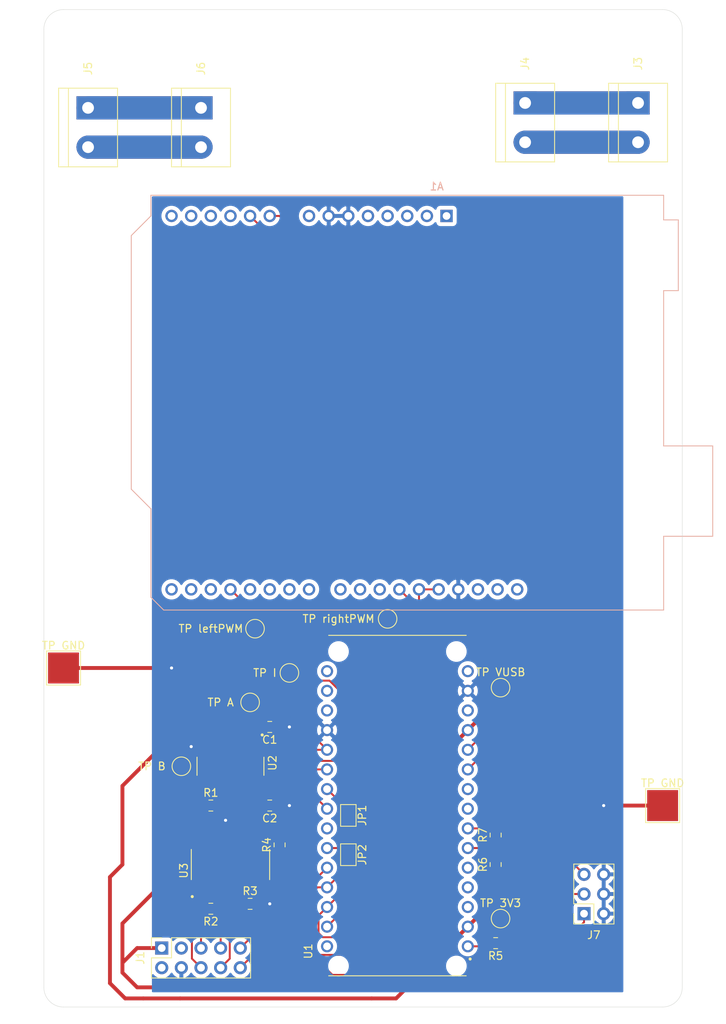
<source format=kicad_pcb>
(kicad_pcb (version 20171130) (host pcbnew 5.1.5+dfsg1-2build2)

  (general
    (thickness 1.6)
    (drawings 8)
    (tracks 238)
    (zones 0)
    (modules 34)
    (nets 73)
  )

  (page A4)
  (layers
    (0 F.Cu signal)
    (31 B.Cu signal)
    (32 B.Adhes user)
    (33 F.Adhes user)
    (34 B.Paste user)
    (35 F.Paste user)
    (36 B.SilkS user)
    (37 F.SilkS user)
    (38 B.Mask user)
    (39 F.Mask user)
    (40 Dwgs.User user)
    (41 Cmts.User user)
    (42 Eco1.User user)
    (43 Eco2.User user)
    (44 Edge.Cuts user)
    (45 Margin user)
    (46 B.CrtYd user)
    (47 F.CrtYd user)
    (48 B.Fab user)
    (49 F.Fab user)
  )

  (setup
    (last_trace_width 0.25)
    (user_trace_width 0.5)
    (user_trace_width 1)
    (user_trace_width 2)
    (user_trace_width 3)
    (user_trace_width 6)
    (trace_clearance 0.2)
    (zone_clearance 0.508)
    (zone_45_only no)
    (trace_min 0.2)
    (via_size 0.8)
    (via_drill 0.4)
    (via_min_size 0.4)
    (via_min_drill 0.3)
    (uvia_size 0.3)
    (uvia_drill 0.1)
    (uvias_allowed no)
    (uvia_min_size 0.2)
    (uvia_min_drill 0.1)
    (edge_width 0.05)
    (segment_width 0.2)
    (pcb_text_width 0.3)
    (pcb_text_size 1.5 1.5)
    (mod_edge_width 0.12)
    (mod_text_size 1 1)
    (mod_text_width 0.15)
    (pad_size 1.56 1.56)
    (pad_drill 1)
    (pad_to_mask_clearance 0.051)
    (solder_mask_min_width 0.25)
    (aux_axis_origin 0 0)
    (visible_elements FFFFFF7F)
    (pcbplotparams
      (layerselection 0x010fc_ffffffff)
      (usegerberextensions false)
      (usegerberattributes false)
      (usegerberadvancedattributes false)
      (creategerberjobfile false)
      (excludeedgelayer true)
      (linewidth 0.100000)
      (plotframeref false)
      (viasonmask false)
      (mode 1)
      (useauxorigin false)
      (hpglpennumber 1)
      (hpglpenspeed 20)
      (hpglpendiameter 15.000000)
      (psnegative false)
      (psa4output false)
      (plotreference true)
      (plotvalue true)
      (plotinvisibletext false)
      (padsonsilk false)
      (subtractmaskfromsilk false)
      (outputformat 1)
      (mirror false)
      (drillshape 0)
      (scaleselection 1)
      (outputdirectory "Gerbers/"))
  )

  (net 0 "")
  (net 1 "Net-(A1-Pad1)")
  (net 2 "Net-(A1-Pad2)")
  (net 3 "Net-(A1-Pad3)")
  (net 4 "Net-(A1-Pad19)")
  (net 5 GND)
  (net 6 "Net-(A1-Pad5)")
  (net 7 "Net-(A1-Pad8)")
  (net 8 "Net-(A1-Pad32)")
  (net 9 "Net-(A1-Pad31)")
  (net 10 "Net-(A1-Pad17)")
  (net 11 leftPWM)
  (net 12 "Net-(A1-Pad4)")
  (net 13 "Net-(A1-Pad20)")
  (net 14 "Net-(A1-Pad21)")
  (net 15 "Net-(A1-Pad22)")
  (net 16 "Net-(A1-Pad23)")
  (net 17 "Net-(A1-Pad24)")
  (net 18 "Net-(A1-Pad25)")
  (net 19 rightPWM)
  (net 20 "Net-(A1-Pad11)")
  (net 21 ENABLE)
  (net 22 "Net-(A1-Pad12)")
  (net 23 "Net-(A1-Pad13)")
  (net 24 "Net-(A1-Pad14)")
  (net 25 "Net-(A1-Pad30)")
  (net 26 "Net-(A1-Pad15)")
  (net 27 "Net-(A1-Pad16)")
  (net 28 VUSB)
  (net 29 3V3)
  (net 30 "Net-(U1-Pad3)")
  (net 31 "Net-(U1-Pad4)")
  (net 32 "Net-(U1-Pad8)")
  (net 33 "Net-(U1-Pad9)")
  (net 34 "Net-(U1-Pad13)")
  (net 35 "Net-(U1-Pad15)")
  (net 36 "Net-(U1-Pad16)")
  (net 37 "Net-(U1-Pad17)")
  (net 38 ENCODER_A)
  (net 39 ENCODER_B)
  (net 40 "Net-(U1-Pad24)")
  (net 41 "Net-(U1-Pad30)")
  (net 42 ENCODER_NOT_A)
  (net 43 ENCODER_NOT_B)
  (net 44 ENCODER_NOT_INDEX)
  (net 45 ENCODER_INDEX)
  (net 46 "Net-(J3-Pad1)")
  (net 47 "Net-(J3-Pad2)")
  (net 48 "Net-(J5-Pad1)")
  (net 49 "Net-(J5-Pad2)")
  (net 50 "Net-(J7-Pad1)")
  (net 51 "Net-(J7-Pad3)")
  (net 52 "Net-(J7-Pad5)")
  (net 53 OE)
  (net 54 LED1)
  (net 55 LED2)
  (net 56 LED3)
  (net 57 PIN_A)
  (net 58 PIN_B)
  (net 59 PIN_INDEX)
  (net 60 "Net-(U2-Pad5)")
  (net 61 "Net-(U2-Pad10)")
  (net 62 B)
  (net 63 I)
  (net 64 A)
  (net 65 "Net-(U3-Pad13)")
  (net 66 "Net-(J1-Pad2)")
  (net 67 "Net-(J1-Pad3)")
  (net 68 "Net-(JP1-Pad1)")
  (net 69 "Net-(JP2-Pad1)")
  (net 70 CURRENT_1)
  (net 71 CURRENT_2)
  (net 72 "Net-(U1-Pad5)")

  (net_class Default "This is the default net class."
    (clearance 0.2)
    (trace_width 0.25)
    (via_dia 0.8)
    (via_drill 0.4)
    (uvia_dia 0.3)
    (uvia_drill 0.1)
    (add_net 3V3)
    (add_net A)
    (add_net B)
    (add_net CURRENT_1)
    (add_net CURRENT_2)
    (add_net ENABLE)
    (add_net ENCODER_A)
    (add_net ENCODER_B)
    (add_net ENCODER_INDEX)
    (add_net ENCODER_NOT_A)
    (add_net ENCODER_NOT_B)
    (add_net ENCODER_NOT_INDEX)
    (add_net GND)
    (add_net I)
    (add_net LED1)
    (add_net LED2)
    (add_net LED3)
    (add_net "Net-(A1-Pad1)")
    (add_net "Net-(A1-Pad11)")
    (add_net "Net-(A1-Pad12)")
    (add_net "Net-(A1-Pad13)")
    (add_net "Net-(A1-Pad14)")
    (add_net "Net-(A1-Pad15)")
    (add_net "Net-(A1-Pad16)")
    (add_net "Net-(A1-Pad17)")
    (add_net "Net-(A1-Pad19)")
    (add_net "Net-(A1-Pad2)")
    (add_net "Net-(A1-Pad20)")
    (add_net "Net-(A1-Pad21)")
    (add_net "Net-(A1-Pad22)")
    (add_net "Net-(A1-Pad23)")
    (add_net "Net-(A1-Pad24)")
    (add_net "Net-(A1-Pad25)")
    (add_net "Net-(A1-Pad3)")
    (add_net "Net-(A1-Pad30)")
    (add_net "Net-(A1-Pad31)")
    (add_net "Net-(A1-Pad32)")
    (add_net "Net-(A1-Pad4)")
    (add_net "Net-(A1-Pad5)")
    (add_net "Net-(A1-Pad8)")
    (add_net "Net-(J1-Pad2)")
    (add_net "Net-(J1-Pad3)")
    (add_net "Net-(J3-Pad1)")
    (add_net "Net-(J3-Pad2)")
    (add_net "Net-(J5-Pad1)")
    (add_net "Net-(J5-Pad2)")
    (add_net "Net-(J7-Pad1)")
    (add_net "Net-(J7-Pad3)")
    (add_net "Net-(J7-Pad5)")
    (add_net "Net-(JP1-Pad1)")
    (add_net "Net-(JP2-Pad1)")
    (add_net "Net-(U1-Pad13)")
    (add_net "Net-(U1-Pad15)")
    (add_net "Net-(U1-Pad16)")
    (add_net "Net-(U1-Pad17)")
    (add_net "Net-(U1-Pad24)")
    (add_net "Net-(U1-Pad3)")
    (add_net "Net-(U1-Pad30)")
    (add_net "Net-(U1-Pad4)")
    (add_net "Net-(U1-Pad5)")
    (add_net "Net-(U1-Pad8)")
    (add_net "Net-(U1-Pad9)")
    (add_net "Net-(U2-Pad10)")
    (add_net "Net-(U2-Pad5)")
    (add_net "Net-(U3-Pad13)")
    (add_net OE)
    (add_net PIN_A)
    (add_net PIN_B)
    (add_net PIN_INDEX)
    (add_net VUSB)
    (add_net leftPWM)
    (add_net rightPWM)
  )

  (module Resistor_SMD:R_0805_2012Metric (layer F.Cu) (tedit 5B36C52B) (tstamp 618CEDFE)
    (at 135.89 135.89 90)
    (descr "Resistor SMD 0805 (2012 Metric), square (rectangular) end terminal, IPC_7351 nominal, (Body size source: https://docs.google.com/spreadsheets/d/1BsfQQcO9C6DZCsRaXUlFlo91Tg2WpOkGARC1WS5S8t0/edit?usp=sharing), generated with kicad-footprint-generator")
    (tags resistor)
    (path /6192E7B7)
    (attr smd)
    (fp_text reference R4 (at 0 -1.65 90) (layer F.SilkS)
      (effects (font (size 1 1) (thickness 0.15)))
    )
    (fp_text value 2k (at 0 1.65 90) (layer F.Fab)
      (effects (font (size 1 1) (thickness 0.15)))
    )
    (fp_line (start -1 0.6) (end -1 -0.6) (layer F.Fab) (width 0.1))
    (fp_line (start -1 -0.6) (end 1 -0.6) (layer F.Fab) (width 0.1))
    (fp_line (start 1 -0.6) (end 1 0.6) (layer F.Fab) (width 0.1))
    (fp_line (start 1 0.6) (end -1 0.6) (layer F.Fab) (width 0.1))
    (fp_line (start -0.258578 -0.71) (end 0.258578 -0.71) (layer F.SilkS) (width 0.12))
    (fp_line (start -0.258578 0.71) (end 0.258578 0.71) (layer F.SilkS) (width 0.12))
    (fp_line (start -1.68 0.95) (end -1.68 -0.95) (layer F.CrtYd) (width 0.05))
    (fp_line (start -1.68 -0.95) (end 1.68 -0.95) (layer F.CrtYd) (width 0.05))
    (fp_line (start 1.68 -0.95) (end 1.68 0.95) (layer F.CrtYd) (width 0.05))
    (fp_line (start 1.68 0.95) (end -1.68 0.95) (layer F.CrtYd) (width 0.05))
    (fp_text user %R (at 0 0 90) (layer F.Fab)
      (effects (font (size 0.5 0.5) (thickness 0.08)))
    )
    (pad 1 smd roundrect (at -0.9375 0 90) (size 0.975 1.4) (layers F.Cu F.Paste F.Mask) (roundrect_rratio 0.25)
      (net 45 ENCODER_INDEX))
    (pad 2 smd roundrect (at 0.9375 0 90) (size 0.975 1.4) (layers F.Cu F.Paste F.Mask) (roundrect_rratio 0.25)
      (net 44 ENCODER_NOT_INDEX))
    (model ${KISYS3DMOD}/Resistor_SMD.3dshapes/R_0805_2012Metric.wrl
      (at (xyz 0 0 0))
      (scale (xyz 1 1 1))
      (rotate (xyz 0 0 0))
    )
  )

  (module MountingHole:MountingHole_3.2mm_M3 (layer F.Cu) (tedit 56D1B4CB) (tstamp 618AF757)
    (at 109.22 153.035)
    (descr "Mounting Hole 3.2mm, no annular, M3")
    (tags "mounting hole 3.2mm no annular m3")
    (attr virtual)
    (fp_text reference REF** (at 0 -4.2) (layer F.Fab)
      (effects (font (size 1 1) (thickness 0.15)))
    )
    (fp_text value MountingHole_3.2mm_M3 (at 0 4.2) (layer F.Fab)
      (effects (font (size 1 1) (thickness 0.15)))
    )
    (fp_circle (center 0 0) (end 3.45 0) (layer F.CrtYd) (width 0.05))
    (fp_circle (center 0 0) (end 3.2 0) (layer Cmts.User) (width 0.15))
    (fp_text user %R (at 0.3 0) (layer F.Fab)
      (effects (font (size 1 1) (thickness 0.15)))
    )
    (pad 1 np_thru_hole circle (at 0 0) (size 3.2 3.2) (drill 3.2) (layers *.Cu *.Mask))
  )

  (module MountingHole:MountingHole_3.2mm_M3 (layer F.Cu) (tedit 56D1B4CB) (tstamp 618AF6DF)
    (at 109.855 31.75)
    (descr "Mounting Hole 3.2mm, no annular, M3")
    (tags "mounting hole 3.2mm no annular m3")
    (attr virtual)
    (fp_text reference REF** (at 0 -4.2) (layer F.Fab)
      (effects (font (size 1 1) (thickness 0.15)))
    )
    (fp_text value MountingHole_3.2mm_M3 (at 0 4.2) (layer F.Fab)
      (effects (font (size 1 1) (thickness 0.15)))
    )
    (fp_circle (center 0 0) (end 3.45 0) (layer F.CrtYd) (width 0.05))
    (fp_circle (center 0 0) (end 3.2 0) (layer Cmts.User) (width 0.15))
    (fp_text user %R (at 0.3 0) (layer F.Fab)
      (effects (font (size 1 1) (thickness 0.15)))
    )
    (pad 1 np_thru_hole circle (at 0 0) (size 3.2 3.2) (drill 3.2) (layers *.Cu *.Mask))
  )

  (module MountingHole:MountingHole_3.2mm_M3 (layer F.Cu) (tedit 56D1B4CB) (tstamp 618AF667)
    (at 183.515 31.75)
    (descr "Mounting Hole 3.2mm, no annular, M3")
    (tags "mounting hole 3.2mm no annular m3")
    (attr virtual)
    (fp_text reference REF** (at 0 -4.2) (layer F.Fab)
      (effects (font (size 1 1) (thickness 0.15)))
    )
    (fp_text value MountingHole_3.2mm_M3 (at 0 4.2) (layer F.Fab)
      (effects (font (size 1 1) (thickness 0.15)))
    )
    (fp_circle (center 0 0) (end 3.45 0) (layer F.CrtYd) (width 0.05))
    (fp_circle (center 0 0) (end 3.2 0) (layer Cmts.User) (width 0.15))
    (fp_text user %R (at 0.3 0) (layer F.Fab)
      (effects (font (size 1 1) (thickness 0.15)))
    )
    (pad 1 np_thru_hole circle (at 0 0) (size 3.2 3.2) (drill 3.2) (layers *.Cu *.Mask))
  )

  (module MountingHole:MountingHole_3.2mm_M3 (layer F.Cu) (tedit 56D1B4CB) (tstamp 618AF5EF)
    (at 184.15 152.4)
    (descr "Mounting Hole 3.2mm, no annular, M3")
    (tags "mounting hole 3.2mm no annular m3")
    (attr virtual)
    (fp_text reference REF** (at 0 -4.2) (layer F.Fab)
      (effects (font (size 1 1) (thickness 0.15)))
    )
    (fp_text value MountingHole_3.2mm_M3 (at 0 4.2) (layer F.Fab)
      (effects (font (size 1 1) (thickness 0.15)))
    )
    (fp_circle (center 0 0) (end 3.45 0) (layer F.CrtYd) (width 0.05))
    (fp_circle (center 0 0) (end 3.2 0) (layer Cmts.User) (width 0.15))
    (fp_text user %R (at 0.3 0) (layer F.Fab)
      (effects (font (size 1 1) (thickness 0.15)))
    )
    (pad 1 np_thru_hole circle (at 0 0) (size 3.2 3.2) (drill 3.2) (layers *.Cu *.Mask))
  )

  (module Module:Arduino_UNO_R3 (layer B.Cu) (tedit 619B835B) (tstamp 61871F20)
    (at 157.48 54.61 180)
    (descr "Arduino UNO R3, http://www.mouser.com/pdfdocs/Gravitech_Arduino_Nano3_0.pdf")
    (tags "Arduino UNO R3")
    (path /616C3F71)
    (fp_text reference A1 (at 1.27 3.81) (layer B.SilkS)
      (effects (font (size 1 1) (thickness 0.15)) (justify mirror))
    )
    (fp_text value Arduino_UNO_R3 (at 0 -22.86 180) (layer B.Fab)
      (effects (font (size 1 1) (thickness 0.15)) (justify mirror))
    )
    (fp_text user %R (at 0 -20.32) (layer B.Fab)
      (effects (font (size 1 1) (thickness 0.15)) (justify mirror))
    )
    (fp_line (start 38.35 2.79) (end 38.35 0) (layer B.CrtYd) (width 0.05))
    (fp_line (start 38.35 0) (end 40.89 -2.54) (layer B.CrtYd) (width 0.05))
    (fp_line (start 40.89 -2.54) (end 40.89 -35.31) (layer B.CrtYd) (width 0.05))
    (fp_line (start 40.89 -35.31) (end 38.35 -37.85) (layer B.CrtYd) (width 0.05))
    (fp_line (start 38.35 -37.85) (end 38.35 -49.28) (layer B.CrtYd) (width 0.05))
    (fp_line (start 38.35 -49.28) (end 36.58 -51.05) (layer B.CrtYd) (width 0.05))
    (fp_line (start 36.58 -51.05) (end -28.19 -51.05) (layer B.CrtYd) (width 0.05))
    (fp_line (start -28.19 -51.05) (end -28.19 -41.53) (layer B.CrtYd) (width 0.05))
    (fp_line (start -28.19 -41.53) (end -34.54 -41.53) (layer B.CrtYd) (width 0.05))
    (fp_line (start -34.54 -41.53) (end -34.54 -29.59) (layer B.CrtYd) (width 0.05))
    (fp_line (start -34.54 -29.59) (end -28.19 -29.59) (layer B.CrtYd) (width 0.05))
    (fp_line (start -28.19 -29.59) (end -28.19 -9.78) (layer B.CrtYd) (width 0.05))
    (fp_line (start -28.19 -9.78) (end -30.1 -9.78) (layer B.CrtYd) (width 0.05))
    (fp_line (start -30.1 -9.78) (end -30.1 -0.38) (layer B.CrtYd) (width 0.05))
    (fp_line (start -30.1 -0.38) (end -28.19 -0.38) (layer B.CrtYd) (width 0.05))
    (fp_line (start -28.19 -0.38) (end -28.19 2.79) (layer B.CrtYd) (width 0.05))
    (fp_line (start -28.19 2.79) (end 38.35 2.79) (layer B.CrtYd) (width 0.05))
    (fp_line (start 40.77 -35.31) (end 40.77 -2.54) (layer B.SilkS) (width 0.12))
    (fp_line (start 40.77 -2.54) (end 38.23 0) (layer B.SilkS) (width 0.12))
    (fp_line (start 38.23 0) (end 38.23 2.67) (layer B.SilkS) (width 0.12))
    (fp_line (start 38.23 2.67) (end -28.07 2.67) (layer B.SilkS) (width 0.12))
    (fp_line (start -28.07 2.67) (end -28.07 -0.51) (layer B.SilkS) (width 0.12))
    (fp_line (start -28.07 -0.51) (end -29.97 -0.51) (layer B.SilkS) (width 0.12))
    (fp_line (start -29.97 -0.51) (end -29.97 -9.65) (layer B.SilkS) (width 0.12))
    (fp_line (start -29.97 -9.65) (end -28.07 -9.65) (layer B.SilkS) (width 0.12))
    (fp_line (start -28.07 -9.65) (end -28.07 -29.72) (layer B.SilkS) (width 0.12))
    (fp_line (start -28.07 -29.72) (end -34.42 -29.72) (layer B.SilkS) (width 0.12))
    (fp_line (start -34.42 -29.72) (end -34.42 -41.4) (layer B.SilkS) (width 0.12))
    (fp_line (start -34.42 -41.4) (end -28.07 -41.4) (layer B.SilkS) (width 0.12))
    (fp_line (start -28.07 -41.4) (end -28.07 -50.93) (layer B.SilkS) (width 0.12))
    (fp_line (start -28.07 -50.93) (end 36.58 -50.93) (layer B.SilkS) (width 0.12))
    (fp_line (start 36.58 -50.93) (end 38.23 -49.28) (layer B.SilkS) (width 0.12))
    (fp_line (start 38.23 -49.28) (end 38.23 -37.85) (layer B.SilkS) (width 0.12))
    (fp_line (start 38.23 -37.85) (end 40.77 -35.31) (layer B.SilkS) (width 0.12))
    (fp_line (start -34.29 -29.84) (end -18.41 -29.84) (layer B.Fab) (width 0.1))
    (fp_line (start -18.41 -29.84) (end -18.41 -41.27) (layer B.Fab) (width 0.1))
    (fp_line (start -18.41 -41.27) (end -34.29 -41.27) (layer B.Fab) (width 0.1))
    (fp_line (start -34.29 -41.27) (end -34.29 -29.84) (layer B.Fab) (width 0.1))
    (fp_line (start -29.84 -0.64) (end -16.51 -0.64) (layer B.Fab) (width 0.1))
    (fp_line (start -16.51 -0.64) (end -16.51 -9.53) (layer B.Fab) (width 0.1))
    (fp_line (start -16.51 -9.53) (end -29.84 -9.53) (layer B.Fab) (width 0.1))
    (fp_line (start -29.84 -9.53) (end -29.84 -0.64) (layer B.Fab) (width 0.1))
    (fp_line (start 38.1 -37.85) (end 38.1 -49.28) (layer B.Fab) (width 0.1))
    (fp_line (start 40.64 -2.54) (end 40.64 -35.31) (layer B.Fab) (width 0.1))
    (fp_line (start 40.64 -35.31) (end 38.1 -37.85) (layer B.Fab) (width 0.1))
    (fp_line (start 38.1 2.54) (end 38.1 0) (layer B.Fab) (width 0.1))
    (fp_line (start 38.1 0) (end 40.64 -2.54) (layer B.Fab) (width 0.1))
    (fp_line (start 38.1 -49.28) (end 36.58 -50.8) (layer B.Fab) (width 0.1))
    (fp_line (start 36.58 -50.8) (end -27.94 -50.8) (layer B.Fab) (width 0.1))
    (fp_line (start -27.94 -50.8) (end -27.94 2.54) (layer B.Fab) (width 0.1))
    (fp_line (start -27.94 2.54) (end 38.1 2.54) (layer B.Fab) (width 0.1))
    (pad 32 thru_hole oval (at -9.14 -48.26 90) (size 1.6 1.6) (drill 1) (layers *.Cu *.Mask)
      (net 8 "Net-(A1-Pad32)"))
    (pad 31 thru_hole oval (at -6.6 -48.26 90) (size 1.6 1.6) (drill 1) (layers *.Cu *.Mask)
      (net 9 "Net-(A1-Pad31)"))
    (pad 1 thru_hole rect (at 0 0 90) (size 1.6 1.6) (drill 1) (layers *.Cu *.Mask)
      (net 1 "Net-(A1-Pad1)"))
    (pad 17 thru_hole oval (at 30.48 -48.26 90) (size 1.6 1.6) (drill 1) (layers *.Cu *.Mask)
      (net 10 "Net-(A1-Pad17)"))
    (pad 2 thru_hole oval (at 2.54 0 90) (size 1.6 1.6) (drill 1) (layers *.Cu *.Mask)
      (net 2 "Net-(A1-Pad2)"))
    (pad 18 thru_hole oval (at 27.94 -48.26 90) (size 1.6 1.6) (drill 1) (layers *.Cu *.Mask)
      (net 11 leftPWM))
    (pad 3 thru_hole oval (at 5.08 0 90) (size 1.6 1.6) (drill 1) (layers *.Cu *.Mask)
      (net 3 "Net-(A1-Pad3)"))
    (pad 19 thru_hole oval (at 25.4 -48.26 90) (size 1.6 1.6) (drill 1) (layers *.Cu *.Mask)
      (net 4 "Net-(A1-Pad19)"))
    (pad 4 thru_hole oval (at 7.62 0 90) (size 1.6 1.6) (drill 1) (layers *.Cu *.Mask)
      (net 12 "Net-(A1-Pad4)"))
    (pad 20 thru_hole oval (at 22.86 -48.26 90) (size 1.6 1.6) (drill 1) (layers *.Cu *.Mask)
      (net 13 "Net-(A1-Pad20)"))
    (pad 5 thru_hole oval (at 10.16 0 90) (size 1.6 1.6) (drill 1) (layers *.Cu *.Mask)
      (net 6 "Net-(A1-Pad5)"))
    (pad 21 thru_hole oval (at 20.32 -48.26 90) (size 1.6 1.6) (drill 1) (layers *.Cu *.Mask)
      (net 14 "Net-(A1-Pad21)"))
    (pad 6 thru_hole oval (at 12.7 0 90) (size 1.6 1.6) (drill 1) (layers *.Cu *.Mask)
      (net 5 GND))
    (pad 22 thru_hole oval (at 17.78 -48.26 90) (size 1.6 1.6) (drill 1) (layers *.Cu *.Mask)
      (net 15 "Net-(A1-Pad22)"))
    (pad 7 thru_hole oval (at 15.24 0 90) (size 1.6 1.6) (drill 1) (layers *.Cu *.Mask)
      (net 5 GND))
    (pad 23 thru_hole oval (at 13.72 -48.26 90) (size 1.6 1.6) (drill 1) (layers *.Cu *.Mask)
      (net 16 "Net-(A1-Pad23)"))
    (pad 8 thru_hole oval (at 17.78 0 90) (size 1.6 1.6) (drill 1) (layers *.Cu *.Mask)
      (net 7 "Net-(A1-Pad8)"))
    (pad 24 thru_hole oval (at 11.18 -48.26 90) (size 1.6 1.6) (drill 1) (layers *.Cu *.Mask)
      (net 17 "Net-(A1-Pad24)"))
    (pad 9 thru_hole oval (at 22.86 0 90) (size 1.6 1.6) (drill 1) (layers *.Cu *.Mask)
      (net 70 CURRENT_1))
    (pad 25 thru_hole oval (at 8.64 -48.26 90) (size 1.6 1.6) (drill 1) (layers *.Cu *.Mask)
      (net 18 "Net-(A1-Pad25)"))
    (pad 10 thru_hole oval (at 25.4 0 90) (size 1.6 1.6) (drill 1) (layers *.Cu *.Mask)
      (net 71 CURRENT_2))
    (pad 26 thru_hole oval (at 6.1 -48.26 90) (size 1.6 1.6) (drill 1) (layers *.Cu *.Mask)
      (net 19 rightPWM))
    (pad 11 thru_hole oval (at 27.94 0 90) (size 1.6 1.6) (drill 1) (layers *.Cu *.Mask)
      (net 20 "Net-(A1-Pad11)"))
    (pad 27 thru_hole oval (at 3.56 -48.26 90) (size 1.6 1.6) (drill 1) (layers *.Cu *.Mask)
      (net 21 ENABLE))
    (pad 12 thru_hole oval (at 30.48 0 90) (size 1.6 1.6) (drill 1) (layers *.Cu *.Mask)
      (net 22 "Net-(A1-Pad12)"))
    (pad 28 thru_hole oval (at 1.02 -48.26 90) (size 1.6 1.6) (drill 1) (layers *.Cu *.Mask)
      (net 21 ENABLE))
    (pad 13 thru_hole oval (at 33.02 0 90) (size 1.6 1.6) (drill 1) (layers *.Cu *.Mask)
      (net 23 "Net-(A1-Pad13)"))
    (pad 29 thru_hole oval (at -1.52 -48.26 90) (size 1.6 1.6) (drill 1) (layers *.Cu *.Mask)
      (net 5 GND))
    (pad 14 thru_hole oval (at 35.56 0 90) (size 1.6 1.6) (drill 1) (layers *.Cu *.Mask)
      (net 24 "Net-(A1-Pad14)"))
    (pad 30 thru_hole oval (at -4.06 -48.26 90) (size 1.6 1.6) (drill 1) (layers *.Cu *.Mask)
      (net 25 "Net-(A1-Pad30)"))
    (pad 15 thru_hole oval (at 35.56 -48.26 90) (size 1.6 1.6) (drill 1) (layers *.Cu *.Mask)
      (net 26 "Net-(A1-Pad15)"))
    (pad 16 thru_hole oval (at 33.02 -48.26 90) (size 1.6 1.6) (drill 1) (layers *.Cu *.Mask)
      (net 27 "Net-(A1-Pad16)"))
    (model ${KISYS3DMOD}/Module.3dshapes/Arduino_UNO_R3.wrl
      (at (xyz 0 0 0))
      (scale (xyz 1 1 1))
      (rotate (xyz 0 0 0))
    )
  )

  (module SOIC127P600X175-16N (layer F.Cu) (tedit 61840166) (tstamp 6188EB8A)
    (at 129.54 138.43 90)
    (path /618FA34F)
    (attr smd)
    (fp_text reference U3 (at -0.795 -6.035 90) (layer F.SilkS)
      (effects (font (size 1 1) (thickness 0.15)))
    )
    (fp_text value SN75175D (at -0.7366 5.969 90) (layer F.Fab)
      (effects (font (size 1 1) (thickness 0.15)))
    )
    (fp_circle (center -4.145 -4.945) (end -4.045 -4.945) (layer F.SilkS) (width 0.2))
    (fp_circle (center -4.145 -4.945) (end -4.045 -4.945) (layer F.Fab) (width 0.2))
    (fp_line (start -1.95 -4.95) (end 1.95 -4.95) (layer F.Fab) (width 0.127))
    (fp_line (start -1.95 4.95) (end 1.95 4.95) (layer F.Fab) (width 0.127))
    (fp_line (start -1.95 -5.065) (end 1.95 -5.065) (layer F.SilkS) (width 0.127))
    (fp_line (start -1.95 5.065) (end 1.95 5.065) (layer F.SilkS) (width 0.127))
    (fp_line (start -1.95 -4.95) (end -1.95 4.95) (layer F.Fab) (width 0.127))
    (fp_line (start 1.95 -4.95) (end 1.95 4.95) (layer F.Fab) (width 0.127))
    (fp_line (start -3.71 -5.2) (end 3.71 -5.2) (layer F.CrtYd) (width 0.05))
    (fp_line (start -3.71 5.2) (end 3.71 5.2) (layer F.CrtYd) (width 0.05))
    (fp_line (start -3.71 -5.2) (end -3.71 5.2) (layer F.CrtYd) (width 0.05))
    (fp_line (start 3.71 -5.2) (end 3.71 5.2) (layer F.CrtYd) (width 0.05))
    (pad 1 smd roundrect (at -2.475 -4.445 90) (size 1.97 0.6) (layers F.Cu F.Paste F.Mask) (roundrect_rratio 0.07000000000000001)
      (net 42 ENCODER_NOT_A))
    (pad 2 smd roundrect (at -2.475 -3.175 90) (size 1.97 0.6) (layers F.Cu F.Paste F.Mask) (roundrect_rratio 0.07000000000000001)
      (net 38 ENCODER_A))
    (pad 3 smd roundrect (at -2.475 -1.905 90) (size 1.97 0.6) (layers F.Cu F.Paste F.Mask) (roundrect_rratio 0.07000000000000001)
      (net 64 A))
    (pad 4 smd roundrect (at -2.475 -0.635 90) (size 1.97 0.6) (layers F.Cu F.Paste F.Mask) (roundrect_rratio 0.07000000000000001)
      (net 28 VUSB))
    (pad 5 smd roundrect (at -2.475 0.635 90) (size 1.97 0.6) (layers F.Cu F.Paste F.Mask) (roundrect_rratio 0.07000000000000001)
      (net 62 B))
    (pad 6 smd roundrect (at -2.475 1.905 90) (size 1.97 0.6) (layers F.Cu F.Paste F.Mask) (roundrect_rratio 0.07000000000000001)
      (net 39 ENCODER_B))
    (pad 7 smd roundrect (at -2.475 3.175 90) (size 1.97 0.6) (layers F.Cu F.Paste F.Mask) (roundrect_rratio 0.07000000000000001)
      (net 43 ENCODER_NOT_B))
    (pad 8 smd roundrect (at -2.475 4.445 90) (size 1.97 0.6) (layers F.Cu F.Paste F.Mask) (roundrect_rratio 0.07000000000000001)
      (net 5 GND))
    (pad 9 smd roundrect (at 2.475 4.445 90) (size 1.97 0.6) (layers F.Cu F.Paste F.Mask) (roundrect_rratio 0.07000000000000001)
      (net 44 ENCODER_NOT_INDEX))
    (pad 10 smd roundrect (at 2.475 3.175 90) (size 1.97 0.6) (layers F.Cu F.Paste F.Mask) (roundrect_rratio 0.07000000000000001)
      (net 45 ENCODER_INDEX))
    (pad 11 smd roundrect (at 2.475 1.905 90) (size 1.97 0.6) (layers F.Cu F.Paste F.Mask) (roundrect_rratio 0.07000000000000001)
      (net 63 I))
    (pad 12 smd roundrect (at 2.475 0.635 90) (size 1.97 0.6) (layers F.Cu F.Paste F.Mask) (roundrect_rratio 0.07000000000000001)
      (net 28 VUSB))
    (pad 13 smd roundrect (at 2.475 -0.635 90) (size 1.97 0.6) (layers F.Cu F.Paste F.Mask) (roundrect_rratio 0.07000000000000001)
      (net 65 "Net-(U3-Pad13)"))
    (pad 14 smd roundrect (at 2.475 -1.905 90) (size 1.97 0.6) (layers F.Cu F.Paste F.Mask) (roundrect_rratio 0.07000000000000001)
      (net 5 GND))
    (pad 15 smd roundrect (at 2.475 -3.175 90) (size 1.97 0.6) (layers F.Cu F.Paste F.Mask) (roundrect_rratio 0.07000000000000001)
      (net 28 VUSB))
    (pad 16 smd roundrect (at 2.475 -4.445 90) (size 1.97 0.6) (layers F.Cu F.Paste F.Mask) (roundrect_rratio 0.07000000000000001)
      (net 28 VUSB))
  )

  (module TerminalBlock:TerminalBlock_bornier-2_P5.08mm (layer F.Cu) (tedit 59FF03AB) (tstamp 61871FAE)
    (at 182.245 40.005 270)
    (descr "simple 2-pin terminal block, pitch 5.08mm, revamped version of bornier2")
    (tags "terminal block bornier2")
    (path /61A81262)
    (fp_text reference J3 (at -5.08 0 90) (layer F.SilkS)
      (effects (font (size 1 1) (thickness 0.15)))
    )
    (fp_text value Screw_Terminal_01x02 (at 2.54 -5.08 90) (layer F.Fab)
      (effects (font (size 1 1) (thickness 0.15)))
    )
    (fp_text user %R (at 2.54 0 90) (layer F.Fab)
      (effects (font (size 1 1) (thickness 0.15)))
    )
    (fp_line (start -2.41 2.55) (end 7.49 2.55) (layer F.Fab) (width 0.1))
    (fp_line (start -2.46 -3.75) (end -2.46 3.75) (layer F.Fab) (width 0.1))
    (fp_line (start -2.46 3.75) (end 7.54 3.75) (layer F.Fab) (width 0.1))
    (fp_line (start 7.54 3.75) (end 7.54 -3.75) (layer F.Fab) (width 0.1))
    (fp_line (start 7.54 -3.75) (end -2.46 -3.75) (layer F.Fab) (width 0.1))
    (fp_line (start 7.62 2.54) (end -2.54 2.54) (layer F.SilkS) (width 0.12))
    (fp_line (start 7.62 3.81) (end 7.62 -3.81) (layer F.SilkS) (width 0.12))
    (fp_line (start 7.62 -3.81) (end -2.54 -3.81) (layer F.SilkS) (width 0.12))
    (fp_line (start -2.54 -3.81) (end -2.54 3.81) (layer F.SilkS) (width 0.12))
    (fp_line (start -2.54 3.81) (end 7.62 3.81) (layer F.SilkS) (width 0.12))
    (fp_line (start -2.71 -4) (end 7.79 -4) (layer F.CrtYd) (width 0.05))
    (fp_line (start -2.71 -4) (end -2.71 4) (layer F.CrtYd) (width 0.05))
    (fp_line (start 7.79 4) (end 7.79 -4) (layer F.CrtYd) (width 0.05))
    (fp_line (start 7.79 4) (end -2.71 4) (layer F.CrtYd) (width 0.05))
    (pad 1 thru_hole rect (at 0 0 270) (size 3 3) (drill 1.52) (layers *.Cu *.Mask)
      (net 46 "Net-(J3-Pad1)"))
    (pad 2 thru_hole circle (at 5.08 0 270) (size 3 3) (drill 1.52) (layers *.Cu *.Mask)
      (net 47 "Net-(J3-Pad2)"))
    (model ${KISYS3DMOD}/TerminalBlock.3dshapes/TerminalBlock_bornier-2_P5.08mm.wrl
      (offset (xyz 2.539999961853027 0 0))
      (scale (xyz 1 1 1))
      (rotate (xyz 0 0 0))
    )
  )

  (module TerminalBlock:TerminalBlock_bornier-2_P5.08mm (layer F.Cu) (tedit 59FF03AB) (tstamp 61871FC3)
    (at 167.64 40.005 270)
    (descr "simple 2-pin terminal block, pitch 5.08mm, revamped version of bornier2")
    (tags "terminal block bornier2")
    (path /61A7E7DA)
    (fp_text reference J4 (at -5.08 0 90) (layer F.SilkS)
      (effects (font (size 1 1) (thickness 0.15)))
    )
    (fp_text value Screw_Terminal_01x02 (at 2.54 5.08 90) (layer F.Fab)
      (effects (font (size 1 1) (thickness 0.15)))
    )
    (fp_line (start 7.79 4) (end -2.71 4) (layer F.CrtYd) (width 0.05))
    (fp_line (start 7.79 4) (end 7.79 -4) (layer F.CrtYd) (width 0.05))
    (fp_line (start -2.71 -4) (end -2.71 4) (layer F.CrtYd) (width 0.05))
    (fp_line (start -2.71 -4) (end 7.79 -4) (layer F.CrtYd) (width 0.05))
    (fp_line (start -2.54 3.81) (end 7.62 3.81) (layer F.SilkS) (width 0.12))
    (fp_line (start -2.54 -3.81) (end -2.54 3.81) (layer F.SilkS) (width 0.12))
    (fp_line (start 7.62 -3.81) (end -2.54 -3.81) (layer F.SilkS) (width 0.12))
    (fp_line (start 7.62 3.81) (end 7.62 -3.81) (layer F.SilkS) (width 0.12))
    (fp_line (start 7.62 2.54) (end -2.54 2.54) (layer F.SilkS) (width 0.12))
    (fp_line (start 7.54 -3.75) (end -2.46 -3.75) (layer F.Fab) (width 0.1))
    (fp_line (start 7.54 3.75) (end 7.54 -3.75) (layer F.Fab) (width 0.1))
    (fp_line (start -2.46 3.75) (end 7.54 3.75) (layer F.Fab) (width 0.1))
    (fp_line (start -2.46 -3.75) (end -2.46 3.75) (layer F.Fab) (width 0.1))
    (fp_line (start -2.41 2.55) (end 7.49 2.55) (layer F.Fab) (width 0.1))
    (fp_text user %R (at 2.54 0 90) (layer F.Fab)
      (effects (font (size 1 1) (thickness 0.15)))
    )
    (pad 2 thru_hole circle (at 5.08 0 270) (size 3 3) (drill 1.52) (layers *.Cu *.Mask)
      (net 47 "Net-(J3-Pad2)"))
    (pad 1 thru_hole rect (at 0 0 270) (size 3 3) (drill 1.52) (layers *.Cu *.Mask)
      (net 46 "Net-(J3-Pad1)"))
    (model ${KISYS3DMOD}/TerminalBlock.3dshapes/TerminalBlock_bornier-2_P5.08mm.wrl
      (offset (xyz 2.539999961853027 0 0))
      (scale (xyz 1 1 1))
      (rotate (xyz 0 0 0))
    )
  )

  (module TerminalBlock:TerminalBlock_bornier-2_P5.08mm (layer F.Cu) (tedit 59FF03AB) (tstamp 61871FD8)
    (at 111.125 40.64 270)
    (descr "simple 2-pin terminal block, pitch 5.08mm, revamped version of bornier2")
    (tags "terminal block bornier2")
    (path /61AB1260)
    (fp_text reference J5 (at -5.08 0 90) (layer F.SilkS)
      (effects (font (size 1 1) (thickness 0.15)))
    )
    (fp_text value Screw_Terminal_01x02 (at 2.54 5.08 90) (layer F.Fab)
      (effects (font (size 1 1) (thickness 0.15)))
    )
    (fp_text user %R (at 2.54 0 90) (layer F.Fab)
      (effects (font (size 1 1) (thickness 0.15)))
    )
    (fp_line (start -2.41 2.55) (end 7.49 2.55) (layer F.Fab) (width 0.1))
    (fp_line (start -2.46 -3.75) (end -2.46 3.75) (layer F.Fab) (width 0.1))
    (fp_line (start -2.46 3.75) (end 7.54 3.75) (layer F.Fab) (width 0.1))
    (fp_line (start 7.54 3.75) (end 7.54 -3.75) (layer F.Fab) (width 0.1))
    (fp_line (start 7.54 -3.75) (end -2.46 -3.75) (layer F.Fab) (width 0.1))
    (fp_line (start 7.62 2.54) (end -2.54 2.54) (layer F.SilkS) (width 0.12))
    (fp_line (start 7.62 3.81) (end 7.62 -3.81) (layer F.SilkS) (width 0.12))
    (fp_line (start 7.62 -3.81) (end -2.54 -3.81) (layer F.SilkS) (width 0.12))
    (fp_line (start -2.54 -3.81) (end -2.54 3.81) (layer F.SilkS) (width 0.12))
    (fp_line (start -2.54 3.81) (end 7.62 3.81) (layer F.SilkS) (width 0.12))
    (fp_line (start -2.71 -4) (end 7.79 -4) (layer F.CrtYd) (width 0.05))
    (fp_line (start -2.71 -4) (end -2.71 4) (layer F.CrtYd) (width 0.05))
    (fp_line (start 7.79 4) (end 7.79 -4) (layer F.CrtYd) (width 0.05))
    (fp_line (start 7.79 4) (end -2.71 4) (layer F.CrtYd) (width 0.05))
    (pad 1 thru_hole rect (at 0 0 270) (size 3 3) (drill 1.52) (layers *.Cu *.Mask)
      (net 48 "Net-(J5-Pad1)"))
    (pad 2 thru_hole circle (at 5.08 0 270) (size 3 3) (drill 1.52) (layers *.Cu *.Mask)
      (net 49 "Net-(J5-Pad2)"))
    (model ${KISYS3DMOD}/TerminalBlock.3dshapes/TerminalBlock_bornier-2_P5.08mm.wrl
      (offset (xyz 2.539999961853027 0 0))
      (scale (xyz 1 1 1))
      (rotate (xyz 0 0 0))
    )
  )

  (module TerminalBlock:TerminalBlock_bornier-2_P5.08mm (layer F.Cu) (tedit 59FF03AB) (tstamp 61871FED)
    (at 125.73 40.64 270)
    (descr "simple 2-pin terminal block, pitch 5.08mm, revamped version of bornier2")
    (tags "terminal block bornier2")
    (path /61AB125A)
    (fp_text reference J6 (at -5.08 0 90) (layer F.SilkS)
      (effects (font (size 1 1) (thickness 0.15)))
    )
    (fp_text value Screw_Terminal_01x02 (at 2.54 -5.08 90) (layer F.Fab)
      (effects (font (size 1 1) (thickness 0.15)))
    )
    (fp_line (start 7.79 4) (end -2.71 4) (layer F.CrtYd) (width 0.05))
    (fp_line (start 7.79 4) (end 7.79 -4) (layer F.CrtYd) (width 0.05))
    (fp_line (start -2.71 -4) (end -2.71 4) (layer F.CrtYd) (width 0.05))
    (fp_line (start -2.71 -4) (end 7.79 -4) (layer F.CrtYd) (width 0.05))
    (fp_line (start -2.54 3.81) (end 7.62 3.81) (layer F.SilkS) (width 0.12))
    (fp_line (start -2.54 -3.81) (end -2.54 3.81) (layer F.SilkS) (width 0.12))
    (fp_line (start 7.62 -3.81) (end -2.54 -3.81) (layer F.SilkS) (width 0.12))
    (fp_line (start 7.62 3.81) (end 7.62 -3.81) (layer F.SilkS) (width 0.12))
    (fp_line (start 7.62 2.54) (end -2.54 2.54) (layer F.SilkS) (width 0.12))
    (fp_line (start 7.54 -3.75) (end -2.46 -3.75) (layer F.Fab) (width 0.1))
    (fp_line (start 7.54 3.75) (end 7.54 -3.75) (layer F.Fab) (width 0.1))
    (fp_line (start -2.46 3.75) (end 7.54 3.75) (layer F.Fab) (width 0.1))
    (fp_line (start -2.46 -3.75) (end -2.46 3.75) (layer F.Fab) (width 0.1))
    (fp_line (start -2.41 2.55) (end 7.49 2.55) (layer F.Fab) (width 0.1))
    (fp_text user %R (at 2.54 0 90) (layer F.Fab)
      (effects (font (size 1 1) (thickness 0.15)))
    )
    (pad 2 thru_hole circle (at 5.08 0 270) (size 3 3) (drill 1.52) (layers *.Cu *.Mask)
      (net 49 "Net-(J5-Pad2)"))
    (pad 1 thru_hole rect (at 0 0 270) (size 3 3) (drill 1.52) (layers *.Cu *.Mask)
      (net 48 "Net-(J5-Pad1)"))
    (model ${KISYS3DMOD}/TerminalBlock.3dshapes/TerminalBlock_bornier-2_P5.08mm.wrl
      (offset (xyz 2.539999961853027 0 0))
      (scale (xyz 1 1 1))
      (rotate (xyz 0 0 0))
    )
  )

  (module MODULE_ABX00027 (layer F.Cu) (tedit 619B8419) (tstamp 618720B3)
    (at 151.13 130.81 90)
    (path /615774B6)
    (fp_text reference U1 (at -18.825 -11.525 90) (layer F.SilkS)
      (effects (font (size 1 1) (thickness 0.15)))
    )
    (fp_text value Arduino_Nano_33_IoT (at -12.475 11.205 90) (layer F.Fab)
      (effects (font (size 1 1) (thickness 0.15)))
    )
    (fp_line (start 22 8.89) (end 22 -8.89) (layer F.SilkS) (width 0.127))
    (fp_line (start -22 -8.89) (end -22 8.89) (layer F.SilkS) (width 0.127))
    (fp_line (start -22 8.89) (end 22 8.89) (layer F.Fab) (width 0.127))
    (fp_line (start 22 8.89) (end 22 -8.89) (layer F.Fab) (width 0.127))
    (fp_line (start 22 -8.89) (end -22 -8.89) (layer F.Fab) (width 0.127))
    (fp_line (start -22 -8.89) (end -22 8.89) (layer F.Fab) (width 0.127))
    (fp_line (start -22.25 10.35) (end 22.25 10.35) (layer F.CrtYd) (width 0.05))
    (fp_line (start 22.25 10.35) (end 22.25 -10.35) (layer F.CrtYd) (width 0.05))
    (fp_line (start 22.25 -10.35) (end -22.25 -10.35) (layer F.CrtYd) (width 0.05))
    (fp_line (start -22.25 -10.35) (end -22.25 10.35) (layer F.CrtYd) (width 0.05))
    (fp_circle (center -19.83 9.4) (end -19.73 9.4) (layer F.SilkS) (width 0.2))
    (fp_circle (center -19.83 9.4) (end -19.73 9.4) (layer F.Fab) (width 0.2))
    (fp_line (start -22 -8.89) (end -22 8.89) (layer F.Fab) (width 0.127))
    (pad None np_thru_hole circle (at -20.73 7.62 90) (size 1.651 1.651) (drill 1.651) (layers *.Cu *.Mask))
    (pad None np_thru_hole circle (at -20.73 -7.62 90) (size 1.651 1.651) (drill 1.651) (layers *.Cu *.Mask))
    (pad None np_thru_hole circle (at 19.91 -7.62 90) (size 1.651 1.651) (drill 1.651) (layers *.Cu *.Mask))
    (pad None np_thru_hole circle (at 19.91 7.62 90) (size 1.651 1.651) (drill 1.651) (layers *.Cu *.Mask))
    (pad 1 thru_hole circle (at -18.19 9.1 90) (size 1.56 1.56) (drill 1) (layers *.Cu *.Mask)
      (net 54 LED1))
    (pad 2 thru_hole circle (at -15.65 9.1 90) (size 1.56 1.56) (drill 1) (layers *.Cu *.Mask)
      (net 29 3V3))
    (pad 3 thru_hole circle (at -13.11 9.1 90) (size 1.56 1.56) (drill 1) (layers *.Cu *.Mask)
      (net 30 "Net-(U1-Pad3)"))
    (pad 4 thru_hole circle (at -10.57 9.1 90) (size 1.56 1.56) (drill 1) (layers *.Cu *.Mask)
      (net 31 "Net-(U1-Pad4)"))
    (pad 5 thru_hole circle (at -8.03 9.1 90) (size 1.56 1.56) (drill 1) (layers *.Cu *.Mask)
      (net 72 "Net-(U1-Pad5)"))
    (pad 6 thru_hole circle (at -5.49 9.1 90) (size 1.56 1.56) (drill 1) (layers *.Cu *.Mask)
      (net 55 LED2))
    (pad 7 thru_hole circle (at -2.95 9.1 90) (size 1.56 1.56) (drill 1) (layers *.Cu *.Mask)
      (net 56 LED3))
    (pad 8 thru_hole circle (at -0.41 9.1 90) (size 1.56 1.56) (drill 1) (layers *.Cu *.Mask)
      (net 32 "Net-(U1-Pad8)"))
    (pad 9 thru_hole circle (at 2.13 9.1 90) (size 1.56 1.56) (drill 1) (layers *.Cu *.Mask)
      (net 33 "Net-(U1-Pad9)"))
    (pad 10 thru_hole circle (at 4.67 9.1 90) (size 1.56 1.56) (drill 1) (layers *.Cu *.Mask)
      (net 70 CURRENT_1))
    (pad 11 thru_hole circle (at 7.21 9.1 90) (size 1.56 1.56) (drill 1) (layers *.Cu *.Mask)
      (net 71 CURRENT_2))
    (pad 12 thru_hole circle (at 9.75 9.1 90) (size 1.56 1.56) (drill 1) (layers *.Cu *.Mask)
      (net 28 VUSB))
    (pad 13 thru_hole circle (at 12.29 9.1 90) (size 1.56 1.56) (drill 1) (layers *.Cu *.Mask)
      (net 34 "Net-(U1-Pad13)"))
    (pad 14 thru_hole circle (at 14.83 9.1 90) (size 1.56 1.56) (drill 1) (layers *.Cu *.Mask)
      (net 5 GND))
    (pad 15 thru_hole circle (at 17.37 9.1 90) (size 1.56 1.56) (drill 1) (layers *.Cu *.Mask)
      (net 35 "Net-(U1-Pad15)"))
    (pad 16 thru_hole circle (at 17.37 -9.1 90) (size 1.56 1.56) (drill 1) (layers *.Cu *.Mask)
      (net 36 "Net-(U1-Pad16)"))
    (pad 17 thru_hole circle (at 14.83 -9.1 90) (size 1.56 1.56) (drill 1) (layers *.Cu *.Mask)
      (net 37 "Net-(U1-Pad17)"))
    (pad 18 thru_hole circle (at 12.29 -9.1 90) (size 1.56 1.56) (drill 1) (layers *.Cu *.Mask)
      (net 34 "Net-(U1-Pad13)"))
    (pad 19 thru_hole circle (at 9.75 -9.1 90) (size 1.56 1.56) (drill 1) (layers *.Cu *.Mask)
      (net 5 GND))
    (pad 20 thru_hole circle (at 7.21 -9.1 90) (size 1.56 1.56) (drill 1) (layers *.Cu *.Mask)
      (net 57 PIN_A))
    (pad 21 thru_hole circle (at 4.67 -9.1 90) (size 1.56 1.56) (drill 1) (layers *.Cu *.Mask)
      (net 58 PIN_B))
    (pad 22 thru_hole circle (at 2.13 -9.1 90) (size 1.56 1.56) (drill 1) (layers *.Cu *.Mask)
      (net 68 "Net-(JP1-Pad1)"))
    (pad 23 thru_hole circle (at -0.41 -9.1 90) (size 1.56 1.56) (drill 1) (layers *.Cu *.Mask)
      (net 53 OE))
    (pad 24 thru_hole circle (at -2.95 -9.1 90) (size 1.56 1.56) (drill 1) (layers *.Cu *.Mask)
      (net 40 "Net-(U1-Pad24)"))
    (pad 25 thru_hole circle (at -5.49 -9.1 90) (size 1.56 1.56) (drill 1) (layers *.Cu *.Mask)
      (net 69 "Net-(JP2-Pad1)"))
    (pad 26 thru_hole circle (at -8.03 -9.1 90) (size 1.56 1.56) (drill 1) (layers *.Cu *.Mask)
      (net 21 ENABLE))
    (pad 27 thru_hole circle (at -10.57 -9.1 90) (size 1.56 1.56) (drill 1) (layers *.Cu *.Mask)
      (net 19 rightPWM))
    (pad 28 thru_hole circle (at -13.11 -9.1 90) (size 1.56 1.56) (drill 1) (layers *.Cu *.Mask)
      (net 11 leftPWM))
    (pad 29 thru_hole circle (at -15.65 -9.1 90) (size 1.56 1.56) (drill 1) (layers *.Cu *.Mask)
      (net 59 PIN_INDEX))
    (pad 30 thru_hole circle (at -18.19 -9.1 90) (size 1.56 1.56) (drill 1) (layers *.Cu *.Mask)
      (net 41 "Net-(U1-Pad30)"))
  )

  (module SOIC127P600X175-14N (layer F.Cu) (tedit 6184008B) (tstamp 6188E9B4)
    (at 129.54 125.73 270)
    (path /61870365)
    (attr smd)
    (fp_text reference U2 (at -0.425 -5.435 90) (layer F.SilkS)
      (effects (font (size 1 1) (thickness 0.15)))
    )
    (fp_text value TXS0104ED (at 0.5588 6.2484 90) (layer F.Fab)
      (effects (font (size 1 1) (thickness 0.15)))
    )
    (fp_line (start -1.17 4.325) (end 1.17 4.325) (layer F.SilkS) (width 0.127))
    (fp_line (start -1.17 -4.325) (end 1.17 -4.325) (layer F.SilkS) (width 0.127))
    (fp_line (start -1.95 -4.325) (end 1.95 -4.325) (layer F.Fab) (width 0.127))
    (fp_line (start 1.95 -4.325) (end 1.95 4.325) (layer F.Fab) (width 0.127))
    (fp_line (start 1.95 4.325) (end -1.95 4.325) (layer F.Fab) (width 0.127))
    (fp_line (start -1.95 4.325) (end -1.95 -4.325) (layer F.Fab) (width 0.127))
    (fp_line (start -3.71 -4.575) (end 3.71 -4.575) (layer F.CrtYd) (width 0.05))
    (fp_line (start 3.71 -4.575) (end 3.71 4.575) (layer F.CrtYd) (width 0.05))
    (fp_line (start 3.71 4.575) (end -3.71 4.575) (layer F.CrtYd) (width 0.05))
    (fp_line (start -3.71 4.575) (end -3.71 -4.575) (layer F.CrtYd) (width 0.05))
    (fp_circle (center -4.05 -4.1) (end -3.95 -4.1) (layer F.SilkS) (width 0.2))
    (fp_circle (center -4.05 -4.1) (end -3.95 -4.1) (layer F.Fab) (width 0.2))
    (pad 1 smd roundrect (at -2.475 -3.81 270) (size 1.97 0.6) (layers F.Cu F.Paste F.Mask) (roundrect_rratio 0.15)
      (net 29 3V3))
    (pad 2 smd roundrect (at -2.475 -2.54 270) (size 1.97 0.6) (layers F.Cu F.Paste F.Mask) (roundrect_rratio 0.15)
      (net 57 PIN_A))
    (pad 3 smd roundrect (at -2.475 -1.27 270) (size 1.97 0.6) (layers F.Cu F.Paste F.Mask) (roundrect_rratio 0.15)
      (net 59 PIN_INDEX))
    (pad 4 smd roundrect (at -2.475 0 270) (size 1.97 0.6) (layers F.Cu F.Paste F.Mask) (roundrect_rratio 0.15)
      (net 58 PIN_B))
    (pad 5 smd roundrect (at -2.475 1.27 270) (size 1.97 0.6) (layers F.Cu F.Paste F.Mask) (roundrect_rratio 0.15)
      (net 60 "Net-(U2-Pad5)"))
    (pad 6 smd roundrect (at -2.475 2.54 270) (size 1.97 0.6) (layers F.Cu F.Paste F.Mask) (roundrect_rratio 0.15))
    (pad 7 smd roundrect (at -2.475 3.81 270) (size 1.97 0.6) (layers F.Cu F.Paste F.Mask) (roundrect_rratio 0.15)
      (net 5 GND))
    (pad 8 smd roundrect (at 2.475 3.81 270) (size 1.97 0.6) (layers F.Cu F.Paste F.Mask) (roundrect_rratio 0.15)
      (net 53 OE))
    (pad 9 smd roundrect (at 2.475 2.54 270) (size 1.97 0.6) (layers F.Cu F.Paste F.Mask) (roundrect_rratio 0.15))
    (pad 10 smd roundrect (at 2.475 1.27 270) (size 1.97 0.6) (layers F.Cu F.Paste F.Mask) (roundrect_rratio 0.15)
      (net 61 "Net-(U2-Pad10)"))
    (pad 11 smd roundrect (at 2.475 0 270) (size 1.97 0.6) (layers F.Cu F.Paste F.Mask) (roundrect_rratio 0.15)
      (net 62 B))
    (pad 12 smd roundrect (at 2.475 -1.27 270) (size 1.97 0.6) (layers F.Cu F.Paste F.Mask) (roundrect_rratio 0.15)
      (net 63 I))
    (pad 13 smd roundrect (at 2.475 -2.54 270) (size 1.97 0.6) (layers F.Cu F.Paste F.Mask) (roundrect_rratio 0.15)
      (net 64 A))
    (pad 14 smd roundrect (at 2.475 -3.81 270) (size 1.97 0.6) (layers F.Cu F.Paste F.Mask) (roundrect_rratio 0.15)
      (net 28 VUSB))
  )

  (module Connector_PinSocket_2.54mm:PinSocket_2x05_P2.54mm_Vertical (layer F.Cu) (tedit 5A19A42B) (tstamp 6188EA9D)
    (at 120.65 149.225 90)
    (descr "Through hole straight socket strip, 2x05, 2.54mm pitch, double cols (from Kicad 4.0.7), script generated")
    (tags "Through hole socket strip THT 2x05 2.54mm double row")
    (path /618BBF14)
    (fp_text reference J1 (at -1.27 -2.77 90) (layer F.SilkS)
      (effects (font (size 1 1) (thickness 0.15)))
    )
    (fp_text value Conn_02x05_Odd_Even (at -1.27 12.93 90) (layer F.Fab)
      (effects (font (size 1 1) (thickness 0.15)))
    )
    (fp_line (start -3.81 -1.27) (end 0.27 -1.27) (layer F.Fab) (width 0.1))
    (fp_line (start 0.27 -1.27) (end 1.27 -0.27) (layer F.Fab) (width 0.1))
    (fp_line (start 1.27 -0.27) (end 1.27 11.43) (layer F.Fab) (width 0.1))
    (fp_line (start 1.27 11.43) (end -3.81 11.43) (layer F.Fab) (width 0.1))
    (fp_line (start -3.81 11.43) (end -3.81 -1.27) (layer F.Fab) (width 0.1))
    (fp_line (start -3.87 -1.33) (end -1.27 -1.33) (layer F.SilkS) (width 0.12))
    (fp_line (start -3.87 -1.33) (end -3.87 11.49) (layer F.SilkS) (width 0.12))
    (fp_line (start -3.87 11.49) (end 1.33 11.49) (layer F.SilkS) (width 0.12))
    (fp_line (start 1.33 1.27) (end 1.33 11.49) (layer F.SilkS) (width 0.12))
    (fp_line (start -1.27 1.27) (end 1.33 1.27) (layer F.SilkS) (width 0.12))
    (fp_line (start -1.27 -1.33) (end -1.27 1.27) (layer F.SilkS) (width 0.12))
    (fp_line (start 1.33 -1.33) (end 1.33 0) (layer F.SilkS) (width 0.12))
    (fp_line (start 0 -1.33) (end 1.33 -1.33) (layer F.SilkS) (width 0.12))
    (fp_line (start -4.34 -1.8) (end 1.76 -1.8) (layer F.CrtYd) (width 0.05))
    (fp_line (start 1.76 -1.8) (end 1.76 11.9) (layer F.CrtYd) (width 0.05))
    (fp_line (start 1.76 11.9) (end -4.34 11.9) (layer F.CrtYd) (width 0.05))
    (fp_line (start -4.34 11.9) (end -4.34 -1.8) (layer F.CrtYd) (width 0.05))
    (fp_text user %R (at -1.27 5.08) (layer F.Fab)
      (effects (font (size 1 1) (thickness 0.15)))
    )
    (pad 1 thru_hole rect (at 0 0 90) (size 1.7 1.7) (drill 1) (layers *.Cu *.Mask)
      (net 28 VUSB))
    (pad 2 thru_hole oval (at -2.54 0 90) (size 1.7 1.7) (drill 1) (layers *.Cu *.Mask)
      (net 66 "Net-(J1-Pad2)"))
    (pad 3 thru_hole oval (at 0 2.54 90) (size 1.7 1.7) (drill 1) (layers *.Cu *.Mask)
      (net 67 "Net-(J1-Pad3)"))
    (pad 4 thru_hole oval (at -2.54 2.54 90) (size 1.7 1.7) (drill 1) (layers *.Cu *.Mask)
      (net 5 GND))
    (pad 5 thru_hole oval (at 0 5.08 90) (size 1.7 1.7) (drill 1) (layers *.Cu *.Mask)
      (net 38 ENCODER_A))
    (pad 6 thru_hole oval (at -2.54 5.08 90) (size 1.7 1.7) (drill 1) (layers *.Cu *.Mask)
      (net 42 ENCODER_NOT_A))
    (pad 7 thru_hole oval (at 0 7.62 90) (size 1.7 1.7) (drill 1) (layers *.Cu *.Mask)
      (net 39 ENCODER_B))
    (pad 8 thru_hole oval (at -2.54 7.62 90) (size 1.7 1.7) (drill 1) (layers *.Cu *.Mask)
      (net 43 ENCODER_NOT_B))
    (pad 9 thru_hole oval (at 0 10.16 90) (size 1.7 1.7) (drill 1) (layers *.Cu *.Mask)
      (net 45 ENCODER_INDEX))
    (pad 10 thru_hole oval (at -2.54 10.16 90) (size 1.7 1.7) (drill 1) (layers *.Cu *.Mask)
      (net 44 ENCODER_NOT_INDEX))
    (model ${KISYS3DMOD}/Connector_PinSocket_2.54mm.3dshapes/PinSocket_2x05_P2.54mm_Vertical.wrl
      (at (xyz 0 0 0))
      (scale (xyz 1 1 1))
      (rotate (xyz 0 0 0))
    )
  )

  (module Connector_PinSocket_2.54mm:PinSocket_2x03_P2.54mm_Vertical (layer F.Cu) (tedit 5A19A425) (tstamp 6188E84E)
    (at 175.26 144.78 180)
    (descr "Through hole straight socket strip, 2x03, 2.54mm pitch, double cols (from Kicad 4.0.7), script generated")
    (tags "Through hole socket strip THT 2x03 2.54mm double row")
    (path /618C8470)
    (fp_text reference J7 (at -1.27 -2.77) (layer F.SilkS)
      (effects (font (size 1 1) (thickness 0.15)))
    )
    (fp_text value Conn_02x03_Odd_Even (at -1.27 7.85) (layer F.Fab)
      (effects (font (size 1 1) (thickness 0.15)))
    )
    (fp_line (start -3.81 -1.27) (end 0.27 -1.27) (layer F.Fab) (width 0.1))
    (fp_line (start 0.27 -1.27) (end 1.27 -0.27) (layer F.Fab) (width 0.1))
    (fp_line (start 1.27 -0.27) (end 1.27 6.35) (layer F.Fab) (width 0.1))
    (fp_line (start 1.27 6.35) (end -3.81 6.35) (layer F.Fab) (width 0.1))
    (fp_line (start -3.81 6.35) (end -3.81 -1.27) (layer F.Fab) (width 0.1))
    (fp_line (start -3.87 -1.33) (end -1.27 -1.33) (layer F.SilkS) (width 0.12))
    (fp_line (start -3.87 -1.33) (end -3.87 6.41) (layer F.SilkS) (width 0.12))
    (fp_line (start -3.87 6.41) (end 1.33 6.41) (layer F.SilkS) (width 0.12))
    (fp_line (start 1.33 1.27) (end 1.33 6.41) (layer F.SilkS) (width 0.12))
    (fp_line (start -1.27 1.27) (end 1.33 1.27) (layer F.SilkS) (width 0.12))
    (fp_line (start -1.27 -1.33) (end -1.27 1.27) (layer F.SilkS) (width 0.12))
    (fp_line (start 1.33 -1.33) (end 1.33 0) (layer F.SilkS) (width 0.12))
    (fp_line (start 0 -1.33) (end 1.33 -1.33) (layer F.SilkS) (width 0.12))
    (fp_line (start -4.34 -1.8) (end 1.76 -1.8) (layer F.CrtYd) (width 0.05))
    (fp_line (start 1.76 -1.8) (end 1.76 6.85) (layer F.CrtYd) (width 0.05))
    (fp_line (start 1.76 6.85) (end -4.34 6.85) (layer F.CrtYd) (width 0.05))
    (fp_line (start -4.34 6.85) (end -4.34 -1.8) (layer F.CrtYd) (width 0.05))
    (fp_text user %R (at -1.27 2.54 270) (layer B.Fab)
      (effects (font (size 1 1) (thickness 0.15)) (justify mirror))
    )
    (pad 1 thru_hole rect (at 0 0 180) (size 1.7 1.7) (drill 1) (layers *.Cu *.Mask)
      (net 50 "Net-(J7-Pad1)"))
    (pad 2 thru_hole oval (at -2.54 0 180) (size 1.7 1.7) (drill 1) (layers *.Cu *.Mask)
      (net 5 GND))
    (pad 3 thru_hole oval (at 0 2.54 180) (size 1.7 1.7) (drill 1) (layers *.Cu *.Mask)
      (net 51 "Net-(J7-Pad3)"))
    (pad 4 thru_hole oval (at -2.54 2.54 180) (size 1.7 1.7) (drill 1) (layers *.Cu *.Mask)
      (net 5 GND))
    (pad 5 thru_hole oval (at 0 5.08 180) (size 1.7 1.7) (drill 1) (layers *.Cu *.Mask)
      (net 52 "Net-(J7-Pad5)"))
    (pad 6 thru_hole oval (at -2.54 5.08 180) (size 1.7 1.7) (drill 1) (layers *.Cu *.Mask)
      (net 5 GND))
    (model ${KISYS3DMOD}/Connector_PinSocket_2.54mm.3dshapes/PinSocket_2x03_P2.54mm_Vertical.wrl
      (at (xyz 0 0 0))
      (scale (xyz 1 1 1))
      (rotate (xyz 0 0 0))
    )
  )

  (module Jumper:SolderJumper-2_P1.3mm_Open_Pad1.0x1.5mm (layer F.Cu) (tedit 5A3EABFC) (tstamp 61899E57)
    (at 144.78 132.08 270)
    (descr "SMD Solder Jumper, 1x1.5mm Pads, 0.3mm gap, open")
    (tags "solder jumper open")
    (path /618A5F22)
    (attr virtual)
    (fp_text reference JP1 (at 0 -1.8 90) (layer F.SilkS)
      (effects (font (size 1 1) (thickness 0.15)))
    )
    (fp_text value SolderJumper_2_Open (at 0 1.9 90) (layer F.Fab)
      (effects (font (size 1 1) (thickness 0.15)))
    )
    (fp_line (start 1.65 1.25) (end -1.65 1.25) (layer F.CrtYd) (width 0.05))
    (fp_line (start 1.65 1.25) (end 1.65 -1.25) (layer F.CrtYd) (width 0.05))
    (fp_line (start -1.65 -1.25) (end -1.65 1.25) (layer F.CrtYd) (width 0.05))
    (fp_line (start -1.65 -1.25) (end 1.65 -1.25) (layer F.CrtYd) (width 0.05))
    (fp_line (start -1.4 -1) (end 1.4 -1) (layer F.SilkS) (width 0.12))
    (fp_line (start 1.4 -1) (end 1.4 1) (layer F.SilkS) (width 0.12))
    (fp_line (start 1.4 1) (end -1.4 1) (layer F.SilkS) (width 0.12))
    (fp_line (start -1.4 1) (end -1.4 -1) (layer F.SilkS) (width 0.12))
    (pad 1 smd rect (at -0.65 0 270) (size 1 1.5) (layers F.Cu F.Mask)
      (net 68 "Net-(JP1-Pad1)"))
    (pad 2 smd rect (at 0.65 0 270) (size 1 1.5) (layers F.Cu F.Mask)
      (net 11 leftPWM))
  )

  (module Jumper:SolderJumper-2_P1.3mm_Open_Pad1.0x1.5mm (layer F.Cu) (tedit 5A3EABFC) (tstamp 61899EC4)
    (at 144.78 137.16 270)
    (descr "SMD Solder Jumper, 1x1.5mm Pads, 0.3mm gap, open")
    (tags "solder jumper open")
    (path /618BC628)
    (attr virtual)
    (fp_text reference JP2 (at 0 -1.8 90) (layer F.SilkS)
      (effects (font (size 1 1) (thickness 0.15)))
    )
    (fp_text value SolderJumper_2_Open (at 0 1.9 90) (layer F.Fab)
      (effects (font (size 1 1) (thickness 0.15)))
    )
    (fp_line (start -1.4 1) (end -1.4 -1) (layer F.SilkS) (width 0.12))
    (fp_line (start 1.4 1) (end -1.4 1) (layer F.SilkS) (width 0.12))
    (fp_line (start 1.4 -1) (end 1.4 1) (layer F.SilkS) (width 0.12))
    (fp_line (start -1.4 -1) (end 1.4 -1) (layer F.SilkS) (width 0.12))
    (fp_line (start -1.65 -1.25) (end 1.65 -1.25) (layer F.CrtYd) (width 0.05))
    (fp_line (start -1.65 -1.25) (end -1.65 1.25) (layer F.CrtYd) (width 0.05))
    (fp_line (start 1.65 1.25) (end 1.65 -1.25) (layer F.CrtYd) (width 0.05))
    (fp_line (start 1.65 1.25) (end -1.65 1.25) (layer F.CrtYd) (width 0.05))
    (pad 2 smd rect (at 0.65 0 270) (size 1 1.5) (layers F.Cu F.Mask)
      (net 19 rightPWM))
    (pad 1 smd rect (at -0.65 0 270) (size 1 1.5) (layers F.Cu F.Mask)
      (net 69 "Net-(JP2-Pad1)"))
  )

  (module TestPoint:TestPoint_Pad_D2.0mm (layer F.Cu) (tedit 5A0F774F) (tstamp 618A9197)
    (at 132.08 117.475)
    (descr "SMD pad as test Point, diameter 2.0mm")
    (tags "test point SMD pad")
    (path /618FF2F4)
    (attr virtual)
    (fp_text reference "TP A" (at -3.81 0) (layer F.SilkS)
      (effects (font (size 1 1) (thickness 0.15)))
    )
    (fp_text value TestPoint (at 0 2.05) (layer F.Fab)
      (effects (font (size 1 1) (thickness 0.15)))
    )
    (fp_circle (center 0 0) (end 1.5 0) (layer F.CrtYd) (width 0.05))
    (fp_circle (center 0 0) (end 0 1.2) (layer F.SilkS) (width 0.12))
    (pad 1 smd circle (at 0 0) (size 2 2) (layers F.Cu F.Mask)
      (net 57 PIN_A))
  )

  (module TestPoint:TestPoint_Pad_D2.0mm (layer F.Cu) (tedit 5A0F774F) (tstamp 618A919F)
    (at 123.19 125.73)
    (descr "SMD pad as test Point, diameter 2.0mm")
    (tags "test point SMD pad")
    (path /619007A5)
    (attr virtual)
    (fp_text reference "TP B" (at -3.81 0) (layer F.SilkS)
      (effects (font (size 1 1) (thickness 0.15)))
    )
    (fp_text value TestPoint (at 0 2.284999) (layer F.Fab)
      (effects (font (size 1 1) (thickness 0.15)))
    )
    (fp_circle (center 0 0) (end 0 1.2) (layer F.SilkS) (width 0.12))
    (fp_circle (center 0 0) (end 1.5 0) (layer F.CrtYd) (width 0.05))
    (pad 1 smd circle (at 0 0) (size 2 2) (layers F.Cu F.Mask)
      (net 58 PIN_B))
  )

  (module TestPoint:TestPoint_Pad_D2.0mm (layer F.Cu) (tedit 5A0F774F) (tstamp 618A91A7)
    (at 137.16 113.665)
    (descr "SMD pad as test Point, diameter 2.0mm")
    (tags "test point SMD pad")
    (path /61903A7E)
    (attr virtual)
    (fp_text reference "TP I" (at -3.175 0) (layer F.SilkS)
      (effects (font (size 1 1) (thickness 0.15)))
    )
    (fp_text value TestPoint (at 0 2.05) (layer F.Fab)
      (effects (font (size 1 1) (thickness 0.15)))
    )
    (fp_circle (center 0 0) (end 1.5 0) (layer F.CrtYd) (width 0.05))
    (fp_circle (center 0 0) (end 0 1.2) (layer F.SilkS) (width 0.12))
    (pad 1 smd circle (at 0 0) (size 2 2) (layers F.Cu F.Mask)
      (net 59 PIN_INDEX))
  )

  (module TestPoint:TestPoint_Pad_D2.0mm (layer F.Cu) (tedit 5A0F774F) (tstamp 618A91AF)
    (at 132.715 107.95)
    (descr "SMD pad as test Point, diameter 2.0mm")
    (tags "test point SMD pad")
    (path /61906C94)
    (attr virtual)
    (fp_text reference "TP leftPWM" (at -5.715 0) (layer F.SilkS)
      (effects (font (size 1 1) (thickness 0.15)))
    )
    (fp_text value TestPoint (at 0 2.05) (layer F.Fab)
      (effects (font (size 1 1) (thickness 0.15)))
    )
    (fp_circle (center 0 0) (end 0 1.2) (layer F.SilkS) (width 0.12))
    (fp_circle (center 0 0) (end 1.5 0) (layer F.CrtYd) (width 0.05))
    (pad 1 smd circle (at 0 0) (size 2 2) (layers F.Cu F.Mask)
      (net 11 leftPWM))
  )

  (module TestPoint:TestPoint_Pad_D2.0mm (layer F.Cu) (tedit 5A0F774F) (tstamp 618A91B7)
    (at 149.86 106.68)
    (descr "SMD pad as test Point, diameter 2.0mm")
    (tags "test point SMD pad")
    (path /61909EDA)
    (attr virtual)
    (fp_text reference "TP rightPWM" (at -6.35 0) (layer F.SilkS)
      (effects (font (size 1 1) (thickness 0.15)))
    )
    (fp_text value TestPoint (at 0 2.05) (layer F.Fab)
      (effects (font (size 1 1) (thickness 0.15)))
    )
    (fp_circle (center 0 0) (end 1.5 0) (layer F.CrtYd) (width 0.05))
    (fp_circle (center 0 0) (end 0 1.2) (layer F.SilkS) (width 0.12))
    (pad 1 smd circle (at 0 0) (size 2 2) (layers F.Cu F.Mask)
      (net 19 rightPWM))
  )

  (module TestPoint:TestPoint_Pad_4.0x4.0mm (layer F.Cu) (tedit 5A0F774F) (tstamp 618A91C5)
    (at 107.95 113.03)
    (descr "SMD rectangular pad as test Point, square 4.0mm side length")
    (tags "test point SMD pad rectangle square")
    (path /6190D120)
    (attr virtual)
    (fp_text reference "TP GND" (at 0 -2.898) (layer F.SilkS)
      (effects (font (size 1 1) (thickness 0.15)))
    )
    (fp_text value TestPoint (at 0 3.1) (layer F.Fab)
      (effects (font (size 1 1) (thickness 0.15)))
    )
    (fp_line (start 2.5 2.5) (end -2.5 2.5) (layer F.CrtYd) (width 0.05))
    (fp_line (start 2.5 2.5) (end 2.5 -2.5) (layer F.CrtYd) (width 0.05))
    (fp_line (start -2.5 -2.5) (end -2.5 2.5) (layer F.CrtYd) (width 0.05))
    (fp_line (start -2.5 -2.5) (end 2.5 -2.5) (layer F.CrtYd) (width 0.05))
    (fp_line (start -2.2 2.2) (end -2.2 -2.2) (layer F.SilkS) (width 0.12))
    (fp_line (start 2.2 2.2) (end -2.2 2.2) (layer F.SilkS) (width 0.12))
    (fp_line (start 2.2 -2.2) (end 2.2 2.2) (layer F.SilkS) (width 0.12))
    (fp_line (start -2.2 -2.2) (end 2.2 -2.2) (layer F.SilkS) (width 0.12))
    (pad 1 smd rect (at 0 0) (size 4 4) (layers F.Cu F.Mask)
      (net 5 GND))
  )

  (module TestPoint:TestPoint_Pad_4.0x4.0mm (layer F.Cu) (tedit 5A0F774F) (tstamp 618A91D3)
    (at 185.42 130.81)
    (descr "SMD rectangular pad as test Point, square 4.0mm side length")
    (tags "test point SMD pad rectangle square")
    (path /61910375)
    (attr virtual)
    (fp_text reference "TP GND" (at 0 -2.898) (layer F.SilkS)
      (effects (font (size 1 1) (thickness 0.15)))
    )
    (fp_text value TestPoint (at 0 3.1) (layer F.Fab)
      (effects (font (size 1 1) (thickness 0.15)))
    )
    (fp_line (start -2.2 -2.2) (end 2.2 -2.2) (layer F.SilkS) (width 0.12))
    (fp_line (start 2.2 -2.2) (end 2.2 2.2) (layer F.SilkS) (width 0.12))
    (fp_line (start 2.2 2.2) (end -2.2 2.2) (layer F.SilkS) (width 0.12))
    (fp_line (start -2.2 2.2) (end -2.2 -2.2) (layer F.SilkS) (width 0.12))
    (fp_line (start -2.5 -2.5) (end 2.5 -2.5) (layer F.CrtYd) (width 0.05))
    (fp_line (start -2.5 -2.5) (end -2.5 2.5) (layer F.CrtYd) (width 0.05))
    (fp_line (start 2.5 2.5) (end 2.5 -2.5) (layer F.CrtYd) (width 0.05))
    (fp_line (start 2.5 2.5) (end -2.5 2.5) (layer F.CrtYd) (width 0.05))
    (pad 1 smd rect (at 0 0) (size 4 4) (layers F.Cu F.Mask)
      (net 5 GND))
  )

  (module TestPoint:TestPoint_Pad_D2.0mm (layer F.Cu) (tedit 5A0F774F) (tstamp 618A91DB)
    (at 164.465 115.57)
    (descr "SMD pad as test Point, diameter 2.0mm")
    (tags "test point SMD pad")
    (path /61994CD4)
    (attr virtual)
    (fp_text reference "TP VUSB" (at 0 -1.998) (layer F.SilkS)
      (effects (font (size 1 1) (thickness 0.15)))
    )
    (fp_text value TestPoint (at 0 2.05) (layer F.Fab)
      (effects (font (size 1 1) (thickness 0.15)))
    )
    (fp_circle (center 0 0) (end 0 1.2) (layer F.SilkS) (width 0.12))
    (fp_circle (center 0 0) (end 1.5 0) (layer F.CrtYd) (width 0.05))
    (pad 1 smd circle (at 0 0) (size 2 2) (layers F.Cu F.Mask)
      (net 28 VUSB))
  )

  (module TestPoint:TestPoint_Pad_D2.0mm (layer F.Cu) (tedit 5A0F774F) (tstamp 618A91E3)
    (at 164.465 145.415)
    (descr "SMD pad as test Point, diameter 2.0mm")
    (tags "test point SMD pad")
    (path /61996EF9)
    (attr virtual)
    (fp_text reference "TP 3V3" (at 0 -1.998) (layer F.SilkS)
      (effects (font (size 1 1) (thickness 0.15)))
    )
    (fp_text value TestPoint (at 0 2.05) (layer F.Fab)
      (effects (font (size 1 1) (thickness 0.15)))
    )
    (fp_circle (center 0 0) (end 1.5 0) (layer F.CrtYd) (width 0.05))
    (fp_circle (center 0 0) (end 0 1.2) (layer F.SilkS) (width 0.12))
    (pad 1 smd circle (at 0 0) (size 2 2) (layers F.Cu F.Mask)
      (net 29 3V3))
  )

  (module Capacitor_SMD:C_0805_2012Metric (layer F.Cu) (tedit 5B36C52B) (tstamp 618CEDAE)
    (at 134.62 120.65 180)
    (descr "Capacitor SMD 0805 (2012 Metric), square (rectangular) end terminal, IPC_7351 nominal, (Body size source: https://docs.google.com/spreadsheets/d/1BsfQQcO9C6DZCsRaXUlFlo91Tg2WpOkGARC1WS5S8t0/edit?usp=sharing), generated with kicad-footprint-generator")
    (tags capacitor)
    (path /619FD798)
    (attr smd)
    (fp_text reference C1 (at 0 -1.65) (layer F.SilkS)
      (effects (font (size 1 1) (thickness 0.15)))
    )
    (fp_text value 0.1uF (at 0 1.65) (layer F.Fab)
      (effects (font (size 1 1) (thickness 0.15)))
    )
    (fp_text user %R (at 0 0) (layer F.Fab)
      (effects (font (size 0.5 0.5) (thickness 0.08)))
    )
    (fp_line (start 1.68 0.95) (end -1.68 0.95) (layer F.CrtYd) (width 0.05))
    (fp_line (start 1.68 -0.95) (end 1.68 0.95) (layer F.CrtYd) (width 0.05))
    (fp_line (start -1.68 -0.95) (end 1.68 -0.95) (layer F.CrtYd) (width 0.05))
    (fp_line (start -1.68 0.95) (end -1.68 -0.95) (layer F.CrtYd) (width 0.05))
    (fp_line (start -0.258578 0.71) (end 0.258578 0.71) (layer F.SilkS) (width 0.12))
    (fp_line (start -0.258578 -0.71) (end 0.258578 -0.71) (layer F.SilkS) (width 0.12))
    (fp_line (start 1 0.6) (end -1 0.6) (layer F.Fab) (width 0.1))
    (fp_line (start 1 -0.6) (end 1 0.6) (layer F.Fab) (width 0.1))
    (fp_line (start -1 -0.6) (end 1 -0.6) (layer F.Fab) (width 0.1))
    (fp_line (start -1 0.6) (end -1 -0.6) (layer F.Fab) (width 0.1))
    (pad 2 smd roundrect (at 0.9375 0 180) (size 0.975 1.4) (layers F.Cu F.Paste F.Mask) (roundrect_rratio 0.25)
      (net 29 3V3))
    (pad 1 smd roundrect (at -0.9375 0 180) (size 0.975 1.4) (layers F.Cu F.Paste F.Mask) (roundrect_rratio 0.25)
      (net 5 GND))
    (model ${KISYS3DMOD}/Capacitor_SMD.3dshapes/C_0805_2012Metric.wrl
      (at (xyz 0 0 0))
      (scale (xyz 1 1 1))
      (rotate (xyz 0 0 0))
    )
  )

  (module Capacitor_SMD:C_0805_2012Metric (layer F.Cu) (tedit 5B36C52B) (tstamp 618CEDBE)
    (at 134.62 130.81 180)
    (descr "Capacitor SMD 0805 (2012 Metric), square (rectangular) end terminal, IPC_7351 nominal, (Body size source: https://docs.google.com/spreadsheets/d/1BsfQQcO9C6DZCsRaXUlFlo91Tg2WpOkGARC1WS5S8t0/edit?usp=sharing), generated with kicad-footprint-generator")
    (tags capacitor)
    (path /619FE273)
    (attr smd)
    (fp_text reference C2 (at 0 -1.65) (layer F.SilkS)
      (effects (font (size 1 1) (thickness 0.15)))
    )
    (fp_text value 0.1uF (at 0 1.65) (layer F.Fab)
      (effects (font (size 1 1) (thickness 0.15)))
    )
    (fp_line (start -1 0.6) (end -1 -0.6) (layer F.Fab) (width 0.1))
    (fp_line (start -1 -0.6) (end 1 -0.6) (layer F.Fab) (width 0.1))
    (fp_line (start 1 -0.6) (end 1 0.6) (layer F.Fab) (width 0.1))
    (fp_line (start 1 0.6) (end -1 0.6) (layer F.Fab) (width 0.1))
    (fp_line (start -0.258578 -0.71) (end 0.258578 -0.71) (layer F.SilkS) (width 0.12))
    (fp_line (start -0.258578 0.71) (end 0.258578 0.71) (layer F.SilkS) (width 0.12))
    (fp_line (start -1.68 0.95) (end -1.68 -0.95) (layer F.CrtYd) (width 0.05))
    (fp_line (start -1.68 -0.95) (end 1.68 -0.95) (layer F.CrtYd) (width 0.05))
    (fp_line (start 1.68 -0.95) (end 1.68 0.95) (layer F.CrtYd) (width 0.05))
    (fp_line (start 1.68 0.95) (end -1.68 0.95) (layer F.CrtYd) (width 0.05))
    (fp_text user %R (at 0 0) (layer F.Fab)
      (effects (font (size 0.5 0.5) (thickness 0.08)))
    )
    (pad 1 smd roundrect (at -0.9375 0 180) (size 0.975 1.4) (layers F.Cu F.Paste F.Mask) (roundrect_rratio 0.25)
      (net 5 GND))
    (pad 2 smd roundrect (at 0.9375 0 180) (size 0.975 1.4) (layers F.Cu F.Paste F.Mask) (roundrect_rratio 0.25)
      (net 28 VUSB))
    (model ${KISYS3DMOD}/Capacitor_SMD.3dshapes/C_0805_2012Metric.wrl
      (at (xyz 0 0 0))
      (scale (xyz 1 1 1))
      (rotate (xyz 0 0 0))
    )
  )

  (module Resistor_SMD:R_0805_2012Metric (layer F.Cu) (tedit 5B36C52B) (tstamp 618CEDCE)
    (at 127 130.81)
    (descr "Resistor SMD 0805 (2012 Metric), square (rectangular) end terminal, IPC_7351 nominal, (Body size source: https://docs.google.com/spreadsheets/d/1BsfQQcO9C6DZCsRaXUlFlo91Tg2WpOkGARC1WS5S8t0/edit?usp=sharing), generated with kicad-footprint-generator")
    (tags resistor)
    (path /618A7E03)
    (attr smd)
    (fp_text reference R1 (at 0 -1.65) (layer F.SilkS)
      (effects (font (size 1 1) (thickness 0.15)))
    )
    (fp_text value 5k (at 0 1.65) (layer F.Fab)
      (effects (font (size 1 1) (thickness 0.15)))
    )
    (fp_line (start -1 0.6) (end -1 -0.6) (layer F.Fab) (width 0.1))
    (fp_line (start -1 -0.6) (end 1 -0.6) (layer F.Fab) (width 0.1))
    (fp_line (start 1 -0.6) (end 1 0.6) (layer F.Fab) (width 0.1))
    (fp_line (start 1 0.6) (end -1 0.6) (layer F.Fab) (width 0.1))
    (fp_line (start -0.258578 -0.71) (end 0.258578 -0.71) (layer F.SilkS) (width 0.12))
    (fp_line (start -0.258578 0.71) (end 0.258578 0.71) (layer F.SilkS) (width 0.12))
    (fp_line (start -1.68 0.95) (end -1.68 -0.95) (layer F.CrtYd) (width 0.05))
    (fp_line (start -1.68 -0.95) (end 1.68 -0.95) (layer F.CrtYd) (width 0.05))
    (fp_line (start 1.68 -0.95) (end 1.68 0.95) (layer F.CrtYd) (width 0.05))
    (fp_line (start 1.68 0.95) (end -1.68 0.95) (layer F.CrtYd) (width 0.05))
    (fp_text user %R (at 0 0) (layer F.Fab)
      (effects (font (size 0.5 0.5) (thickness 0.08)))
    )
    (pad 1 smd roundrect (at -0.9375 0) (size 0.975 1.4) (layers F.Cu F.Paste F.Mask) (roundrect_rratio 0.25)
      (net 53 OE))
    (pad 2 smd roundrect (at 0.9375 0) (size 0.975 1.4) (layers F.Cu F.Paste F.Mask) (roundrect_rratio 0.25)
      (net 5 GND))
    (model ${KISYS3DMOD}/Resistor_SMD.3dshapes/R_0805_2012Metric.wrl
      (at (xyz 0 0 0))
      (scale (xyz 1 1 1))
      (rotate (xyz 0 0 0))
    )
  )

  (module Resistor_SMD:R_0805_2012Metric (layer F.Cu) (tedit 5B36C52B) (tstamp 618CEDDE)
    (at 127 144.145 180)
    (descr "Resistor SMD 0805 (2012 Metric), square (rectangular) end terminal, IPC_7351 nominal, (Body size source: https://docs.google.com/spreadsheets/d/1BsfQQcO9C6DZCsRaXUlFlo91Tg2WpOkGARC1WS5S8t0/edit?usp=sharing), generated with kicad-footprint-generator")
    (tags resistor)
    (path /6192D0E0)
    (attr smd)
    (fp_text reference R2 (at 0 -1.65) (layer F.SilkS)
      (effects (font (size 1 1) (thickness 0.15)))
    )
    (fp_text value 2k (at 0 1.65) (layer F.Fab)
      (effects (font (size 1 1) (thickness 0.15)))
    )
    (fp_line (start -1 0.6) (end -1 -0.6) (layer F.Fab) (width 0.1))
    (fp_line (start -1 -0.6) (end 1 -0.6) (layer F.Fab) (width 0.1))
    (fp_line (start 1 -0.6) (end 1 0.6) (layer F.Fab) (width 0.1))
    (fp_line (start 1 0.6) (end -1 0.6) (layer F.Fab) (width 0.1))
    (fp_line (start -0.258578 -0.71) (end 0.258578 -0.71) (layer F.SilkS) (width 0.12))
    (fp_line (start -0.258578 0.71) (end 0.258578 0.71) (layer F.SilkS) (width 0.12))
    (fp_line (start -1.68 0.95) (end -1.68 -0.95) (layer F.CrtYd) (width 0.05))
    (fp_line (start -1.68 -0.95) (end 1.68 -0.95) (layer F.CrtYd) (width 0.05))
    (fp_line (start 1.68 -0.95) (end 1.68 0.95) (layer F.CrtYd) (width 0.05))
    (fp_line (start 1.68 0.95) (end -1.68 0.95) (layer F.CrtYd) (width 0.05))
    (fp_text user %R (at 0 0) (layer F.Fab)
      (effects (font (size 0.5 0.5) (thickness 0.08)))
    )
    (pad 1 smd roundrect (at -0.9375 0 180) (size 0.975 1.4) (layers F.Cu F.Paste F.Mask) (roundrect_rratio 0.25)
      (net 38 ENCODER_A))
    (pad 2 smd roundrect (at 0.9375 0 180) (size 0.975 1.4) (layers F.Cu F.Paste F.Mask) (roundrect_rratio 0.25)
      (net 42 ENCODER_NOT_A))
    (model ${KISYS3DMOD}/Resistor_SMD.3dshapes/R_0805_2012Metric.wrl
      (at (xyz 0 0 0))
      (scale (xyz 1 1 1))
      (rotate (xyz 0 0 0))
    )
  )

  (module Resistor_SMD:R_0805_2012Metric (layer F.Cu) (tedit 5B36C52B) (tstamp 618CEDEE)
    (at 132.08 143.51)
    (descr "Resistor SMD 0805 (2012 Metric), square (rectangular) end terminal, IPC_7351 nominal, (Body size source: https://docs.google.com/spreadsheets/d/1BsfQQcO9C6DZCsRaXUlFlo91Tg2WpOkGARC1WS5S8t0/edit?usp=sharing), generated with kicad-footprint-generator")
    (tags resistor)
    (path /6192DC52)
    (attr smd)
    (fp_text reference R3 (at 0 -1.65) (layer F.SilkS)
      (effects (font (size 1 1) (thickness 0.15)))
    )
    (fp_text value 2k (at 0 1.65) (layer F.Fab)
      (effects (font (size 1 1) (thickness 0.15)))
    )
    (fp_text user %R (at 0 0) (layer F.Fab)
      (effects (font (size 0.5 0.5) (thickness 0.08)))
    )
    (fp_line (start 1.68 0.95) (end -1.68 0.95) (layer F.CrtYd) (width 0.05))
    (fp_line (start 1.68 -0.95) (end 1.68 0.95) (layer F.CrtYd) (width 0.05))
    (fp_line (start -1.68 -0.95) (end 1.68 -0.95) (layer F.CrtYd) (width 0.05))
    (fp_line (start -1.68 0.95) (end -1.68 -0.95) (layer F.CrtYd) (width 0.05))
    (fp_line (start -0.258578 0.71) (end 0.258578 0.71) (layer F.SilkS) (width 0.12))
    (fp_line (start -0.258578 -0.71) (end 0.258578 -0.71) (layer F.SilkS) (width 0.12))
    (fp_line (start 1 0.6) (end -1 0.6) (layer F.Fab) (width 0.1))
    (fp_line (start 1 -0.6) (end 1 0.6) (layer F.Fab) (width 0.1))
    (fp_line (start -1 -0.6) (end 1 -0.6) (layer F.Fab) (width 0.1))
    (fp_line (start -1 0.6) (end -1 -0.6) (layer F.Fab) (width 0.1))
    (pad 2 smd roundrect (at 0.9375 0) (size 0.975 1.4) (layers F.Cu F.Paste F.Mask) (roundrect_rratio 0.25)
      (net 43 ENCODER_NOT_B))
    (pad 1 smd roundrect (at -0.9375 0) (size 0.975 1.4) (layers F.Cu F.Paste F.Mask) (roundrect_rratio 0.25)
      (net 39 ENCODER_B))
    (model ${KISYS3DMOD}/Resistor_SMD.3dshapes/R_0805_2012Metric.wrl
      (at (xyz 0 0 0))
      (scale (xyz 1 1 1))
      (rotate (xyz 0 0 0))
    )
  )

  (module Resistor_SMD:R_0805_2012Metric (layer F.Cu) (tedit 5B36C52B) (tstamp 618CEE0E)
    (at 163.83 148.59 180)
    (descr "Resistor SMD 0805 (2012 Metric), square (rectangular) end terminal, IPC_7351 nominal, (Body size source: https://docs.google.com/spreadsheets/d/1BsfQQcO9C6DZCsRaXUlFlo91Tg2WpOkGARC1WS5S8t0/edit?usp=sharing), generated with kicad-footprint-generator")
    (tags resistor)
    (path /618D476A)
    (attr smd)
    (fp_text reference R5 (at 0 -1.65) (layer F.SilkS)
      (effects (font (size 1 1) (thickness 0.15)))
    )
    (fp_text value 200 (at 0 1.65) (layer F.Fab)
      (effects (font (size 1 1) (thickness 0.15)))
    )
    (fp_text user %R (at 0 0) (layer F.Fab)
      (effects (font (size 0.5 0.5) (thickness 0.08)))
    )
    (fp_line (start 1.68 0.95) (end -1.68 0.95) (layer F.CrtYd) (width 0.05))
    (fp_line (start 1.68 -0.95) (end 1.68 0.95) (layer F.CrtYd) (width 0.05))
    (fp_line (start -1.68 -0.95) (end 1.68 -0.95) (layer F.CrtYd) (width 0.05))
    (fp_line (start -1.68 0.95) (end -1.68 -0.95) (layer F.CrtYd) (width 0.05))
    (fp_line (start -0.258578 0.71) (end 0.258578 0.71) (layer F.SilkS) (width 0.12))
    (fp_line (start -0.258578 -0.71) (end 0.258578 -0.71) (layer F.SilkS) (width 0.12))
    (fp_line (start 1 0.6) (end -1 0.6) (layer F.Fab) (width 0.1))
    (fp_line (start 1 -0.6) (end 1 0.6) (layer F.Fab) (width 0.1))
    (fp_line (start -1 -0.6) (end 1 -0.6) (layer F.Fab) (width 0.1))
    (fp_line (start -1 0.6) (end -1 -0.6) (layer F.Fab) (width 0.1))
    (pad 2 smd roundrect (at 0.9375 0 180) (size 0.975 1.4) (layers F.Cu F.Paste F.Mask) (roundrect_rratio 0.25)
      (net 54 LED1))
    (pad 1 smd roundrect (at -0.9375 0 180) (size 0.975 1.4) (layers F.Cu F.Paste F.Mask) (roundrect_rratio 0.25)
      (net 50 "Net-(J7-Pad1)"))
    (model ${KISYS3DMOD}/Resistor_SMD.3dshapes/R_0805_2012Metric.wrl
      (at (xyz 0 0 0))
      (scale (xyz 1 1 1))
      (rotate (xyz 0 0 0))
    )
  )

  (module Resistor_SMD:R_0805_2012Metric (layer F.Cu) (tedit 5B36C52B) (tstamp 618CEE1E)
    (at 163.83 138.43 90)
    (descr "Resistor SMD 0805 (2012 Metric), square (rectangular) end terminal, IPC_7351 nominal, (Body size source: https://docs.google.com/spreadsheets/d/1BsfQQcO9C6DZCsRaXUlFlo91Tg2WpOkGARC1WS5S8t0/edit?usp=sharing), generated with kicad-footprint-generator")
    (tags resistor)
    (path /618D541A)
    (attr smd)
    (fp_text reference R6 (at 0 -1.65 90) (layer F.SilkS)
      (effects (font (size 1 1) (thickness 0.15)))
    )
    (fp_text value 200 (at 0 1.65 90) (layer F.Fab)
      (effects (font (size 1 1) (thickness 0.15)))
    )
    (fp_line (start -1 0.6) (end -1 -0.6) (layer F.Fab) (width 0.1))
    (fp_line (start -1 -0.6) (end 1 -0.6) (layer F.Fab) (width 0.1))
    (fp_line (start 1 -0.6) (end 1 0.6) (layer F.Fab) (width 0.1))
    (fp_line (start 1 0.6) (end -1 0.6) (layer F.Fab) (width 0.1))
    (fp_line (start -0.258578 -0.71) (end 0.258578 -0.71) (layer F.SilkS) (width 0.12))
    (fp_line (start -0.258578 0.71) (end 0.258578 0.71) (layer F.SilkS) (width 0.12))
    (fp_line (start -1.68 0.95) (end -1.68 -0.95) (layer F.CrtYd) (width 0.05))
    (fp_line (start -1.68 -0.95) (end 1.68 -0.95) (layer F.CrtYd) (width 0.05))
    (fp_line (start 1.68 -0.95) (end 1.68 0.95) (layer F.CrtYd) (width 0.05))
    (fp_line (start 1.68 0.95) (end -1.68 0.95) (layer F.CrtYd) (width 0.05))
    (fp_text user %R (at 0 0 90) (layer F.Fab)
      (effects (font (size 0.5 0.5) (thickness 0.08)))
    )
    (pad 1 smd roundrect (at -0.9375 0 90) (size 0.975 1.4) (layers F.Cu F.Paste F.Mask) (roundrect_rratio 0.25)
      (net 51 "Net-(J7-Pad3)"))
    (pad 2 smd roundrect (at 0.9375 0 90) (size 0.975 1.4) (layers F.Cu F.Paste F.Mask) (roundrect_rratio 0.25)
      (net 55 LED2))
    (model ${KISYS3DMOD}/Resistor_SMD.3dshapes/R_0805_2012Metric.wrl
      (at (xyz 0 0 0))
      (scale (xyz 1 1 1))
      (rotate (xyz 0 0 0))
    )
  )

  (module Resistor_SMD:R_0805_2012Metric (layer F.Cu) (tedit 5B36C52B) (tstamp 618CEE2E)
    (at 163.83 134.62 90)
    (descr "Resistor SMD 0805 (2012 Metric), square (rectangular) end terminal, IPC_7351 nominal, (Body size source: https://docs.google.com/spreadsheets/d/1BsfQQcO9C6DZCsRaXUlFlo91Tg2WpOkGARC1WS5S8t0/edit?usp=sharing), generated with kicad-footprint-generator")
    (tags resistor)
    (path /618D835F)
    (attr smd)
    (fp_text reference R7 (at 0 -1.65 90) (layer F.SilkS)
      (effects (font (size 1 1) (thickness 0.15)))
    )
    (fp_text value 200 (at 0 1.65 90) (layer F.Fab)
      (effects (font (size 1 1) (thickness 0.15)))
    )
    (fp_text user %R (at 0 0 90) (layer F.Fab)
      (effects (font (size 0.5 0.5) (thickness 0.08)))
    )
    (fp_line (start 1.68 0.95) (end -1.68 0.95) (layer F.CrtYd) (width 0.05))
    (fp_line (start 1.68 -0.95) (end 1.68 0.95) (layer F.CrtYd) (width 0.05))
    (fp_line (start -1.68 -0.95) (end 1.68 -0.95) (layer F.CrtYd) (width 0.05))
    (fp_line (start -1.68 0.95) (end -1.68 -0.95) (layer F.CrtYd) (width 0.05))
    (fp_line (start -0.258578 0.71) (end 0.258578 0.71) (layer F.SilkS) (width 0.12))
    (fp_line (start -0.258578 -0.71) (end 0.258578 -0.71) (layer F.SilkS) (width 0.12))
    (fp_line (start 1 0.6) (end -1 0.6) (layer F.Fab) (width 0.1))
    (fp_line (start 1 -0.6) (end 1 0.6) (layer F.Fab) (width 0.1))
    (fp_line (start -1 -0.6) (end 1 -0.6) (layer F.Fab) (width 0.1))
    (fp_line (start -1 0.6) (end -1 -0.6) (layer F.Fab) (width 0.1))
    (pad 2 smd roundrect (at 0.9375 0 90) (size 0.975 1.4) (layers F.Cu F.Paste F.Mask) (roundrect_rratio 0.25)
      (net 56 LED3))
    (pad 1 smd roundrect (at -0.9375 0 90) (size 0.975 1.4) (layers F.Cu F.Paste F.Mask) (roundrect_rratio 0.25)
      (net 52 "Net-(J7-Pad5)"))
    (model ${KISYS3DMOD}/Resistor_SMD.3dshapes/R_0805_2012Metric.wrl
      (at (xyz 0 0 0))
      (scale (xyz 1 1 1))
      (rotate (xyz 0 0 0))
    )
  )

  (gr_line (start 187.96 154.305) (end 187.96 30.48) (layer Edge.Cuts) (width 0.05))
  (gr_arc (start 107.95 154.305) (end 105.41 154.305) (angle -90) (layer Edge.Cuts) (width 0.05))
  (gr_arc (start 185.42 154.305) (end 185.42 156.845) (angle -90) (layer Edge.Cuts) (width 0.05))
  (gr_arc (start 185.42 30.48) (end 187.96 30.48) (angle -90) (layer Edge.Cuts) (width 0.05))
  (gr_arc (start 107.95 30.48) (end 107.95 27.94) (angle -90) (layer Edge.Cuts) (width 0.05))
  (gr_line (start 107.95 156.845) (end 185.42 156.845) (layer Edge.Cuts) (width 0.05))
  (gr_line (start 105.41 30.48) (end 105.41 154.305) (layer Edge.Cuts) (width 0.05))
  (gr_line (start 185.42 27.94) (end 107.95 27.94) (layer Edge.Cuts) (width 0.05))

  (via (at 137.16 120.65) (size 0.8) (drill 0.4) (layers F.Cu B.Cu) (net 5))
  (via (at 124.46 123.19) (size 0.8) (drill 0.4) (layers F.Cu B.Cu) (net 5))
  (via (at 137.16 130.81) (size 0.8) (drill 0.4) (layers F.Cu B.Cu) (net 5))
  (segment (start 124.525 123.255) (end 124.46 123.19) (width 0.5) (layer F.Cu) (net 5))
  (segment (start 125.73 123.255) (end 124.525 123.255) (width 0.5) (layer F.Cu) (net 5))
  (via (at 134.62 143.51) (size 0.8) (drill 0.4) (layers F.Cu B.Cu) (net 5))
  (segment (start 135.5575 120.65) (end 137.16 120.65) (width 0.5) (layer F.Cu) (net 5))
  (segment (start 127.9375 130.81) (end 127.9375 131.1125) (width 0.5) (layer F.Cu) (net 5))
  (via (at 128.905 132.715) (size 0.8) (drill 0.4) (layers F.Cu B.Cu) (net 5))
  (segment (start 127.9375 131.7475) (end 128.905 132.715) (width 0.5) (layer F.Cu) (net 5))
  (segment (start 127.9375 130.81) (end 127.9375 131.7475) (width 0.5) (layer F.Cu) (net 5))
  (segment (start 127.635 133.985) (end 127.635 135.955) (width 0.5) (layer F.Cu) (net 5))
  (segment (start 128.905 132.715) (end 127.635 133.985) (width 0.5) (layer F.Cu) (net 5))
  (segment (start 135.5575 130.81) (end 137.16 130.81) (width 0.5) (layer F.Cu) (net 5))
  (segment (start 133.985 140.905) (end 134.62 141.54) (width 0.5) (layer F.Cu) (net 5))
  (segment (start 134.62 141.54) (end 134.62 143.51) (width 0.5) (layer F.Cu) (net 5))
  (via (at 121.92 113.03) (size 0.8) (drill 0.4) (layers F.Cu B.Cu) (net 5))
  (via (at 177.8 130.81) (size 0.8) (drill 0.4) (layers F.Cu B.Cu) (net 5))
  (segment (start 185.42 130.81) (end 177.8 130.81) (width 0.5) (layer F.Cu) (net 5))
  (segment (start 107.95 113.03) (end 121.92 113.03) (width 0.5) (layer F.Cu) (net 5))
  (segment (start 144.78 132.73) (end 145.78 132.73) (width 0.25) (layer F.Cu) (net 11))
  (segment (start 145.78 132.73) (end 147.32 134.27) (width 0.25) (layer F.Cu) (net 11))
  (segment (start 147.32 138.63) (end 142.03 143.92) (width 0.25) (layer F.Cu) (net 11))
  (segment (start 147.32 134.27) (end 147.32 138.63) (width 0.25) (layer F.Cu) (net 11))
  (segment (start 149.86 110.49) (end 144.78 105.41) (width 0.25) (layer F.Cu) (net 11))
  (segment (start 149.86 142.24) (end 149.86 110.49) (width 0.25) (layer F.Cu) (net 11))
  (segment (start 132.08 105.41) (end 129.54 102.87) (width 0.25) (layer F.Cu) (net 11))
  (segment (start 134.62 106.045) (end 132.715 107.95) (width 0.25) (layer F.Cu) (net 11))
  (segment (start 134.62 105.41) (end 134.62 106.045) (width 0.25) (layer F.Cu) (net 11))
  (segment (start 144.78 105.41) (end 134.62 105.41) (width 0.25) (layer F.Cu) (net 11))
  (segment (start 134.62 105.41) (end 132.08 105.41) (width 0.25) (layer F.Cu) (net 11))
  (segment (start 141.250001 144.699999) (end 142.03 143.92) (width 0.25) (layer F.Cu) (net 11))
  (segment (start 140.924999 145.025001) (end 141.250001 144.699999) (width 0.25) (layer F.Cu) (net 11))
  (segment (start 140.924999 147.274999) (end 140.924999 145.025001) (width 0.25) (layer F.Cu) (net 11))
  (segment (start 145.288 146.812) (end 149.86 142.24) (width 0.25) (layer F.Cu) (net 11))
  (segment (start 144.272 147.828) (end 141.478 147.828) (width 0.25) (layer F.Cu) (net 11))
  (segment (start 141.478 147.828) (end 140.924999 147.274999) (width 0.25) (layer F.Cu) (net 11))
  (segment (start 145.288 146.812) (end 144.272 147.828) (width 0.25) (layer F.Cu) (net 11))
  (segment (start 140.78 141.38) (end 140.254989 141.905011) (width 0.25) (layer F.Cu) (net 19))
  (segment (start 152.4 103.89) (end 151.38 102.87) (width 0.25) (layer F.Cu) (net 19))
  (segment (start 142.03 141.38) (end 140.78 141.38) (width 0.25) (layer F.Cu) (net 19))
  (segment (start 140.254989 141.905011) (end 140.254989 149.589991) (width 0.25) (layer F.Cu) (net 19))
  (segment (start 140.769999 150.105001) (end 145.804999 150.105001) (width 0.25) (layer F.Cu) (net 19))
  (segment (start 140.254989 149.589991) (end 140.769999 150.105001) (width 0.25) (layer F.Cu) (net 19))
  (segment (start 145.804999 150.105001) (end 152.4 143.51) (width 0.25) (layer F.Cu) (net 19))
  (segment (start 144.78 138.63) (end 142.03 141.38) (width 0.25) (layer F.Cu) (net 19))
  (segment (start 144.78 137.81) (end 144.78 138.63) (width 0.25) (layer F.Cu) (net 19))
  (segment (start 149.86 106.68) (end 152.4 109.22) (width 0.25) (layer F.Cu) (net 19))
  (segment (start 152.4 109.22) (end 152.4 103.89) (width 0.25) (layer F.Cu) (net 19))
  (segment (start 152.4 143.51) (end 152.4 109.22) (width 0.25) (layer F.Cu) (net 19))
  (segment (start 153.92 102.87) (end 156.46 102.87) (width 0.25) (layer F.Cu) (net 21))
  (segment (start 139.7 141.17) (end 139.7 149.671412) (width 0.25) (layer F.Cu) (net 21))
  (segment (start 144.489499 152.690501) (end 153.92 143.26) (width 0.25) (layer F.Cu) (net 21))
  (segment (start 139.7 149.671412) (end 142.719089 152.690501) (width 0.25) (layer F.Cu) (net 21))
  (segment (start 142.719089 152.690501) (end 144.489499 152.690501) (width 0.25) (layer F.Cu) (net 21))
  (segment (start 142.03 138.84) (end 139.7 141.17) (width 0.25) (layer F.Cu) (net 21))
  (segment (start 153.92 143.26) (end 153.92 102.87) (width 0.25) (layer F.Cu) (net 21))
  (segment (start 128.905 139.92) (end 128.905 140.905) (width 0.5) (layer F.Cu) (net 28))
  (segment (start 125.673192 138.43) (end 127.415 138.43) (width 0.5) (layer F.Cu) (net 28))
  (segment (start 125.673192 136.533192) (end 125.095 135.955) (width 0.5) (layer F.Cu) (net 28))
  (segment (start 125.673192 137.103192) (end 125.673192 136.646808) (width 0.5) (layer F.Cu) (net 28))
  (segment (start 125.673192 136.646808) (end 126.365 135.955) (width 0.5) (layer F.Cu) (net 28))
  (segment (start 125.673192 138.43) (end 125.673192 137.103192) (width 0.5) (layer F.Cu) (net 28))
  (segment (start 125.673192 137.103192) (end 125.673192 136.533192) (width 0.5) (layer F.Cu) (net 28))
  (segment (start 130.175 136.94) (end 130.175 135.955) (width 0.5) (layer F.Cu) (net 28))
  (segment (start 129.30999 137.39001) (end 129.72499 137.39001) (width 0.5) (layer F.Cu) (net 28))
  (segment (start 129.72499 137.39001) (end 130.175 136.94) (width 0.5) (layer F.Cu) (net 28))
  (segment (start 127.415 138.43) (end 127.8425 138.8575) (width 0.5) (layer F.Cu) (net 28))
  (segment (start 127.8425 138.8575) (end 129.30999 137.39001) (width 0.5) (layer F.Cu) (net 28))
  (segment (start 127.8425 138.8575) (end 128.905 139.92) (width 0.5) (layer F.Cu) (net 28))
  (segment (start 133.8325 130.81) (end 133.8325 131.285) (width 0.5) (layer F.Cu) (net 28))
  (segment (start 156.52 144.47) (end 147.32 153.67) (width 0.5) (layer F.Cu) (net 28))
  (segment (start 156.52 124.77) (end 156.52 144.47) (width 0.5) (layer F.Cu) (net 28))
  (segment (start 160.23 121.06) (end 156.52 124.77) (width 0.5) (layer F.Cu) (net 28))
  (segment (start 161.009999 120.280001) (end 160.23 121.06) (width 0.5) (layer F.Cu) (net 28))
  (segment (start 163.465001 117.824999) (end 161.009999 120.280001) (width 0.5) (layer F.Cu) (net 28))
  (segment (start 163.465001 116.569999) (end 163.465001 117.824999) (width 0.5) (layer F.Cu) (net 28))
  (segment (start 164.465 115.57) (end 163.465001 116.569999) (width 0.5) (layer F.Cu) (net 28))
  (segment (start 133.6825 131.7775) (end 133.6825 130.81) (width 0.5) (layer F.Cu) (net 28))
  (segment (start 137.795 133.35) (end 135.255 133.35) (width 0.5) (layer F.Cu) (net 28))
  (segment (start 138.43 133.985) (end 137.795 133.35) (width 0.5) (layer F.Cu) (net 28))
  (segment (start 135.255 133.35) (end 133.6825 131.7775) (width 0.5) (layer F.Cu) (net 28))
  (segment (start 133.35 130.4775) (end 133.6825 130.81) (width 0.5) (layer F.Cu) (net 28))
  (segment (start 133.35 128.205) (end 133.35 130.4775) (width 0.5) (layer F.Cu) (net 28))
  (segment (start 139.7 153.67) (end 139.065 153.67) (width 0.5) (layer F.Cu) (net 28))
  (segment (start 139.065 153.67) (end 138.43 154.305) (width 0.5) (layer F.Cu) (net 28))
  (segment (start 138.43 154.305) (end 117.475 154.305) (width 0.5) (layer F.Cu) (net 28))
  (segment (start 117.475 154.305) (end 115.57 152.4) (width 0.5) (layer F.Cu) (net 28))
  (segment (start 140.97 153.67) (end 138.43 151.13) (width 0.5) (layer F.Cu) (net 28))
  (segment (start 147.32 153.67) (end 140.97 153.67) (width 0.5) (layer F.Cu) (net 28))
  (segment (start 138.43 151.13) (end 138.43 133.985) (width 0.5) (layer F.Cu) (net 28))
  (segment (start 140.97 153.67) (end 139.7 153.67) (width 0.5) (layer F.Cu) (net 28))
  (segment (start 115.57 146.05) (end 123.19 138.43) (width 0.5) (layer F.Cu) (net 28))
  (segment (start 123.19 138.43) (end 125.673192 138.43) (width 0.5) (layer F.Cu) (net 28))
  (segment (start 117.475 149.225) (end 120.65 149.225) (width 0.5) (layer F.Cu) (net 28))
  (segment (start 115.57 151.13) (end 117.475 149.225) (width 0.5) (layer F.Cu) (net 28))
  (segment (start 115.57 152.4) (end 115.57 151.13) (width 0.5) (layer F.Cu) (net 28))
  (segment (start 115.57 151.13) (end 115.57 146.05) (width 0.5) (layer F.Cu) (net 28))
  (segment (start 161.275 145.415) (end 160.23 146.46) (width 0.5) (layer F.Cu) (net 29))
  (segment (start 164.465 145.415) (end 161.275 145.415) (width 0.5) (layer F.Cu) (net 29))
  (segment (start 123.19 120.65) (end 133.6825 120.65) (width 0.5) (layer F.Cu) (net 29))
  (segment (start 133.6825 122.9225) (end 133.35 123.255) (width 0.5) (layer F.Cu) (net 29))
  (segment (start 133.6825 120.65) (end 133.6825 122.9225) (width 0.5) (layer F.Cu) (net 29))
  (segment (start 123.03001 155.73499) (end 118.26999 155.73499) (width 0.5) (layer F.Cu) (net 29))
  (segment (start 147.79501 155.73499) (end 123.03001 155.73499) (width 0.5) (layer F.Cu) (net 29))
  (segment (start 115.57 128.27) (end 121.285 122.555) (width 0.5) (layer F.Cu) (net 29))
  (segment (start 121.285 122.555) (end 123.19 120.65) (width 0.5) (layer F.Cu) (net 29))
  (segment (start 150.95501 155.73499) (end 147.79501 155.73499) (width 0.5) (layer F.Cu) (net 29))
  (segment (start 160.23 146.46) (end 150.95501 155.73499) (width 0.5) (layer F.Cu) (net 29))
  (segment (start 113.95456 140.04544) (end 115.57 138.43) (width 0.5) (layer F.Cu) (net 29))
  (segment (start 113.95456 153.76398) (end 113.95456 140.04544) (width 0.5) (layer F.Cu) (net 29))
  (segment (start 115.92557 155.73499) (end 113.95456 153.76398) (width 0.5) (layer F.Cu) (net 29))
  (segment (start 118.26999 155.73499) (end 115.92557 155.73499) (width 0.5) (layer F.Cu) (net 29))
  (segment (start 115.57 138.43) (end 115.57 128.27) (width 0.5) (layer F.Cu) (net 29))
  (segment (start 126.365 142.5725) (end 127.9375 144.145) (width 0.25) (layer F.Cu) (net 38))
  (segment (start 126.365 140.905) (end 126.365 142.5725) (width 0.25) (layer F.Cu) (net 38))
  (segment (start 127.9375 144.145) (end 127.9375 145.7475) (width 0.25) (layer F.Cu) (net 38))
  (segment (start 125.73 147.955) (end 125.73 149.225) (width 0.25) (layer F.Cu) (net 38))
  (segment (start 127.9375 145.7475) (end 125.73 147.955) (width 0.25) (layer F.Cu) (net 38))
  (segment (start 131.445 143.3575) (end 131.2925 143.51) (width 0.25) (layer F.Cu) (net 39))
  (segment (start 131.445 143.2075) (end 131.1425 143.51) (width 0.25) (layer F.Cu) (net 39))
  (segment (start 131.445 140.905) (end 131.445 143.2075) (width 0.25) (layer F.Cu) (net 39))
  (segment (start 131.1425 143.51) (end 131.1425 144.4475) (width 0.25) (layer F.Cu) (net 39))
  (segment (start 128.27 147.32) (end 128.27 149.225) (width 0.25) (layer F.Cu) (net 39))
  (segment (start 131.1425 144.4475) (end 128.27 147.32) (width 0.25) (layer F.Cu) (net 39))
  (segment (start 125.095 143.1775) (end 126.0625 144.145) (width 0.25) (layer F.Cu) (net 42))
  (segment (start 125.095 140.905) (end 125.095 143.1775) (width 0.25) (layer F.Cu) (net 42))
  (segment (start 126.0625 144.145) (end 126.0625 145.0825) (width 0.25) (layer F.Cu) (net 42))
  (segment (start 124.880001 150.915001) (end 125.73 151.765) (width 0.25) (layer F.Cu) (net 42))
  (segment (start 124.554999 150.589999) (end 124.880001 150.915001) (width 0.25) (layer F.Cu) (net 42))
  (segment (start 124.554999 146.590001) (end 124.554999 150.589999) (width 0.25) (layer F.Cu) (net 42))
  (segment (start 126.0625 145.0825) (end 124.554999 146.590001) (width 0.25) (layer F.Cu) (net 42))
  (segment (start 132.715 143.3575) (end 132.8675 143.51) (width 0.25) (layer F.Cu) (net 43))
  (segment (start 132.8675 143.51) (end 133.305 143.51) (width 0.25) (layer F.Cu) (net 43))
  (segment (start 132.715 143.2075) (end 133.0175 143.51) (width 0.25) (layer F.Cu) (net 43))
  (segment (start 132.715 140.905) (end 132.715 143.2075) (width 0.25) (layer F.Cu) (net 43))
  (segment (start 133.0175 143.51) (end 133.0175 144.4775) (width 0.25) (layer F.Cu) (net 43))
  (segment (start 129.119999 150.915001) (end 128.27 151.765) (width 0.25) (layer F.Cu) (net 43))
  (segment (start 129.445001 150.589999) (end 129.119999 150.915001) (width 0.25) (layer F.Cu) (net 43))
  (segment (start 129.445001 148.049999) (end 129.445001 150.589999) (width 0.25) (layer F.Cu) (net 43))
  (segment (start 133.0175 144.4775) (end 129.445001 148.049999) (width 0.25) (layer F.Cu) (net 43))
  (segment (start 135.89 135.1025) (end 136.365 135.1025) (width 0.25) (layer F.Cu) (net 44))
  (segment (start 134.8875 135.955) (end 135.89 134.9525) (width 0.25) (layer F.Cu) (net 44))
  (segment (start 133.985 135.955) (end 134.8875 135.955) (width 0.25) (layer F.Cu) (net 44))
  (segment (start 131.659999 150.915001) (end 130.81 151.765) (width 0.25) (layer F.Cu) (net 44))
  (segment (start 136.91501 145.65999) (end 131.659999 150.915001) (width 0.25) (layer F.Cu) (net 44))
  (segment (start 136.91501 135.97751) (end 136.91501 145.65999) (width 0.25) (layer F.Cu) (net 44))
  (segment (start 135.89 134.9525) (end 136.91501 135.97751) (width 0.25) (layer F.Cu) (net 44))
  (segment (start 135.89 137.115) (end 135.73999 137.26501) (width 0.25) (layer F.Cu) (net 45))
  (segment (start 135.89 136.6775) (end 135.89 137.115) (width 0.25) (layer F.Cu) (net 45))
  (segment (start 135.404473 137.313027) (end 135.89 136.8275) (width 0.25) (layer F.Cu) (net 45))
  (segment (start 133.088027 137.313027) (end 135.404473 137.313027) (width 0.25) (layer F.Cu) (net 45))
  (segment (start 132.715 136.94) (end 133.088027 137.313027) (width 0.25) (layer F.Cu) (net 45))
  (segment (start 132.715 135.955) (end 132.715 136.94) (width 0.25) (layer F.Cu) (net 45))
  (segment (start 135.89 144.145) (end 130.81 149.225) (width 0.25) (layer F.Cu) (net 45))
  (segment (start 135.89 136.8275) (end 135.89 144.145) (width 0.25) (layer F.Cu) (net 45))
  (segment (start 182.245 40.005) (end 167.64 40.005) (width 3) (layer F.Cu) (net 46))
  (segment (start 182.245 40.005) (end 167.64 40.005) (width 3) (layer B.Cu) (net 46))
  (segment (start 182.245 45.085) (end 167.64 45.085) (width 3) (layer F.Cu) (net 47))
  (segment (start 182.245 45.085) (end 167.64 45.085) (width 3) (layer B.Cu) (net 47))
  (segment (start 125.73 40.64) (end 111.125 40.64) (width 3) (layer B.Cu) (net 48))
  (segment (start 125.73 40.64) (end 111.125 40.64) (width 3) (layer F.Cu) (net 48))
  (segment (start 125.73 45.72) (end 111.125 45.72) (width 3) (layer B.Cu) (net 49))
  (segment (start 125.73 45.72) (end 111.125 45.72) (width 3) (layer F.Cu) (net 49))
  (segment (start 175.26 145.88) (end 175.26 144.78) (width 0.25) (layer F.Cu) (net 50))
  (segment (start 172.55 148.59) (end 175.26 145.88) (width 0.25) (layer F.Cu) (net 50))
  (segment (start 164.7675 148.59) (end 172.55 148.59) (width 0.25) (layer F.Cu) (net 50))
  (segment (start 163.83 139.3675) (end 167.3075 139.3675) (width 0.25) (layer F.Cu) (net 51))
  (segment (start 170.18 142.24) (end 175.26 142.24) (width 0.25) (layer F.Cu) (net 51))
  (segment (start 167.3075 139.3675) (end 170.18 142.24) (width 0.25) (layer F.Cu) (net 51))
  (segment (start 171.1175 135.5575) (end 175.26 139.7) (width 0.25) (layer F.Cu) (net 52))
  (segment (start 163.83 135.5575) (end 171.1175 135.5575) (width 0.25) (layer F.Cu) (net 52))
  (segment (start 125.775 130.81) (end 126.2125 130.81) (width 0.25) (layer F.Cu) (net 53))
  (segment (start 125.73 130.765) (end 125.775 130.81) (width 0.25) (layer F.Cu) (net 53))
  (segment (start 125.73 127.22) (end 125.73 128.205) (width 0.25) (layer F.Cu) (net 53))
  (segment (start 126.05501 126.89499) (end 125.73 127.22) (width 0.25) (layer F.Cu) (net 53))
  (segment (start 137.70499 126.89499) (end 126.05501 126.89499) (width 0.25) (layer F.Cu) (net 53))
  (segment (start 142.03 131.22) (end 137.70499 126.89499) (width 0.25) (layer F.Cu) (net 53))
  (segment (start 125.73 130.4775) (end 126.0625 130.81) (width 0.25) (layer F.Cu) (net 53))
  (segment (start 125.73 128.205) (end 125.73 130.4775) (width 0.25) (layer F.Cu) (net 53))
  (segment (start 162.4825 149) (end 162.8925 148.59) (width 0.25) (layer F.Cu) (net 54))
  (segment (start 160.23 149) (end 162.4825 149) (width 0.25) (layer F.Cu) (net 54))
  (segment (start 162.6375 136.3) (end 163.83 137.4925) (width 0.25) (layer F.Cu) (net 55))
  (segment (start 160.23 136.3) (end 162.6375 136.3) (width 0.25) (layer F.Cu) (net 55))
  (segment (start 163.7575 133.76) (end 163.83 133.8325) (width 0.25) (layer F.Cu) (net 56))
  (segment (start 163.7525 133.76) (end 163.83 133.6825) (width 0.25) (layer F.Cu) (net 56))
  (segment (start 160.23 133.76) (end 163.7525 133.76) (width 0.25) (layer F.Cu) (net 56))
  (segment (start 132.08 124.24) (end 132.40501 124.56501) (width 0.25) (layer F.Cu) (net 57))
  (segment (start 132.08 123.255) (end 132.08 124.24) (width 0.25) (layer F.Cu) (net 57))
  (segment (start 138.02 123.6) (end 142.03 123.6) (width 0.25) (layer F.Cu) (net 57))
  (segment (start 137.05499 124.56501) (end 138.02 123.6) (width 0.25) (layer F.Cu) (net 57))
  (segment (start 132.40501 124.56501) (end 134.51499 124.56501) (width 0.25) (layer F.Cu) (net 57))
  (segment (start 134.51499 124.56501) (end 137.05499 124.56501) (width 0.25) (layer F.Cu) (net 57))
  (segment (start 135.905 117.475) (end 142.03 123.6) (width 0.25) (layer F.Cu) (net 57))
  (segment (start 132.08 117.475) (end 135.905 117.475) (width 0.25) (layer F.Cu) (net 57))
  (segment (start 135.03 126.14) (end 142.03 126.14) (width 0.25) (layer F.Cu) (net 58))
  (segment (start 134.62 125.73) (end 135.03 126.14) (width 0.25) (layer F.Cu) (net 58))
  (segment (start 131.03 125.73) (end 134.62 125.73) (width 0.25) (layer F.Cu) (net 58))
  (segment (start 129.54 124.24) (end 131.03 125.73) (width 0.25) (layer F.Cu) (net 58))
  (segment (start 129.54 123.255) (end 129.54 124.24) (width 0.25) (layer F.Cu) (net 58))
  (segment (start 123.19 125.73) (end 131.03 125.73) (width 0.25) (layer F.Cu) (net 58))
  (segment (start 130.81 124.46) (end 131.384999 125.034999) (width 0.25) (layer F.Cu) (net 59))
  (segment (start 130.81 123.255) (end 130.81 124.46) (width 0.25) (layer F.Cu) (net 59))
  (segment (start 148.59 130.334998) (end 148.59 139.9) (width 0.25) (layer F.Cu) (net 59))
  (segment (start 131.384999 125.034999) (end 143.290001 125.034999) (width 0.25) (layer F.Cu) (net 59))
  (segment (start 148.59 139.9) (end 142.03 146.46) (width 0.25) (layer F.Cu) (net 59))
  (segment (start 144.78 117.094598) (end 144.78 126.365) (width 0.25) (layer F.Cu) (net 59))
  (segment (start 138.159999 114.664999) (end 142.350401 114.664999) (width 0.25) (layer F.Cu) (net 59))
  (segment (start 142.350401 114.664999) (end 144.78 117.094598) (width 0.25) (layer F.Cu) (net 59))
  (segment (start 137.16 113.665) (end 138.159999 114.664999) (width 0.25) (layer F.Cu) (net 59))
  (segment (start 144.78 126.365) (end 148.59 130.334998) (width 0.25) (layer F.Cu) (net 59))
  (segment (start 143.290001 125.034999) (end 144.78 126.365) (width 0.25) (layer F.Cu) (net 59))
  (segment (start 130.81 132.08) (end 129.54 130.81) (width 0.25) (layer F.Cu) (net 62))
  (segment (start 129.54 130.81) (end 129.54 128.205) (width 0.25) (layer F.Cu) (net 62))
  (segment (start 130.175 137.795) (end 130.81 137.16) (width 0.25) (layer F.Cu) (net 62))
  (segment (start 130.175 140.905) (end 130.175 137.795) (width 0.25) (layer F.Cu) (net 62))
  (segment (start 130.81 137.16) (end 130.81 132.08) (width 0.25) (layer F.Cu) (net 62))
  (segment (start 131.445 135.955) (end 131.445 131.445) (width 0.25) (layer F.Cu) (net 63))
  (segment (start 130.81 130.81) (end 130.81 128.205) (width 0.25) (layer F.Cu) (net 63))
  (segment (start 131.445 131.445) (end 130.81 130.81) (width 0.25) (layer F.Cu) (net 63))
  (segment (start 127.635 141.89) (end 127.985 142.24) (width 0.25) (layer F.Cu) (net 64))
  (segment (start 127.635 140.905) (end 127.635 141.89) (width 0.25) (layer F.Cu) (net 64))
  (segment (start 132.08 129.19) (end 132.08 128.205) (width 0.25) (layer F.Cu) (net 64))
  (segment (start 132.08 137.04003) (end 132.08 129.19) (width 0.25) (layer F.Cu) (net 64))
  (segment (start 130.81999 138.30004) (end 132.08 137.04003) (width 0.25) (layer F.Cu) (net 64))
  (segment (start 130.81999 141.98004) (end 130.81999 138.30004) (width 0.25) (layer F.Cu) (net 64))
  (segment (start 130.56003 142.24) (end 130.81999 141.98004) (width 0.25) (layer F.Cu) (net 64))
  (segment (start 127.985 142.24) (end 130.56003 142.24) (width 0.25) (layer F.Cu) (net 64))
  (segment (start 142.03 128.68) (end 144.78 131.43) (width 0.25) (layer F.Cu) (net 68))
  (segment (start 144.57 136.3) (end 144.78 136.51) (width 0.25) (layer F.Cu) (net 69))
  (segment (start 142.03 136.3) (end 144.57 136.3) (width 0.25) (layer F.Cu) (net 69))
  (segment (start 160.23 126.14) (end 170.18 116.19) (width 0.25) (layer F.Cu) (net 70))
  (segment (start 170.18 116.19) (end 170.18 88.9) (width 0.25) (layer F.Cu) (net 70))
  (segment (start 135.89 54.61) (end 134.62 54.61) (width 0.25) (layer F.Cu) (net 70))
  (segment (start 170.18 88.9) (end 135.89 54.61) (width 0.25) (layer F.Cu) (net 70))
  (segment (start 160.23 123.6) (end 168.91 114.92) (width 0.25) (layer F.Cu) (net 71))
  (segment (start 168.91 91.44) (end 132.08 54.61) (width 0.25) (layer F.Cu) (net 71))
  (segment (start 168.91 114.92) (end 168.91 91.44) (width 0.25) (layer F.Cu) (net 71))

  (zone (net 5) (net_name GND) (layer B.Cu) (tstamp 0) (hatch edge 0.508)
    (connect_pads (clearance 0.508))
    (min_thickness 0.254)
    (fill yes (arc_segments 32) (thermal_gap 0.508) (thermal_bridge_width 0.508))
    (polygon
      (pts
        (xy 180.34 154.94) (xy 119.38 154.94) (xy 119.38 52.07) (xy 180.34 52.07)
      )
    )
    (filled_polygon
      (pts
        (xy 180.213 154.813) (xy 119.507 154.813) (xy 119.507 152.722107) (xy 119.703368 152.918475) (xy 119.946589 153.08099)
        (xy 120.216842 153.192932) (xy 120.50374 153.25) (xy 120.79626 153.25) (xy 121.083158 153.192932) (xy 121.353411 153.08099)
        (xy 121.596632 152.918475) (xy 121.803475 152.711632) (xy 121.925195 152.529466) (xy 121.994822 152.646355) (xy 122.189731 152.862588)
        (xy 122.42308 153.036641) (xy 122.685901 153.161825) (xy 122.83311 153.206476) (xy 123.063 153.085155) (xy 123.063 151.892)
        (xy 123.043 151.892) (xy 123.043 151.638) (xy 123.063 151.638) (xy 123.063 151.618) (xy 123.317 151.618)
        (xy 123.317 151.638) (xy 123.337 151.638) (xy 123.337 151.892) (xy 123.317 151.892) (xy 123.317 153.085155)
        (xy 123.54689 153.206476) (xy 123.694099 153.161825) (xy 123.95692 153.036641) (xy 124.190269 152.862588) (xy 124.385178 152.646355)
        (xy 124.454805 152.529466) (xy 124.576525 152.711632) (xy 124.783368 152.918475) (xy 125.026589 153.08099) (xy 125.296842 153.192932)
        (xy 125.58374 153.25) (xy 125.87626 153.25) (xy 126.163158 153.192932) (xy 126.433411 153.08099) (xy 126.676632 152.918475)
        (xy 126.883475 152.711632) (xy 127 152.53724) (xy 127.116525 152.711632) (xy 127.323368 152.918475) (xy 127.566589 153.08099)
        (xy 127.836842 153.192932) (xy 128.12374 153.25) (xy 128.41626 153.25) (xy 128.703158 153.192932) (xy 128.973411 153.08099)
        (xy 129.216632 152.918475) (xy 129.423475 152.711632) (xy 129.54 152.53724) (xy 129.656525 152.711632) (xy 129.863368 152.918475)
        (xy 130.106589 153.08099) (xy 130.376842 153.192932) (xy 130.66374 153.25) (xy 130.95626 153.25) (xy 131.243158 153.192932)
        (xy 131.513411 153.08099) (xy 131.756632 152.918475) (xy 131.963475 152.711632) (xy 132.12599 152.468411) (xy 132.237932 152.198158)
        (xy 132.295 151.91126) (xy 132.295 151.61874) (xy 132.250725 151.396153) (xy 142.0495 151.396153) (xy 142.0495 151.683847)
        (xy 142.105626 151.966012) (xy 142.215721 152.231806) (xy 142.375555 152.471015) (xy 142.578985 152.674445) (xy 142.818194 152.834279)
        (xy 143.083988 152.944374) (xy 143.366153 153.0005) (xy 143.653847 153.0005) (xy 143.936012 152.944374) (xy 144.201806 152.834279)
        (xy 144.441015 152.674445) (xy 144.644445 152.471015) (xy 144.804279 152.231806) (xy 144.914374 151.966012) (xy 144.9705 151.683847)
        (xy 144.9705 151.396153) (xy 157.2895 151.396153) (xy 157.2895 151.683847) (xy 157.345626 151.966012) (xy 157.455721 152.231806)
        (xy 157.615555 152.471015) (xy 157.818985 152.674445) (xy 158.058194 152.834279) (xy 158.323988 152.944374) (xy 158.606153 153.0005)
        (xy 158.893847 153.0005) (xy 159.176012 152.944374) (xy 159.441806 152.834279) (xy 159.681015 152.674445) (xy 159.884445 152.471015)
        (xy 160.044279 152.231806) (xy 160.154374 151.966012) (xy 160.2105 151.683847) (xy 160.2105 151.396153) (xy 160.154374 151.113988)
        (xy 160.044279 150.848194) (xy 159.884445 150.608985) (xy 159.681015 150.405555) (xy 159.441806 150.245721) (xy 159.176012 150.135626)
        (xy 158.893847 150.0795) (xy 158.606153 150.0795) (xy 158.323988 150.135626) (xy 158.058194 150.245721) (xy 157.818985 150.405555)
        (xy 157.615555 150.608985) (xy 157.455721 150.848194) (xy 157.345626 151.113988) (xy 157.2895 151.396153) (xy 144.9705 151.396153)
        (xy 144.914374 151.113988) (xy 144.804279 150.848194) (xy 144.644445 150.608985) (xy 144.441015 150.405555) (xy 144.201806 150.245721)
        (xy 143.936012 150.135626) (xy 143.653847 150.0795) (xy 143.366153 150.0795) (xy 143.083988 150.135626) (xy 142.818194 150.245721)
        (xy 142.578985 150.405555) (xy 142.375555 150.608985) (xy 142.215721 150.848194) (xy 142.105626 151.113988) (xy 142.0495 151.396153)
        (xy 132.250725 151.396153) (xy 132.237932 151.331842) (xy 132.12599 151.061589) (xy 131.963475 150.818368) (xy 131.756632 150.611525)
        (xy 131.58224 150.495) (xy 131.756632 150.378475) (xy 131.963475 150.171632) (xy 132.12599 149.928411) (xy 132.237932 149.658158)
        (xy 132.295 149.37126) (xy 132.295 149.07874) (xy 132.237932 148.791842) (xy 132.12599 148.521589) (xy 131.963475 148.278368)
        (xy 131.756632 148.071525) (xy 131.513411 147.90901) (xy 131.243158 147.797068) (xy 130.95626 147.74) (xy 130.66374 147.74)
        (xy 130.376842 147.797068) (xy 130.106589 147.90901) (xy 129.863368 148.071525) (xy 129.656525 148.278368) (xy 129.54 148.45276)
        (xy 129.423475 148.278368) (xy 129.216632 148.071525) (xy 128.973411 147.90901) (xy 128.703158 147.797068) (xy 128.41626 147.74)
        (xy 128.12374 147.74) (xy 127.836842 147.797068) (xy 127.566589 147.90901) (xy 127.323368 148.071525) (xy 127.116525 148.278368)
        (xy 127 148.45276) (xy 126.883475 148.278368) (xy 126.676632 148.071525) (xy 126.433411 147.90901) (xy 126.163158 147.797068)
        (xy 125.87626 147.74) (xy 125.58374 147.74) (xy 125.296842 147.797068) (xy 125.026589 147.90901) (xy 124.783368 148.071525)
        (xy 124.576525 148.278368) (xy 124.46 148.45276) (xy 124.343475 148.278368) (xy 124.136632 148.071525) (xy 123.893411 147.90901)
        (xy 123.623158 147.797068) (xy 123.33626 147.74) (xy 123.04374 147.74) (xy 122.756842 147.797068) (xy 122.486589 147.90901)
        (xy 122.243368 148.071525) (xy 122.111513 148.20338) (xy 122.089502 148.13082) (xy 122.030537 148.020506) (xy 121.951185 147.923815)
        (xy 121.854494 147.844463) (xy 121.74418 147.785498) (xy 121.624482 147.749188) (xy 121.5 147.736928) (xy 119.8 147.736928)
        (xy 119.675518 147.749188) (xy 119.55582 147.785498) (xy 119.507 147.811593) (xy 119.507 123.460635) (xy 140.615 123.460635)
        (xy 140.615 123.739365) (xy 140.669377 124.01274) (xy 140.776043 124.270254) (xy 140.930897 124.50201) (xy 141.12799 124.699103)
        (xy 141.359746 124.853957) (xy 141.398477 124.87) (xy 141.359746 124.886043) (xy 141.12799 125.040897) (xy 140.930897 125.23799)
        (xy 140.776043 125.469746) (xy 140.669377 125.72726) (xy 140.615 126.000635) (xy 140.615 126.279365) (xy 140.669377 126.55274)
        (xy 140.776043 126.810254) (xy 140.930897 127.04201) (xy 141.12799 127.239103) (xy 141.359746 127.393957) (xy 141.398477 127.41)
        (xy 141.359746 127.426043) (xy 141.12799 127.580897) (xy 140.930897 127.77799) (xy 140.776043 128.009746) (xy 140.669377 128.26726)
        (xy 140.615 128.540635) (xy 140.615 128.819365) (xy 140.669377 129.09274) (xy 140.776043 129.350254) (xy 140.930897 129.58201)
        (xy 141.12799 129.779103) (xy 141.359746 129.933957) (xy 141.398477 129.95) (xy 141.359746 129.966043) (xy 141.12799 130.120897)
        (xy 140.930897 130.31799) (xy 140.776043 130.549746) (xy 140.669377 130.80726) (xy 140.615 131.080635) (xy 140.615 131.359365)
        (xy 140.669377 131.63274) (xy 140.776043 131.890254) (xy 140.930897 132.12201) (xy 141.12799 132.319103) (xy 141.359746 132.473957)
        (xy 141.398477 132.49) (xy 141.359746 132.506043) (xy 141.12799 132.660897) (xy 140.930897 132.85799) (xy 140.776043 133.089746)
        (xy 140.669377 133.34726) (xy 140.615 133.620635) (xy 140.615 133.899365) (xy 140.669377 134.17274) (xy 140.776043 134.430254)
        (xy 140.930897 134.66201) (xy 141.12799 134.859103) (xy 141.359746 135.013957) (xy 141.398477 135.03) (xy 141.359746 135.046043)
        (xy 141.12799 135.200897) (xy 140.930897 135.39799) (xy 140.776043 135.629746) (xy 140.669377 135.88726) (xy 140.615 136.160635)
        (xy 140.615 136.439365) (xy 140.669377 136.71274) (xy 140.776043 136.970254) (xy 140.930897 137.20201) (xy 141.12799 137.399103)
        (xy 141.359746 137.553957) (xy 141.398477 137.57) (xy 141.359746 137.586043) (xy 141.12799 137.740897) (xy 140.930897 137.93799)
        (xy 140.776043 138.169746) (xy 140.669377 138.42726) (xy 140.615 138.700635) (xy 140.615 138.979365) (xy 140.669377 139.25274)
        (xy 140.776043 139.510254) (xy 140.930897 139.74201) (xy 141.12799 139.939103) (xy 141.359746 140.093957) (xy 141.398477 140.11)
        (xy 141.359746 140.126043) (xy 141.12799 140.280897) (xy 140.930897 140.47799) (xy 140.776043 140.709746) (xy 140.669377 140.96726)
        (xy 140.615 141.240635) (xy 140.615 141.519365) (xy 140.669377 141.79274) (xy 140.776043 142.050254) (xy 140.930897 142.28201)
        (xy 141.12799 142.479103) (xy 141.359746 142.633957) (xy 141.398477 142.65) (xy 141.359746 142.666043) (xy 141.12799 142.820897)
        (xy 140.930897 143.01799) (xy 140.776043 143.249746) (xy 140.669377 143.50726) (xy 140.615 143.780635) (xy 140.615 144.059365)
        (xy 140.669377 144.33274) (xy 140.776043 144.590254) (xy 140.930897 144.82201) (xy 141.12799 145.019103) (xy 141.359746 145.173957)
        (xy 141.398477 145.19) (xy 141.359746 145.206043) (xy 141.12799 145.360897) (xy 140.930897 145.55799) (xy 140.776043 145.789746)
        (xy 140.669377 146.04726) (xy 140.615 146.320635) (xy 140.615 146.599365) (xy 140.669377 146.87274) (xy 140.776043 147.130254)
        (xy 140.930897 147.36201) (xy 141.12799 147.559103) (xy 141.359746 147.713957) (xy 141.398477 147.73) (xy 141.359746 147.746043)
        (xy 141.12799 147.900897) (xy 140.930897 148.09799) (xy 140.776043 148.329746) (xy 140.669377 148.58726) (xy 140.615 148.860635)
        (xy 140.615 149.139365) (xy 140.669377 149.41274) (xy 140.776043 149.670254) (xy 140.930897 149.90201) (xy 141.12799 150.099103)
        (xy 141.359746 150.253957) (xy 141.61726 150.360623) (xy 141.890635 150.415) (xy 142.169365 150.415) (xy 142.44274 150.360623)
        (xy 142.700254 150.253957) (xy 142.93201 150.099103) (xy 143.129103 149.90201) (xy 143.283957 149.670254) (xy 143.390623 149.41274)
        (xy 143.445 149.139365) (xy 143.445 148.860635) (xy 143.390623 148.58726) (xy 143.283957 148.329746) (xy 143.129103 148.09799)
        (xy 142.93201 147.900897) (xy 142.700254 147.746043) (xy 142.661523 147.73) (xy 142.700254 147.713957) (xy 142.93201 147.559103)
        (xy 143.129103 147.36201) (xy 143.283957 147.130254) (xy 143.390623 146.87274) (xy 143.445 146.599365) (xy 143.445 146.320635)
        (xy 143.390623 146.04726) (xy 143.283957 145.789746) (xy 143.129103 145.55799) (xy 142.93201 145.360897) (xy 142.700254 145.206043)
        (xy 142.661523 145.19) (xy 142.700254 145.173957) (xy 142.93201 145.019103) (xy 143.129103 144.82201) (xy 143.283957 144.590254)
        (xy 143.390623 144.33274) (xy 143.445 144.059365) (xy 143.445 143.780635) (xy 143.390623 143.50726) (xy 143.283957 143.249746)
        (xy 143.129103 143.01799) (xy 142.93201 142.820897) (xy 142.700254 142.666043) (xy 142.661523 142.65) (xy 142.700254 142.633957)
        (xy 142.93201 142.479103) (xy 143.129103 142.28201) (xy 143.283957 142.050254) (xy 143.390623 141.79274) (xy 143.445 141.519365)
        (xy 143.445 141.240635) (xy 143.390623 140.96726) (xy 143.283957 140.709746) (xy 143.129103 140.47799) (xy 142.93201 140.280897)
        (xy 142.700254 140.126043) (xy 142.661523 140.11) (xy 142.700254 140.093957) (xy 142.93201 139.939103) (xy 143.129103 139.74201)
        (xy 143.283957 139.510254) (xy 143.390623 139.25274) (xy 143.445 138.979365) (xy 143.445 138.700635) (xy 143.390623 138.42726)
        (xy 143.283957 138.169746) (xy 143.129103 137.93799) (xy 142.93201 137.740897) (xy 142.700254 137.586043) (xy 142.661523 137.57)
        (xy 142.700254 137.553957) (xy 142.93201 137.399103) (xy 143.129103 137.20201) (xy 143.283957 136.970254) (xy 143.390623 136.71274)
        (xy 143.445 136.439365) (xy 143.445 136.160635) (xy 143.390623 135.88726) (xy 143.283957 135.629746) (xy 143.129103 135.39799)
        (xy 142.93201 135.200897) (xy 142.700254 135.046043) (xy 142.661523 135.03) (xy 142.700254 135.013957) (xy 142.93201 134.859103)
        (xy 143.129103 134.66201) (xy 143.283957 134.430254) (xy 143.390623 134.17274) (xy 143.445 133.899365) (xy 143.445 133.620635)
        (xy 143.390623 133.34726) (xy 143.283957 133.089746) (xy 143.129103 132.85799) (xy 142.93201 132.660897) (xy 142.700254 132.506043)
        (xy 142.661523 132.49) (xy 142.700254 132.473957) (xy 142.93201 132.319103) (xy 143.129103 132.12201) (xy 143.283957 131.890254)
        (xy 143.390623 131.63274) (xy 143.445 131.359365) (xy 143.445 131.080635) (xy 143.390623 130.80726) (xy 143.283957 130.549746)
        (xy 143.129103 130.31799) (xy 142.93201 130.120897) (xy 142.700254 129.966043) (xy 142.661523 129.95) (xy 142.700254 129.933957)
        (xy 142.93201 129.779103) (xy 143.129103 129.58201) (xy 143.283957 129.350254) (xy 143.390623 129.09274) (xy 143.445 128.819365)
        (xy 143.445 128.540635) (xy 143.390623 128.26726) (xy 143.283957 128.009746) (xy 143.129103 127.77799) (xy 142.93201 127.580897)
        (xy 142.700254 127.426043) (xy 142.661523 127.41) (xy 142.700254 127.393957) (xy 142.93201 127.239103) (xy 143.129103 127.04201)
        (xy 143.283957 126.810254) (xy 143.390623 126.55274) (xy 143.445 126.279365) (xy 143.445 126.000635) (xy 143.390623 125.72726)
        (xy 143.283957 125.469746) (xy 143.129103 125.23799) (xy 142.93201 125.040897) (xy 142.700254 124.886043) (xy 142.661523 124.87)
        (xy 142.700254 124.853957) (xy 142.93201 124.699103) (xy 143.129103 124.50201) (xy 143.283957 124.270254) (xy 143.390623 124.01274)
        (xy 143.445 123.739365) (xy 143.445 123.460635) (xy 143.390623 123.18726) (xy 143.283957 122.929746) (xy 143.129103 122.69799)
        (xy 142.93201 122.500897) (xy 142.700254 122.346043) (xy 142.664475 122.331223) (xy 142.759655 122.280349) (xy 142.828816 122.038421)
        (xy 142.03 121.239605) (xy 141.231184 122.038421) (xy 141.300345 122.280349) (xy 141.402279 122.328425) (xy 141.359746 122.346043)
        (xy 141.12799 122.500897) (xy 140.930897 122.69799) (xy 140.776043 122.929746) (xy 140.669377 123.18726) (xy 140.615 123.460635)
        (xy 119.507 123.460635) (xy 119.507 121.131303) (xy 140.609943 121.131303) (xy 140.65114 121.406972) (xy 140.745325 121.669308)
        (xy 140.809651 121.789655) (xy 141.051579 121.858816) (xy 141.850395 121.06) (xy 142.209605 121.06) (xy 143.008421 121.858816)
        (xy 143.250349 121.789655) (xy 143.369248 121.537557) (xy 143.436681 121.267106) (xy 143.450057 120.988697) (xy 143.40886 120.713028)
        (xy 143.314675 120.450692) (xy 143.250349 120.330345) (xy 143.008421 120.261184) (xy 142.209605 121.06) (xy 141.850395 121.06)
        (xy 141.051579 120.261184) (xy 140.809651 120.330345) (xy 140.690752 120.582443) (xy 140.623319 120.852894) (xy 140.609943 121.131303)
        (xy 119.507 121.131303) (xy 119.507 113.300635) (xy 140.615 113.300635) (xy 140.615 113.579365) (xy 140.669377 113.85274)
        (xy 140.776043 114.110254) (xy 140.930897 114.34201) (xy 141.12799 114.539103) (xy 141.359746 114.693957) (xy 141.398477 114.71)
        (xy 141.359746 114.726043) (xy 141.12799 114.880897) (xy 140.930897 115.07799) (xy 140.776043 115.309746) (xy 140.669377 115.56726)
        (xy 140.615 115.840635) (xy 140.615 116.119365) (xy 140.669377 116.39274) (xy 140.776043 116.650254) (xy 140.930897 116.88201)
        (xy 141.12799 117.079103) (xy 141.359746 117.233957) (xy 141.398477 117.25) (xy 141.359746 117.266043) (xy 141.12799 117.420897)
        (xy 140.930897 117.61799) (xy 140.776043 117.849746) (xy 140.669377 118.10726) (xy 140.615 118.380635) (xy 140.615 118.659365)
        (xy 140.669377 118.93274) (xy 140.776043 119.190254) (xy 140.930897 119.42201) (xy 141.12799 119.619103) (xy 141.359746 119.773957)
        (xy 141.395525 119.788777) (xy 141.300345 119.839651) (xy 141.231184 120.081579) (xy 142.03 120.880395) (xy 142.828816 120.081579)
        (xy 142.759655 119.839651) (xy 142.657721 119.791575) (xy 142.700254 119.773957) (xy 142.93201 119.619103) (xy 143.129103 119.42201)
        (xy 143.283957 119.190254) (xy 143.390623 118.93274) (xy 143.445 118.659365) (xy 143.445 118.380635) (xy 158.815 118.380635)
        (xy 158.815 118.659365) (xy 158.869377 118.93274) (xy 158.976043 119.190254) (xy 159.130897 119.42201) (xy 159.32799 119.619103)
        (xy 159.559746 119.773957) (xy 159.598477 119.79) (xy 159.559746 119.806043) (xy 159.32799 119.960897) (xy 159.130897 120.15799)
        (xy 158.976043 120.389746) (xy 158.869377 120.64726) (xy 158.815 120.920635) (xy 158.815 121.199365) (xy 158.869377 121.47274)
        (xy 158.976043 121.730254) (xy 159.130897 121.96201) (xy 159.32799 122.159103) (xy 159.559746 122.313957) (xy 159.598477 122.33)
        (xy 159.559746 122.346043) (xy 159.32799 122.500897) (xy 159.130897 122.69799) (xy 158.976043 122.929746) (xy 158.869377 123.18726)
        (xy 158.815 123.460635) (xy 158.815 123.739365) (xy 158.869377 124.01274) (xy 158.976043 124.270254) (xy 159.130897 124.50201)
        (xy 159.32799 124.699103) (xy 159.559746 124.853957) (xy 159.598477 124.87) (xy 159.559746 124.886043) (xy 159.32799 125.040897)
        (xy 159.130897 125.23799) (xy 158.976043 125.469746) (xy 158.869377 125.72726) (xy 158.815 126.000635) (xy 158.815 126.279365)
        (xy 158.869377 126.55274) (xy 158.976043 126.810254) (xy 159.130897 127.04201) (xy 159.32799 127.239103) (xy 159.559746 127.393957)
        (xy 159.598477 127.41) (xy 159.559746 127.426043) (xy 159.32799 127.580897) (xy 159.130897 127.77799) (xy 158.976043 128.009746)
        (xy 158.869377 128.26726) (xy 158.815 128.540635) (xy 158.815 128.819365) (xy 158.869377 129.09274) (xy 158.976043 129.350254)
        (xy 159.130897 129.58201) (xy 159.32799 129.779103) (xy 159.559746 129.933957) (xy 159.598477 129.95) (xy 159.559746 129.966043)
        (xy 159.32799 130.120897) (xy 159.130897 130.31799) (xy 158.976043 130.549746) (xy 158.869377 130.80726) (xy 158.815 131.080635)
        (xy 158.815 131.359365) (xy 158.869377 131.63274) (xy 158.976043 131.890254) (xy 159.130897 132.12201) (xy 159.32799 132.319103)
        (xy 159.559746 132.473957) (xy 159.598477 132.49) (xy 159.559746 132.506043) (xy 159.32799 132.660897) (xy 159.130897 132.85799)
        (xy 158.976043 133.089746) (xy 158.869377 133.34726) (xy 158.815 133.620635) (xy 158.815 133.899365) (xy 158.869377 134.17274)
        (xy 158.976043 134.430254) (xy 159.130897 134.66201) (xy 159.32799 134.859103) (xy 159.559746 135.013957) (xy 159.598477 135.03)
        (xy 159.559746 135.046043) (xy 159.32799 135.200897) (xy 159.130897 135.39799) (xy 158.976043 135.629746) (xy 158.869377 135.88726)
        (xy 158.815 136.160635) (xy 158.815 136.439365) (xy 158.869377 136.71274) (xy 158.976043 136.970254) (xy 159.130897 137.20201)
        (xy 159.32799 137.399103) (xy 159.559746 137.553957) (xy 159.598477 137.57) (xy 159.559746 137.586043) (xy 159.32799 137.740897)
        (xy 159.130897 137.93799) (xy 158.976043 138.169746) (xy 158.869377 138.42726) (xy 158.815 138.700635) (xy 158.815 138.979365)
        (xy 158.869377 139.25274) (xy 158.976043 139.510254) (xy 159.130897 139.74201) (xy 159.32799 139.939103) (xy 159.559746 140.093957)
        (xy 159.598477 140.11) (xy 159.559746 140.126043) (xy 159.32799 140.280897) (xy 159.130897 140.47799) (xy 158.976043 140.709746)
        (xy 158.869377 140.96726) (xy 158.815 141.240635) (xy 158.815 141.519365) (xy 158.869377 141.79274) (xy 158.976043 142.050254)
        (xy 159.130897 142.28201) (xy 159.32799 142.479103) (xy 159.559746 142.633957) (xy 159.598477 142.65) (xy 159.559746 142.666043)
        (xy 159.32799 142.820897) (xy 159.130897 143.01799) (xy 158.976043 143.249746) (xy 158.869377 143.50726) (xy 158.815 143.780635)
        (xy 158.815 144.059365) (xy 158.869377 144.33274) (xy 158.976043 144.590254) (xy 159.130897 144.82201) (xy 159.32799 145.019103)
        (xy 159.559746 145.173957) (xy 159.598477 145.19) (xy 159.559746 145.206043) (xy 159.32799 145.360897) (xy 159.130897 145.55799)
        (xy 158.976043 145.789746) (xy 158.869377 146.04726) (xy 158.815 146.320635) (xy 158.815 146.599365) (xy 158.869377 146.87274)
        (xy 158.976043 147.130254) (xy 159.130897 147.36201) (xy 159.32799 147.559103) (xy 159.559746 147.713957) (xy 159.598477 147.73)
        (xy 159.559746 147.746043) (xy 159.32799 147.900897) (xy 159.130897 148.09799) (xy 158.976043 148.329746) (xy 158.869377 148.58726)
        (xy 158.815 148.860635) (xy 158.815 149.139365) (xy 158.869377 149.41274) (xy 158.976043 149.670254) (xy 159.130897 149.90201)
        (xy 159.32799 150.099103) (xy 159.559746 150.253957) (xy 159.81726 150.360623) (xy 160.090635 150.415) (xy 160.369365 150.415)
        (xy 160.64274 150.360623) (xy 160.900254 150.253957) (xy 161.13201 150.099103) (xy 161.329103 149.90201) (xy 161.483957 149.670254)
        (xy 161.590623 149.41274) (xy 161.645 149.139365) (xy 161.645 148.860635) (xy 161.590623 148.58726) (xy 161.483957 148.329746)
        (xy 161.329103 148.09799) (xy 161.13201 147.900897) (xy 160.900254 147.746043) (xy 160.861523 147.73) (xy 160.900254 147.713957)
        (xy 161.13201 147.559103) (xy 161.329103 147.36201) (xy 161.483957 147.130254) (xy 161.590623 146.87274) (xy 161.645 146.599365)
        (xy 161.645 146.320635) (xy 161.590623 146.04726) (xy 161.483957 145.789746) (xy 161.329103 145.55799) (xy 161.13201 145.360897)
        (xy 160.900254 145.206043) (xy 160.861523 145.19) (xy 160.900254 145.173957) (xy 161.13201 145.019103) (xy 161.329103 144.82201)
        (xy 161.483957 144.590254) (xy 161.590623 144.33274) (xy 161.645 144.059365) (xy 161.645 143.93) (xy 173.771928 143.93)
        (xy 173.771928 145.63) (xy 173.784188 145.754482) (xy 173.820498 145.87418) (xy 173.879463 145.984494) (xy 173.958815 146.081185)
        (xy 174.055506 146.160537) (xy 174.16582 146.219502) (xy 174.285518 146.255812) (xy 174.41 146.268072) (xy 176.11 146.268072)
        (xy 176.234482 146.255812) (xy 176.35418 146.219502) (xy 176.464494 146.160537) (xy 176.561185 146.081185) (xy 176.640537 145.984494)
        (xy 176.699502 145.87418) (xy 176.722498 145.798374) (xy 176.918645 145.975178) (xy 177.168748 146.124157) (xy 177.443109 146.221481)
        (xy 177.673 146.100814) (xy 177.673 144.907) (xy 177.927 144.907) (xy 177.927 146.100814) (xy 178.156891 146.221481)
        (xy 178.431252 146.124157) (xy 178.681355 145.975178) (xy 178.897588 145.780269) (xy 179.071641 145.54692) (xy 179.196825 145.284099)
        (xy 179.241476 145.13689) (xy 179.120155 144.907) (xy 177.927 144.907) (xy 177.673 144.907) (xy 177.653 144.907)
        (xy 177.653 144.653) (xy 177.673 144.653) (xy 177.673 142.367) (xy 177.927 142.367) (xy 177.927 144.653)
        (xy 179.120155 144.653) (xy 179.241476 144.42311) (xy 179.196825 144.275901) (xy 179.071641 144.01308) (xy 178.897588 143.779731)
        (xy 178.681355 143.584822) (xy 178.555745 143.51) (xy 178.681355 143.435178) (xy 178.897588 143.240269) (xy 179.071641 143.00692)
        (xy 179.196825 142.744099) (xy 179.241476 142.59689) (xy 179.120155 142.367) (xy 177.927 142.367) (xy 177.673 142.367)
        (xy 177.653 142.367) (xy 177.653 142.113) (xy 177.673 142.113) (xy 177.673 139.827) (xy 177.927 139.827)
        (xy 177.927 142.113) (xy 179.120155 142.113) (xy 179.241476 141.88311) (xy 179.196825 141.735901) (xy 179.071641 141.47308)
        (xy 178.897588 141.239731) (xy 178.681355 141.044822) (xy 178.555745 140.97) (xy 178.681355 140.895178) (xy 178.897588 140.700269)
        (xy 179.071641 140.46692) (xy 179.196825 140.204099) (xy 179.241476 140.05689) (xy 179.120155 139.827) (xy 177.927 139.827)
        (xy 177.673 139.827) (xy 177.653 139.827) (xy 177.653 139.573) (xy 177.673 139.573) (xy 177.673 138.379186)
        (xy 177.927 138.379186) (xy 177.927 139.573) (xy 179.120155 139.573) (xy 179.241476 139.34311) (xy 179.196825 139.195901)
        (xy 179.071641 138.93308) (xy 178.897588 138.699731) (xy 178.681355 138.504822) (xy 178.431252 138.355843) (xy 178.156891 138.258519)
        (xy 177.927 138.379186) (xy 177.673 138.379186) (xy 177.443109 138.258519) (xy 177.168748 138.355843) (xy 176.918645 138.504822)
        (xy 176.702412 138.699731) (xy 176.5311 138.929406) (xy 176.413475 138.753368) (xy 176.206632 138.546525) (xy 175.963411 138.38401)
        (xy 175.693158 138.272068) (xy 175.40626 138.215) (xy 175.11374 138.215) (xy 174.826842 138.272068) (xy 174.556589 138.38401)
        (xy 174.313368 138.546525) (xy 174.106525 138.753368) (xy 173.94401 138.996589) (xy 173.832068 139.266842) (xy 173.775 139.55374)
        (xy 173.775 139.84626) (xy 173.832068 140.133158) (xy 173.94401 140.403411) (xy 174.106525 140.646632) (xy 174.313368 140.853475)
        (xy 174.48776 140.97) (xy 174.313368 141.086525) (xy 174.106525 141.293368) (xy 173.94401 141.536589) (xy 173.832068 141.806842)
        (xy 173.775 142.09374) (xy 173.775 142.38626) (xy 173.832068 142.673158) (xy 173.94401 142.943411) (xy 174.106525 143.186632)
        (xy 174.23838 143.318487) (xy 174.16582 143.340498) (xy 174.055506 143.399463) (xy 173.958815 143.478815) (xy 173.879463 143.575506)
        (xy 173.820498 143.68582) (xy 173.784188 143.805518) (xy 173.771928 143.93) (xy 161.645 143.93) (xy 161.645 143.780635)
        (xy 161.590623 143.50726) (xy 161.483957 143.249746) (xy 161.329103 143.01799) (xy 161.13201 142.820897) (xy 160.900254 142.666043)
        (xy 160.861523 142.65) (xy 160.900254 142.633957) (xy 161.13201 142.479103) (xy 161.329103 142.28201) (xy 161.483957 142.050254)
        (xy 161.590623 141.79274) (xy 161.645 141.519365) (xy 161.645 141.240635) (xy 161.590623 140.96726) (xy 161.483957 140.709746)
        (xy 161.329103 140.47799) (xy 161.13201 140.280897) (xy 160.900254 140.126043) (xy 160.861523 140.11) (xy 160.900254 140.093957)
        (xy 161.13201 139.939103) (xy 161.329103 139.74201) (xy 161.483957 139.510254) (xy 161.590623 139.25274) (xy 161.645 138.979365)
        (xy 161.645 138.700635) (xy 161.590623 138.42726) (xy 161.483957 138.169746) (xy 161.329103 137.93799) (xy 161.13201 137.740897)
        (xy 160.900254 137.586043) (xy 160.861523 137.57) (xy 160.900254 137.553957) (xy 161.13201 137.399103) (xy 161.329103 137.20201)
        (xy 161.483957 136.970254) (xy 161.590623 136.71274) (xy 161.645 136.439365) (xy 161.645 136.160635) (xy 161.590623 135.88726)
        (xy 161.483957 135.629746) (xy 161.329103 135.39799) (xy 161.13201 135.200897) (xy 160.900254 135.046043) (xy 160.861523 135.03)
        (xy 160.900254 135.013957) (xy 161.13201 134.859103) (xy 161.329103 134.66201) (xy 161.483957 134.430254) (xy 161.590623 134.17274)
        (xy 161.645 133.899365) (xy 161.645 133.620635) (xy 161.590623 133.34726) (xy 161.483957 133.089746) (xy 161.329103 132.85799)
        (xy 161.13201 132.660897) (xy 160.900254 132.506043) (xy 160.861523 132.49) (xy 160.900254 132.473957) (xy 161.13201 132.319103)
        (xy 161.329103 132.12201) (xy 161.483957 131.890254) (xy 161.590623 131.63274) (xy 161.645 131.359365) (xy 161.645 131.080635)
        (xy 161.590623 130.80726) (xy 161.483957 130.549746) (xy 161.329103 130.31799) (xy 161.13201 130.120897) (xy 160.900254 129.966043)
        (xy 160.861523 129.95) (xy 160.900254 129.933957) (xy 161.13201 129.779103) (xy 161.329103 129.58201) (xy 161.483957 129.350254)
        (xy 161.590623 129.09274) (xy 161.645 128.819365) (xy 161.645 128.540635) (xy 161.590623 128.26726) (xy 161.483957 128.009746)
        (xy 161.329103 127.77799) (xy 161.13201 127.580897) (xy 160.900254 127.426043) (xy 160.861523 127.41) (xy 160.900254 127.393957)
        (xy 161.13201 127.239103) (xy 161.329103 127.04201) (xy 161.483957 126.810254) (xy 161.590623 126.55274) (xy 161.645 126.279365)
        (xy 161.645 126.000635) (xy 161.590623 125.72726) (xy 161.483957 125.469746) (xy 161.329103 125.23799) (xy 161.13201 125.040897)
        (xy 160.900254 124.886043) (xy 160.861523 124.87) (xy 160.900254 124.853957) (xy 161.13201 124.699103) (xy 161.329103 124.50201)
        (xy 161.483957 124.270254) (xy 161.590623 124.01274) (xy 161.645 123.739365) (xy 161.645 123.460635) (xy 161.590623 123.18726)
        (xy 161.483957 122.929746) (xy 161.329103 122.69799) (xy 161.13201 122.500897) (xy 160.900254 122.346043) (xy 160.861523 122.33)
        (xy 160.900254 122.313957) (xy 161.13201 122.159103) (xy 161.329103 121.96201) (xy 161.483957 121.730254) (xy 161.590623 121.47274)
        (xy 161.645 121.199365) (xy 161.645 120.920635) (xy 161.590623 120.64726) (xy 161.483957 120.389746) (xy 161.329103 120.15799)
        (xy 161.13201 119.960897) (xy 160.900254 119.806043) (xy 160.861523 119.79) (xy 160.900254 119.773957) (xy 161.13201 119.619103)
        (xy 161.329103 119.42201) (xy 161.483957 119.190254) (xy 161.590623 118.93274) (xy 161.645 118.659365) (xy 161.645 118.380635)
        (xy 161.590623 118.10726) (xy 161.483957 117.849746) (xy 161.329103 117.61799) (xy 161.13201 117.420897) (xy 160.900254 117.266043)
        (xy 160.864475 117.251223) (xy 160.959655 117.200349) (xy 161.028816 116.958421) (xy 160.23 116.159605) (xy 159.431184 116.958421)
        (xy 159.500345 117.200349) (xy 159.602279 117.248425) (xy 159.559746 117.266043) (xy 159.32799 117.420897) (xy 159.130897 117.61799)
        (xy 158.976043 117.849746) (xy 158.869377 118.10726) (xy 158.815 118.380635) (xy 143.445 118.380635) (xy 143.390623 118.10726)
        (xy 143.283957 117.849746) (xy 143.129103 117.61799) (xy 142.93201 117.420897) (xy 142.700254 117.266043) (xy 142.661523 117.25)
        (xy 142.700254 117.233957) (xy 142.93201 117.079103) (xy 143.129103 116.88201) (xy 143.283957 116.650254) (xy 143.390623 116.39274)
        (xy 143.445 116.119365) (xy 143.445 116.051303) (xy 158.809943 116.051303) (xy 158.85114 116.326972) (xy 158.945325 116.589308)
        (xy 159.009651 116.709655) (xy 159.251579 116.778816) (xy 160.050395 115.98) (xy 160.409605 115.98) (xy 161.208421 116.778816)
        (xy 161.450349 116.709655) (xy 161.569248 116.457557) (xy 161.636681 116.187106) (xy 161.650057 115.908697) (xy 161.60886 115.633028)
        (xy 161.514675 115.370692) (xy 161.450349 115.250345) (xy 161.208421 115.181184) (xy 160.409605 115.98) (xy 160.050395 115.98)
        (xy 159.251579 115.181184) (xy 159.009651 115.250345) (xy 158.890752 115.502443) (xy 158.823319 115.772894) (xy 158.809943 116.051303)
        (xy 143.445 116.051303) (xy 143.445 115.840635) (xy 143.390623 115.56726) (xy 143.283957 115.309746) (xy 143.129103 115.07799)
        (xy 142.93201 114.880897) (xy 142.700254 114.726043) (xy 142.661523 114.71) (xy 142.700254 114.693957) (xy 142.93201 114.539103)
        (xy 143.129103 114.34201) (xy 143.283957 114.110254) (xy 143.390623 113.85274) (xy 143.445 113.579365) (xy 143.445 113.300635)
        (xy 158.815 113.300635) (xy 158.815 113.579365) (xy 158.869377 113.85274) (xy 158.976043 114.110254) (xy 159.130897 114.34201)
        (xy 159.32799 114.539103) (xy 159.559746 114.693957) (xy 159.595525 114.708777) (xy 159.500345 114.759651) (xy 159.431184 115.001579)
        (xy 160.23 115.800395) (xy 161.028816 115.001579) (xy 160.959655 114.759651) (xy 160.857721 114.711575) (xy 160.900254 114.693957)
        (xy 161.13201 114.539103) (xy 161.329103 114.34201) (xy 161.483957 114.110254) (xy 161.590623 113.85274) (xy 161.645 113.579365)
        (xy 161.645 113.300635) (xy 161.590623 113.02726) (xy 161.483957 112.769746) (xy 161.329103 112.53799) (xy 161.13201 112.340897)
        (xy 160.900254 112.186043) (xy 160.64274 112.079377) (xy 160.369365 112.025) (xy 160.090635 112.025) (xy 159.81726 112.079377)
        (xy 159.559746 112.186043) (xy 159.32799 112.340897) (xy 159.130897 112.53799) (xy 158.976043 112.769746) (xy 158.869377 113.02726)
        (xy 158.815 113.300635) (xy 143.445 113.300635) (xy 143.390623 113.02726) (xy 143.283957 112.769746) (xy 143.129103 112.53799)
        (xy 142.93201 112.340897) (xy 142.700254 112.186043) (xy 142.44274 112.079377) (xy 142.169365 112.025) (xy 141.890635 112.025)
        (xy 141.61726 112.079377) (xy 141.359746 112.186043) (xy 141.12799 112.340897) (xy 140.930897 112.53799) (xy 140.776043 112.769746)
        (xy 140.669377 113.02726) (xy 140.615 113.300635) (xy 119.507 113.300635) (xy 119.507 110.756153) (xy 142.0495 110.756153)
        (xy 142.0495 111.043847) (xy 142.105626 111.326012) (xy 142.215721 111.591806) (xy 142.375555 111.831015) (xy 142.578985 112.034445)
        (xy 142.818194 112.194279) (xy 143.083988 112.304374) (xy 143.366153 112.3605) (xy 143.653847 112.3605) (xy 143.936012 112.304374)
        (xy 144.201806 112.194279) (xy 144.441015 112.034445) (xy 144.644445 111.831015) (xy 144.804279 111.591806) (xy 144.914374 111.326012)
        (xy 144.9705 111.043847) (xy 144.9705 110.756153) (xy 157.2895 110.756153) (xy 157.2895 111.043847) (xy 157.345626 111.326012)
        (xy 157.455721 111.591806) (xy 157.615555 111.831015) (xy 157.818985 112.034445) (xy 158.058194 112.194279) (xy 158.323988 112.304374)
        (xy 158.606153 112.3605) (xy 158.893847 112.3605) (xy 159.176012 112.304374) (xy 159.441806 112.194279) (xy 159.681015 112.034445)
        (xy 159.884445 111.831015) (xy 160.044279 111.591806) (xy 160.154374 111.326012) (xy 160.2105 111.043847) (xy 160.2105 110.756153)
        (xy 160.154374 110.473988) (xy 160.044279 110.208194) (xy 159.884445 109.968985) (xy 159.681015 109.765555) (xy 159.441806 109.605721)
        (xy 159.176012 109.495626) (xy 158.893847 109.4395) (xy 158.606153 109.4395) (xy 158.323988 109.495626) (xy 158.058194 109.605721)
        (xy 157.818985 109.765555) (xy 157.615555 109.968985) (xy 157.455721 110.208194) (xy 157.345626 110.473988) (xy 157.2895 110.756153)
        (xy 144.9705 110.756153) (xy 144.914374 110.473988) (xy 144.804279 110.208194) (xy 144.644445 109.968985) (xy 144.441015 109.765555)
        (xy 144.201806 109.605721) (xy 143.936012 109.495626) (xy 143.653847 109.4395) (xy 143.366153 109.4395) (xy 143.083988 109.495626)
        (xy 142.818194 109.605721) (xy 142.578985 109.765555) (xy 142.375555 109.968985) (xy 142.215721 110.208194) (xy 142.105626 110.473988)
        (xy 142.0495 110.756153) (xy 119.507 110.756153) (xy 119.507 102.728665) (xy 120.485 102.728665) (xy 120.485 103.011335)
        (xy 120.540147 103.288574) (xy 120.64832 103.549727) (xy 120.805363 103.784759) (xy 121.005241 103.984637) (xy 121.240273 104.14168)
        (xy 121.501426 104.249853) (xy 121.778665 104.305) (xy 122.061335 104.305) (xy 122.338574 104.249853) (xy 122.599727 104.14168)
        (xy 122.834759 103.984637) (xy 123.034637 103.784759) (xy 123.19 103.552241) (xy 123.345363 103.784759) (xy 123.545241 103.984637)
        (xy 123.780273 104.14168) (xy 124.041426 104.249853) (xy 124.318665 104.305) (xy 124.601335 104.305) (xy 124.878574 104.249853)
        (xy 125.139727 104.14168) (xy 125.374759 103.984637) (xy 125.574637 103.784759) (xy 125.73 103.552241) (xy 125.885363 103.784759)
        (xy 126.085241 103.984637) (xy 126.320273 104.14168) (xy 126.581426 104.249853) (xy 126.858665 104.305) (xy 127.141335 104.305)
        (xy 127.418574 104.249853) (xy 127.679727 104.14168) (xy 127.914759 103.984637) (xy 128.114637 103.784759) (xy 128.27 103.552241)
        (xy 128.425363 103.784759) (xy 128.625241 103.984637) (xy 128.860273 104.14168) (xy 129.121426 104.249853) (xy 129.398665 104.305)
        (xy 129.681335 104.305) (xy 129.958574 104.249853) (xy 130.219727 104.14168) (xy 130.454759 103.984637) (xy 130.654637 103.784759)
        (xy 130.81 103.552241) (xy 130.965363 103.784759) (xy 131.165241 103.984637) (xy 131.400273 104.14168) (xy 131.661426 104.249853)
        (xy 131.938665 104.305) (xy 132.221335 104.305) (xy 132.498574 104.249853) (xy 132.759727 104.14168) (xy 132.994759 103.984637)
        (xy 133.194637 103.784759) (xy 133.35 103.552241) (xy 133.505363 103.784759) (xy 133.705241 103.984637) (xy 133.940273 104.14168)
        (xy 134.201426 104.249853) (xy 134.478665 104.305) (xy 134.761335 104.305) (xy 135.038574 104.249853) (xy 135.299727 104.14168)
        (xy 135.534759 103.984637) (xy 135.734637 103.784759) (xy 135.89 103.552241) (xy 136.045363 103.784759) (xy 136.245241 103.984637)
        (xy 136.480273 104.14168) (xy 136.741426 104.249853) (xy 137.018665 104.305) (xy 137.301335 104.305) (xy 137.578574 104.249853)
        (xy 137.839727 104.14168) (xy 138.074759 103.984637) (xy 138.274637 103.784759) (xy 138.43 103.552241) (xy 138.585363 103.784759)
        (xy 138.785241 103.984637) (xy 139.020273 104.14168) (xy 139.281426 104.249853) (xy 139.558665 104.305) (xy 139.841335 104.305)
        (xy 140.118574 104.249853) (xy 140.379727 104.14168) (xy 140.614759 103.984637) (xy 140.814637 103.784759) (xy 140.97168 103.549727)
        (xy 141.079853 103.288574) (xy 141.135 103.011335) (xy 141.135 102.728665) (xy 142.325 102.728665) (xy 142.325 103.011335)
        (xy 142.380147 103.288574) (xy 142.48832 103.549727) (xy 142.645363 103.784759) (xy 142.845241 103.984637) (xy 143.080273 104.14168)
        (xy 143.341426 104.249853) (xy 143.618665 104.305) (xy 143.901335 104.305) (xy 144.178574 104.249853) (xy 144.439727 104.14168)
        (xy 144.674759 103.984637) (xy 144.874637 103.784759) (xy 145.03 103.552241) (xy 145.185363 103.784759) (xy 145.385241 103.984637)
        (xy 145.620273 104.14168) (xy 145.881426 104.249853) (xy 146.158665 104.305) (xy 146.441335 104.305) (xy 146.718574 104.249853)
        (xy 146.979727 104.14168) (xy 147.214759 103.984637) (xy 147.414637 103.784759) (xy 147.57 103.552241) (xy 147.725363 103.784759)
        (xy 147.925241 103.984637) (xy 148.160273 104.14168) (xy 148.421426 104.249853) (xy 148.698665 104.305) (xy 148.981335 104.305)
        (xy 149.258574 104.249853) (xy 149.519727 104.14168) (xy 149.754759 103.984637) (xy 149.954637 103.784759) (xy 150.11 103.552241)
        (xy 150.265363 103.784759) (xy 150.465241 103.984637) (xy 150.700273 104.14168) (xy 150.961426 104.249853) (xy 151.238665 104.305)
        (xy 151.521335 104.305) (xy 151.798574 104.249853) (xy 152.059727 104.14168) (xy 152.294759 103.984637) (xy 152.494637 103.784759)
        (xy 152.65 103.552241) (xy 152.805363 103.784759) (xy 153.005241 103.984637) (xy 153.240273 104.14168) (xy 153.501426 104.249853)
        (xy 153.778665 104.305) (xy 154.061335 104.305) (xy 154.338574 104.249853) (xy 154.599727 104.14168) (xy 154.834759 103.984637)
        (xy 155.034637 103.784759) (xy 155.19 103.552241) (xy 155.345363 103.784759) (xy 155.545241 103.984637) (xy 155.780273 104.14168)
        (xy 156.041426 104.249853) (xy 156.318665 104.305) (xy 156.601335 104.305) (xy 156.878574 104.249853) (xy 157.139727 104.14168)
        (xy 157.374759 103.984637) (xy 157.574637 103.784759) (xy 157.73168 103.549727) (xy 157.736067 103.539135) (xy 157.847615 103.725131)
        (xy 158.036586 103.933519) (xy 158.26258 104.101037) (xy 158.516913 104.221246) (xy 158.650961 104.261904) (xy 158.873 104.139915)
        (xy 158.873 102.997) (xy 158.853 102.997) (xy 158.853 102.743) (xy 158.873 102.743) (xy 158.873 101.600085)
        (xy 159.127 101.600085) (xy 159.127 102.743) (xy 159.147 102.743) (xy 159.147 102.997) (xy 159.127 102.997)
        (xy 159.127 104.139915) (xy 159.349039 104.261904) (xy 159.483087 104.221246) (xy 159.73742 104.101037) (xy 159.963414 103.933519)
        (xy 160.152385 103.725131) (xy 160.263933 103.539135) (xy 160.26832 103.549727) (xy 160.425363 103.784759) (xy 160.625241 103.984637)
        (xy 160.860273 104.14168) (xy 161.121426 104.249853) (xy 161.398665 104.305) (xy 161.681335 104.305) (xy 161.958574 104.249853)
        (xy 162.219727 104.14168) (xy 162.454759 103.984637) (xy 162.654637 103.784759) (xy 162.81 103.552241) (xy 162.965363 103.784759)
        (xy 163.165241 103.984637) (xy 163.400273 104.14168) (xy 163.661426 104.249853) (xy 163.938665 104.305) (xy 164.221335 104.305)
        (xy 164.498574 104.249853) (xy 164.759727 104.14168) (xy 164.994759 103.984637) (xy 165.194637 103.784759) (xy 165.35 103.552241)
        (xy 165.505363 103.784759) (xy 165.705241 103.984637) (xy 165.940273 104.14168) (xy 166.201426 104.249853) (xy 166.478665 104.305)
        (xy 166.761335 104.305) (xy 167.038574 104.249853) (xy 167.299727 104.14168) (xy 167.534759 103.984637) (xy 167.734637 103.784759)
        (xy 167.89168 103.549727) (xy 167.999853 103.288574) (xy 168.055 103.011335) (xy 168.055 102.728665) (xy 167.999853 102.451426)
        (xy 167.89168 102.190273) (xy 167.734637 101.955241) (xy 167.534759 101.755363) (xy 167.299727 101.59832) (xy 167.038574 101.490147)
        (xy 166.761335 101.435) (xy 166.478665 101.435) (xy 166.201426 101.490147) (xy 165.940273 101.59832) (xy 165.705241 101.755363)
        (xy 165.505363 101.955241) (xy 165.35 102.187759) (xy 165.194637 101.955241) (xy 164.994759 101.755363) (xy 164.759727 101.59832)
        (xy 164.498574 101.490147) (xy 164.221335 101.435) (xy 163.938665 101.435) (xy 163.661426 101.490147) (xy 163.400273 101.59832)
        (xy 163.165241 101.755363) (xy 162.965363 101.955241) (xy 162.81 102.187759) (xy 162.654637 101.955241) (xy 162.454759 101.755363)
        (xy 162.219727 101.59832) (xy 161.958574 101.490147) (xy 161.681335 101.435) (xy 161.398665 101.435) (xy 161.121426 101.490147)
        (xy 160.860273 101.59832) (xy 160.625241 101.755363) (xy 160.425363 101.955241) (xy 160.26832 102.190273) (xy 160.263933 102.200865)
        (xy 160.152385 102.014869) (xy 159.963414 101.806481) (xy 159.73742 101.638963) (xy 159.483087 101.518754) (xy 159.349039 101.478096)
        (xy 159.127 101.600085) (xy 158.873 101.600085) (xy 158.650961 101.478096) (xy 158.516913 101.518754) (xy 158.26258 101.638963)
        (xy 158.036586 101.806481) (xy 157.847615 102.014869) (xy 157.736067 102.200865) (xy 157.73168 102.190273) (xy 157.574637 101.955241)
        (xy 157.374759 101.755363) (xy 157.139727 101.59832) (xy 156.878574 101.490147) (xy 156.601335 101.435) (xy 156.318665 101.435)
        (xy 156.041426 101.490147) (xy 155.780273 101.59832) (xy 155.545241 101.755363) (xy 155.345363 101.955241) (xy 155.19 102.187759)
        (xy 155.034637 101.955241) (xy 154.834759 101.755363) (xy 154.599727 101.59832) (xy 154.338574 101.490147) (xy 154.061335 101.435)
        (xy 153.778665 101.435) (xy 153.501426 101.490147) (xy 153.240273 101.59832) (xy 153.005241 101.755363) (xy 152.805363 101.955241)
        (xy 152.65 102.187759) (xy 152.494637 101.955241) (xy 152.294759 101.755363) (xy 152.059727 101.59832) (xy 151.798574 101.490147)
        (xy 151.521335 101.435) (xy 151.238665 101.435) (xy 150.961426 101.490147) (xy 150.700273 101.59832) (xy 150.465241 101.755363)
        (xy 150.265363 101.955241) (xy 150.11 102.187759) (xy 149.954637 101.955241) (xy 149.754759 101.755363) (xy 149.519727 101.59832)
        (xy 149.258574 101.490147) (xy 148.981335 101.435) (xy 148.698665 101.435) (xy 148.421426 101.490147) (xy 148.160273 101.59832)
        (xy 147.925241 101.755363) (xy 147.725363 101.955241) (xy 147.57 102.187759) (xy 147.414637 101.955241) (xy 147.214759 101.755363)
        (xy 146.979727 101.59832) (xy 146.718574 101.490147) (xy 146.441335 101.435) (xy 146.158665 101.435) (xy 145.881426 101.490147)
        (xy 145.620273 101.59832) (xy 145.385241 101.755363) (xy 145.185363 101.955241) (xy 145.03 102.187759) (xy 144.874637 101.955241)
        (xy 144.674759 101.755363) (xy 144.439727 101.59832) (xy 144.178574 101.490147) (xy 143.901335 101.435) (xy 143.618665 101.435)
        (xy 143.341426 101.490147) (xy 143.080273 101.59832) (xy 142.845241 101.755363) (xy 142.645363 101.955241) (xy 142.48832 102.190273)
        (xy 142.380147 102.451426) (xy 142.325 102.728665) (xy 141.135 102.728665) (xy 141.079853 102.451426) (xy 140.97168 102.190273)
        (xy 140.814637 101.955241) (xy 140.614759 101.755363) (xy 140.379727 101.59832) (xy 140.118574 101.490147) (xy 139.841335 101.435)
        (xy 139.558665 101.435) (xy 139.281426 101.490147) (xy 139.020273 101.59832) (xy 138.785241 101.755363) (xy 138.585363 101.955241)
        (xy 138.43 102.187759) (xy 138.274637 101.955241) (xy 138.074759 101.755363) (xy 137.839727 101.59832) (xy 137.578574 101.490147)
        (xy 137.301335 101.435) (xy 137.018665 101.435) (xy 136.741426 101.490147) (xy 136.480273 101.59832) (xy 136.245241 101.755363)
        (xy 136.045363 101.955241) (xy 135.89 102.187759) (xy 135.734637 101.955241) (xy 135.534759 101.755363) (xy 135.299727 101.59832)
        (xy 135.038574 101.490147) (xy 134.761335 101.435) (xy 134.478665 101.435) (xy 134.201426 101.490147) (xy 133.940273 101.59832)
        (xy 133.705241 101.755363) (xy 133.505363 101.955241) (xy 133.35 102.187759) (xy 133.194637 101.955241) (xy 132.994759 101.755363)
        (xy 132.759727 101.59832) (xy 132.498574 101.490147) (xy 132.221335 101.435) (xy 131.938665 101.435) (xy 131.661426 101.490147)
        (xy 131.400273 101.59832) (xy 131.165241 101.755363) (xy 130.965363 101.955241) (xy 130.81 102.187759) (xy 130.654637 101.955241)
        (xy 130.454759 101.755363) (xy 130.219727 101.59832) (xy 129.958574 101.490147) (xy 129.681335 101.435) (xy 129.398665 101.435)
        (xy 129.121426 101.490147) (xy 128.860273 101.59832) (xy 128.625241 101.755363) (xy 128.425363 101.955241) (xy 128.27 102.187759)
        (xy 128.114637 101.955241) (xy 127.914759 101.755363) (xy 127.679727 101.59832) (xy 127.418574 101.490147) (xy 127.141335 101.435)
        (xy 126.858665 101.435) (xy 126.581426 101.490147) (xy 126.320273 101.59832) (xy 126.085241 101.755363) (xy 125.885363 101.955241)
        (xy 125.73 102.187759) (xy 125.574637 101.955241) (xy 125.374759 101.755363) (xy 125.139727 101.59832) (xy 124.878574 101.490147)
        (xy 124.601335 101.435) (xy 124.318665 101.435) (xy 124.041426 101.490147) (xy 123.780273 101.59832) (xy 123.545241 101.755363)
        (xy 123.345363 101.955241) (xy 123.19 102.187759) (xy 123.034637 101.955241) (xy 122.834759 101.755363) (xy 122.599727 101.59832)
        (xy 122.338574 101.490147) (xy 122.061335 101.435) (xy 121.778665 101.435) (xy 121.501426 101.490147) (xy 121.240273 101.59832)
        (xy 121.005241 101.755363) (xy 120.805363 101.955241) (xy 120.64832 102.190273) (xy 120.540147 102.451426) (xy 120.485 102.728665)
        (xy 119.507 102.728665) (xy 119.507 54.468665) (xy 120.485 54.468665) (xy 120.485 54.751335) (xy 120.540147 55.028574)
        (xy 120.64832 55.289727) (xy 120.805363 55.524759) (xy 121.005241 55.724637) (xy 121.240273 55.88168) (xy 121.501426 55.989853)
        (xy 121.778665 56.045) (xy 122.061335 56.045) (xy 122.338574 55.989853) (xy 122.599727 55.88168) (xy 122.834759 55.724637)
        (xy 123.034637 55.524759) (xy 123.19 55.292241) (xy 123.345363 55.524759) (xy 123.545241 55.724637) (xy 123.780273 55.88168)
        (xy 124.041426 55.989853) (xy 124.318665 56.045) (xy 124.601335 56.045) (xy 124.878574 55.989853) (xy 125.139727 55.88168)
        (xy 125.374759 55.724637) (xy 125.574637 55.524759) (xy 125.73 55.292241) (xy 125.885363 55.524759) (xy 126.085241 55.724637)
        (xy 126.320273 55.88168) (xy 126.581426 55.989853) (xy 126.858665 56.045) (xy 127.141335 56.045) (xy 127.418574 55.989853)
        (xy 127.679727 55.88168) (xy 127.914759 55.724637) (xy 128.114637 55.524759) (xy 128.27 55.292241) (xy 128.425363 55.524759)
        (xy 128.625241 55.724637) (xy 128.860273 55.88168) (xy 129.121426 55.989853) (xy 129.398665 56.045) (xy 129.681335 56.045)
        (xy 129.958574 55.989853) (xy 130.219727 55.88168) (xy 130.454759 55.724637) (xy 130.654637 55.524759) (xy 130.81 55.292241)
        (xy 130.965363 55.524759) (xy 131.165241 55.724637) (xy 131.400273 55.88168) (xy 131.661426 55.989853) (xy 131.938665 56.045)
        (xy 132.221335 56.045) (xy 132.498574 55.989853) (xy 132.759727 55.88168) (xy 132.994759 55.724637) (xy 133.194637 55.524759)
        (xy 133.35 55.292241) (xy 133.505363 55.524759) (xy 133.705241 55.724637) (xy 133.940273 55.88168) (xy 134.201426 55.989853)
        (xy 134.478665 56.045) (xy 134.761335 56.045) (xy 135.038574 55.989853) (xy 135.299727 55.88168) (xy 135.534759 55.724637)
        (xy 135.734637 55.524759) (xy 135.89168 55.289727) (xy 135.999853 55.028574) (xy 136.055 54.751335) (xy 136.055 54.468665)
        (xy 138.265 54.468665) (xy 138.265 54.751335) (xy 138.320147 55.028574) (xy 138.42832 55.289727) (xy 138.585363 55.524759)
        (xy 138.785241 55.724637) (xy 139.020273 55.88168) (xy 139.281426 55.989853) (xy 139.558665 56.045) (xy 139.841335 56.045)
        (xy 140.118574 55.989853) (xy 140.379727 55.88168) (xy 140.614759 55.724637) (xy 140.814637 55.524759) (xy 140.97168 55.289727)
        (xy 140.976067 55.279135) (xy 141.087615 55.465131) (xy 141.276586 55.673519) (xy 141.50258 55.841037) (xy 141.756913 55.961246)
        (xy 141.890961 56.001904) (xy 142.113 55.879915) (xy 142.113 54.737) (xy 142.367 54.737) (xy 142.367 55.879915)
        (xy 142.589039 56.001904) (xy 142.723087 55.961246) (xy 142.97742 55.841037) (xy 143.203414 55.673519) (xy 143.392385 55.465131)
        (xy 143.51 55.269018) (xy 143.627615 55.465131) (xy 143.816586 55.673519) (xy 144.04258 55.841037) (xy 144.296913 55.961246)
        (xy 144.430961 56.001904) (xy 144.653 55.879915) (xy 144.653 54.737) (xy 142.367 54.737) (xy 142.113 54.737)
        (xy 142.093 54.737) (xy 142.093 54.483) (xy 142.113 54.483) (xy 142.113 53.340085) (xy 142.367 53.340085)
        (xy 142.367 54.483) (xy 144.653 54.483) (xy 144.653 53.340085) (xy 144.907 53.340085) (xy 144.907 54.483)
        (xy 144.927 54.483) (xy 144.927 54.737) (xy 144.907 54.737) (xy 144.907 55.879915) (xy 145.129039 56.001904)
        (xy 145.263087 55.961246) (xy 145.51742 55.841037) (xy 145.743414 55.673519) (xy 145.932385 55.465131) (xy 146.043933 55.279135)
        (xy 146.04832 55.289727) (xy 146.205363 55.524759) (xy 146.405241 55.724637) (xy 146.640273 55.88168) (xy 146.901426 55.989853)
        (xy 147.178665 56.045) (xy 147.461335 56.045) (xy 147.738574 55.989853) (xy 147.999727 55.88168) (xy 148.234759 55.724637)
        (xy 148.434637 55.524759) (xy 148.59 55.292241) (xy 148.745363 55.524759) (xy 148.945241 55.724637) (xy 149.180273 55.88168)
        (xy 149.441426 55.989853) (xy 149.718665 56.045) (xy 150.001335 56.045) (xy 150.278574 55.989853) (xy 150.539727 55.88168)
        (xy 150.774759 55.724637) (xy 150.974637 55.524759) (xy 151.13 55.292241) (xy 151.285363 55.524759) (xy 151.485241 55.724637)
        (xy 151.720273 55.88168) (xy 151.981426 55.989853) (xy 152.258665 56.045) (xy 152.541335 56.045) (xy 152.818574 55.989853)
        (xy 153.079727 55.88168) (xy 153.314759 55.724637) (xy 153.514637 55.524759) (xy 153.67 55.292241) (xy 153.825363 55.524759)
        (xy 154.025241 55.724637) (xy 154.260273 55.88168) (xy 154.521426 55.989853) (xy 154.798665 56.045) (xy 155.081335 56.045)
        (xy 155.358574 55.989853) (xy 155.619727 55.88168) (xy 155.854759 55.724637) (xy 156.053357 55.526039) (xy 156.054188 55.534482)
        (xy 156.090498 55.65418) (xy 156.149463 55.764494) (xy 156.228815 55.861185) (xy 156.325506 55.940537) (xy 156.43582 55.999502)
        (xy 156.555518 56.035812) (xy 156.68 56.048072) (xy 158.28 56.048072) (xy 158.404482 56.035812) (xy 158.52418 55.999502)
        (xy 158.634494 55.940537) (xy 158.731185 55.861185) (xy 158.810537 55.764494) (xy 158.869502 55.65418) (xy 158.905812 55.534482)
        (xy 158.918072 55.41) (xy 158.918072 53.81) (xy 158.905812 53.685518) (xy 158.869502 53.56582) (xy 158.810537 53.455506)
        (xy 158.731185 53.358815) (xy 158.634494 53.279463) (xy 158.52418 53.220498) (xy 158.404482 53.184188) (xy 158.28 53.171928)
        (xy 156.68 53.171928) (xy 156.555518 53.184188) (xy 156.43582 53.220498) (xy 156.325506 53.279463) (xy 156.228815 53.358815)
        (xy 156.149463 53.455506) (xy 156.090498 53.56582) (xy 156.054188 53.685518) (xy 156.053357 53.693961) (xy 155.854759 53.495363)
        (xy 155.619727 53.33832) (xy 155.358574 53.230147) (xy 155.081335 53.175) (xy 154.798665 53.175) (xy 154.521426 53.230147)
        (xy 154.260273 53.33832) (xy 154.025241 53.495363) (xy 153.825363 53.695241) (xy 153.67 53.927759) (xy 153.514637 53.695241)
        (xy 153.314759 53.495363) (xy 153.079727 53.33832) (xy 152.818574 53.230147) (xy 152.541335 53.175) (xy 152.258665 53.175)
        (xy 151.981426 53.230147) (xy 151.720273 53.33832) (xy 151.485241 53.495363) (xy 151.285363 53.695241) (xy 151.13 53.927759)
        (xy 150.974637 53.695241) (xy 150.774759 53.495363) (xy 150.539727 53.33832) (xy 150.278574 53.230147) (xy 150.001335 53.175)
        (xy 149.718665 53.175) (xy 149.441426 53.230147) (xy 149.180273 53.33832) (xy 148.945241 53.495363) (xy 148.745363 53.695241)
        (xy 148.59 53.927759) (xy 148.434637 53.695241) (xy 148.234759 53.495363) (xy 147.999727 53.33832) (xy 147.738574 53.230147)
        (xy 147.461335 53.175) (xy 147.178665 53.175) (xy 146.901426 53.230147) (xy 146.640273 53.33832) (xy 146.405241 53.495363)
        (xy 146.205363 53.695241) (xy 146.04832 53.930273) (xy 146.043933 53.940865) (xy 145.932385 53.754869) (xy 145.743414 53.546481)
        (xy 145.51742 53.378963) (xy 145.263087 53.258754) (xy 145.129039 53.218096) (xy 144.907 53.340085) (xy 144.653 53.340085)
        (xy 144.430961 53.218096) (xy 144.296913 53.258754) (xy 144.04258 53.378963) (xy 143.816586 53.546481) (xy 143.627615 53.754869)
        (xy 143.51 53.950982) (xy 143.392385 53.754869) (xy 143.203414 53.546481) (xy 142.97742 53.378963) (xy 142.723087 53.258754)
        (xy 142.589039 53.218096) (xy 142.367 53.340085) (xy 142.113 53.340085) (xy 141.890961 53.218096) (xy 141.756913 53.258754)
        (xy 141.50258 53.378963) (xy 141.276586 53.546481) (xy 141.087615 53.754869) (xy 140.976067 53.940865) (xy 140.97168 53.930273)
        (xy 140.814637 53.695241) (xy 140.614759 53.495363) (xy 140.379727 53.33832) (xy 140.118574 53.230147) (xy 139.841335 53.175)
        (xy 139.558665 53.175) (xy 139.281426 53.230147) (xy 139.020273 53.33832) (xy 138.785241 53.495363) (xy 138.585363 53.695241)
        (xy 138.42832 53.930273) (xy 138.320147 54.191426) (xy 138.265 54.468665) (xy 136.055 54.468665) (xy 135.999853 54.191426)
        (xy 135.89168 53.930273) (xy 135.734637 53.695241) (xy 135.534759 53.495363) (xy 135.299727 53.33832) (xy 135.038574 53.230147)
        (xy 134.761335 53.175) (xy 134.478665 53.175) (xy 134.201426 53.230147) (xy 133.940273 53.33832) (xy 133.705241 53.495363)
        (xy 133.505363 53.695241) (xy 133.35 53.927759) (xy 133.194637 53.695241) (xy 132.994759 53.495363) (xy 132.759727 53.33832)
        (xy 132.498574 53.230147) (xy 132.221335 53.175) (xy 131.938665 53.175) (xy 131.661426 53.230147) (xy 131.400273 53.33832)
        (xy 131.165241 53.495363) (xy 130.965363 53.695241) (xy 130.81 53.927759) (xy 130.654637 53.695241) (xy 130.454759 53.495363)
        (xy 130.219727 53.33832) (xy 129.958574 53.230147) (xy 129.681335 53.175) (xy 129.398665 53.175) (xy 129.121426 53.230147)
        (xy 128.860273 53.33832) (xy 128.625241 53.495363) (xy 128.425363 53.695241) (xy 128.27 53.927759) (xy 128.114637 53.695241)
        (xy 127.914759 53.495363) (xy 127.679727 53.33832) (xy 127.418574 53.230147) (xy 127.141335 53.175) (xy 126.858665 53.175)
        (xy 126.581426 53.230147) (xy 126.320273 53.33832) (xy 126.085241 53.495363) (xy 125.885363 53.695241) (xy 125.73 53.927759)
        (xy 125.574637 53.695241) (xy 125.374759 53.495363) (xy 125.139727 53.33832) (xy 124.878574 53.230147) (xy 124.601335 53.175)
        (xy 124.318665 53.175) (xy 124.041426 53.230147) (xy 123.780273 53.33832) (xy 123.545241 53.495363) (xy 123.345363 53.695241)
        (xy 123.19 53.927759) (xy 123.034637 53.695241) (xy 122.834759 53.495363) (xy 122.599727 53.33832) (xy 122.338574 53.230147)
        (xy 122.061335 53.175) (xy 121.778665 53.175) (xy 121.501426 53.230147) (xy 121.240273 53.33832) (xy 121.005241 53.495363)
        (xy 120.805363 53.695241) (xy 120.64832 53.930273) (xy 120.540147 54.191426) (xy 120.485 54.468665) (xy 119.507 54.468665)
        (xy 119.507 52.197) (xy 180.213 52.197)
      )
    )
  )
)

</source>
